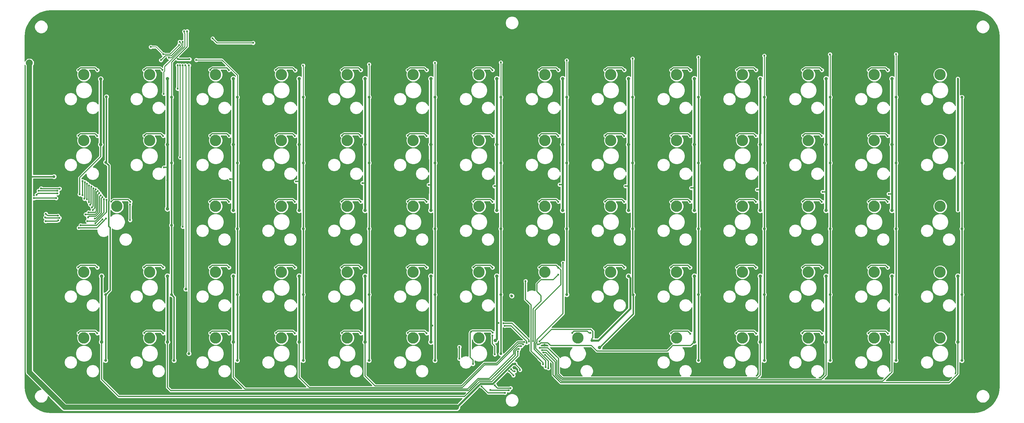
<source format=gbr>
G04 #@! TF.GenerationSoftware,KiCad,Pcbnew,(5.1.5)-3*
G04 #@! TF.CreationDate,2020-01-29T02:04:40-08:00*
G04 #@! TF.ProjectId,keyboard,6b657962-6f61-4726-942e-6b696361645f,rev?*
G04 #@! TF.SameCoordinates,Original*
G04 #@! TF.FileFunction,Copper,L2,Bot*
G04 #@! TF.FilePolarity,Positive*
%FSLAX46Y46*%
G04 Gerber Fmt 4.6, Leading zero omitted, Abs format (unit mm)*
G04 Created by KiCad (PCBNEW (5.1.5)-3) date 2020-01-29 02:04:40*
%MOMM*%
%LPD*%
G04 APERTURE LIST*
%ADD10C,0.100000*%
%ADD11C,0.500000*%
%ADD12C,3.300000*%
%ADD13O,1.200000X1.900000*%
%ADD14C,1.450000*%
%ADD15C,0.600000*%
%ADD16C,0.800000*%
%ADD17C,1.000000*%
%ADD18C,2.000000*%
%ADD19C,0.300000*%
%ADD20C,1.500000*%
%ADD21C,0.600000*%
%ADD22C,0.200000*%
%ADD23C,0.250000*%
%ADD24C,0.400000*%
%ADD25C,0.254000*%
G04 APERTURE END LIST*
G04 #@! TA.AperFunction,Conductor*
D10*
G36*
X231199504Y-182673817D02*
G01*
X231223772Y-182677417D01*
X231247571Y-182683378D01*
X231270670Y-182691643D01*
X231292849Y-182702133D01*
X231313892Y-182714745D01*
X231333598Y-182729360D01*
X231351776Y-182745836D01*
X233579164Y-184973224D01*
X233595640Y-184991402D01*
X233610255Y-185011108D01*
X233622867Y-185032151D01*
X233633357Y-185054330D01*
X233641622Y-185077429D01*
X233647583Y-185101228D01*
X233651183Y-185125496D01*
X233652387Y-185150000D01*
X233651183Y-185174504D01*
X233647583Y-185198772D01*
X233641622Y-185222571D01*
X233633357Y-185245670D01*
X233622867Y-185267849D01*
X233610255Y-185288892D01*
X233595640Y-185308598D01*
X233579164Y-185326776D01*
X231351776Y-187554164D01*
X231333598Y-187570640D01*
X231313892Y-187585255D01*
X231292849Y-187597867D01*
X231270670Y-187608357D01*
X231247571Y-187616622D01*
X231223772Y-187622583D01*
X231199504Y-187626183D01*
X231175000Y-187627387D01*
X231150496Y-187626183D01*
X231126228Y-187622583D01*
X231102429Y-187616622D01*
X231079330Y-187608357D01*
X231057151Y-187597867D01*
X231036108Y-187585255D01*
X231016402Y-187570640D01*
X230998224Y-187554164D01*
X228770836Y-185326776D01*
X228754360Y-185308598D01*
X228739745Y-185288892D01*
X228727133Y-185267849D01*
X228716643Y-185245670D01*
X228708378Y-185222571D01*
X228702417Y-185198772D01*
X228698817Y-185174504D01*
X228697613Y-185150000D01*
X228698817Y-185125496D01*
X228702417Y-185101228D01*
X228708378Y-185077429D01*
X228716643Y-185054330D01*
X228727133Y-185032151D01*
X228739745Y-185011108D01*
X228754360Y-184991402D01*
X228770836Y-184973224D01*
X230998224Y-182745836D01*
X231016402Y-182729360D01*
X231036108Y-182714745D01*
X231057151Y-182702133D01*
X231079330Y-182691643D01*
X231102429Y-182683378D01*
X231126228Y-182677417D01*
X231150496Y-182673817D01*
X231175000Y-182672613D01*
X231199504Y-182673817D01*
G37*
G04 #@! TD.AperFunction*
D11*
X231175000Y-182922614D03*
X231917462Y-183665076D03*
X232659924Y-184407538D03*
X233402386Y-185150000D03*
X230432538Y-183665076D03*
X231175000Y-184407538D03*
X231917462Y-185150000D03*
X232659924Y-185892462D03*
X229690076Y-184407538D03*
X230432538Y-185150000D03*
X231175000Y-185892462D03*
X231917462Y-186634924D03*
X228947614Y-185150000D03*
X229690076Y-185892462D03*
X230432538Y-186634924D03*
X231175000Y-187377386D03*
G04 #@! TA.AperFunction,Conductor*
D10*
G36*
X98849504Y-138448817D02*
G01*
X98873772Y-138452417D01*
X98897571Y-138458378D01*
X98920670Y-138466643D01*
X98942849Y-138477133D01*
X98963892Y-138489745D01*
X98983598Y-138504360D01*
X99001776Y-138520836D01*
X101229164Y-140748224D01*
X101245640Y-140766402D01*
X101260255Y-140786108D01*
X101272867Y-140807151D01*
X101283357Y-140829330D01*
X101291622Y-140852429D01*
X101297583Y-140876228D01*
X101301183Y-140900496D01*
X101302387Y-140925000D01*
X101301183Y-140949504D01*
X101297583Y-140973772D01*
X101291622Y-140997571D01*
X101283357Y-141020670D01*
X101272867Y-141042849D01*
X101260255Y-141063892D01*
X101245640Y-141083598D01*
X101229164Y-141101776D01*
X99001776Y-143329164D01*
X98983598Y-143345640D01*
X98963892Y-143360255D01*
X98942849Y-143372867D01*
X98920670Y-143383357D01*
X98897571Y-143391622D01*
X98873772Y-143397583D01*
X98849504Y-143401183D01*
X98825000Y-143402387D01*
X98800496Y-143401183D01*
X98776228Y-143397583D01*
X98752429Y-143391622D01*
X98729330Y-143383357D01*
X98707151Y-143372867D01*
X98686108Y-143360255D01*
X98666402Y-143345640D01*
X98648224Y-143329164D01*
X96420836Y-141101776D01*
X96404360Y-141083598D01*
X96389745Y-141063892D01*
X96377133Y-141042849D01*
X96366643Y-141020670D01*
X96358378Y-140997571D01*
X96352417Y-140973772D01*
X96348817Y-140949504D01*
X96347613Y-140925000D01*
X96348817Y-140900496D01*
X96352417Y-140876228D01*
X96358378Y-140852429D01*
X96366643Y-140829330D01*
X96377133Y-140807151D01*
X96389745Y-140786108D01*
X96404360Y-140766402D01*
X96420836Y-140748224D01*
X98648224Y-138520836D01*
X98666402Y-138504360D01*
X98686108Y-138489745D01*
X98707151Y-138477133D01*
X98729330Y-138466643D01*
X98752429Y-138458378D01*
X98776228Y-138452417D01*
X98800496Y-138448817D01*
X98825000Y-138447613D01*
X98849504Y-138448817D01*
G37*
G04 #@! TD.AperFunction*
D11*
X101052386Y-140925000D03*
X100309924Y-141667462D03*
X99567462Y-142409924D03*
X98825000Y-143152386D03*
X100309924Y-140182538D03*
X99567462Y-140925000D03*
X98825000Y-141667462D03*
X98082538Y-142409924D03*
X99567462Y-139440076D03*
X98825000Y-140182538D03*
X98082538Y-140925000D03*
X97340076Y-141667462D03*
X98825000Y-138697614D03*
X98082538Y-139440076D03*
X97340076Y-140182538D03*
X96597614Y-140925000D03*
D12*
X140590199Y-102815350D03*
X350140274Y-159965351D03*
X350140275Y-179015265D03*
X331090349Y-159965351D03*
X331090350Y-179015265D03*
X312040349Y-159965351D03*
X312040350Y-179015265D03*
X292990349Y-159965351D03*
X292990350Y-179015265D03*
X273940349Y-159965351D03*
X273940350Y-179015265D03*
X254891049Y-159965351D03*
X245365199Y-179015265D03*
X235841199Y-159965351D03*
X216790200Y-159965351D03*
X216790200Y-179015266D03*
X197740199Y-159965351D03*
X197740199Y-179015266D03*
X178690199Y-159965351D03*
X178690199Y-179015266D03*
X159640199Y-159965351D03*
X159640199Y-179015266D03*
X140590199Y-159965351D03*
X140590199Y-179015266D03*
X121540199Y-159965351D03*
X121540199Y-179015266D03*
X102490199Y-159965351D03*
X102490199Y-179015266D03*
X350140274Y-102815350D03*
X350140274Y-121865350D03*
X350140274Y-140915365D03*
X331090349Y-102815350D03*
X331090349Y-121865350D03*
X331090349Y-140915365D03*
X312040349Y-102815350D03*
X312040349Y-121865350D03*
X312040349Y-140915365D03*
X292990349Y-102815350D03*
X292990349Y-121865350D03*
X292990349Y-140915365D03*
X273940349Y-102815350D03*
X273940349Y-121865350D03*
X273940349Y-140915365D03*
X254891049Y-102815350D03*
X254891049Y-121865350D03*
X254891049Y-140915365D03*
X235841199Y-102815350D03*
X235841199Y-121865350D03*
X235841199Y-140915365D03*
X216790200Y-102815350D03*
X216790200Y-121865351D03*
X216790200Y-140915365D03*
X197740199Y-102815350D03*
X197740199Y-121865351D03*
X197740199Y-140915365D03*
X178690199Y-102815350D03*
X178690199Y-121865351D03*
X178690199Y-140915365D03*
X159640199Y-102815350D03*
X159640199Y-121865351D03*
X159640199Y-140915365D03*
X140590199Y-121865351D03*
X140590199Y-140915365D03*
X121540199Y-102815350D03*
X121540199Y-121865351D03*
X112015199Y-140915365D03*
X102490199Y-102815350D03*
X102490199Y-121865351D03*
D13*
X111479000Y-85264500D03*
X118479000Y-85264500D03*
D14*
X112479000Y-87964500D03*
X117479000Y-87964500D03*
D15*
X335039399Y-177759144D03*
X315989399Y-177759144D03*
X296939399Y-177759144D03*
X99900000Y-135550000D03*
X97700000Y-132150000D03*
X96700000Y-134750000D03*
X226075000Y-180550000D03*
D16*
X141700000Y-90625000D03*
D15*
X125210000Y-95040000D03*
D16*
X235700000Y-181125000D03*
D15*
X329479789Y-158617545D03*
X310429789Y-158617545D03*
X291379789Y-158617545D03*
X272329789Y-158617545D03*
X253279789Y-158617545D03*
X100879789Y-158592545D03*
X158029789Y-158617545D03*
X177079789Y-158617545D03*
X196129789Y-158617545D03*
X234229789Y-158617545D03*
X144475960Y-158620620D03*
X125425960Y-158620620D03*
X220675960Y-158645620D03*
X163525960Y-158645620D03*
X182575960Y-158645620D03*
X201625960Y-158645620D03*
X239725960Y-158645620D03*
X258775960Y-158645620D03*
X277825960Y-158645620D03*
X315925960Y-158645620D03*
X296875960Y-158645620D03*
X215179789Y-158617545D03*
X106375960Y-158620620D03*
X334975960Y-158645620D03*
X119929789Y-158592545D03*
X138979789Y-158592545D03*
X236050000Y-187475000D03*
X241050000Y-157250000D03*
X236825000Y-187775000D03*
D17*
X355235000Y-180164500D03*
X355235000Y-161114500D03*
D15*
X235917932Y-183907068D03*
X235275000Y-186650000D03*
X230225000Y-162550000D03*
X272331764Y-177665264D03*
X196187650Y-177576443D03*
X182575960Y-177670620D03*
X177137650Y-177576443D03*
X163525960Y-177670620D03*
X158087650Y-177576443D03*
X144475960Y-177670620D03*
X139037650Y-177576443D03*
X125425960Y-177670620D03*
X248975000Y-177525000D03*
X119987650Y-177576443D03*
X243732107Y-177541150D03*
X100937650Y-177576443D03*
X106375960Y-177670620D03*
X201625960Y-177670620D03*
X220750000Y-177500000D03*
X277904749Y-177774409D03*
X214500000Y-177250000D03*
X225350000Y-194175000D03*
X220050000Y-194025000D03*
X215025000Y-186525000D03*
X291200000Y-177600000D03*
X310275000Y-177600000D03*
X329425000Y-177675000D03*
X225900000Y-193525000D03*
X221325000Y-192750000D03*
X221350000Y-183775000D03*
X220675000Y-178275000D03*
X224275000Y-194900000D03*
X217500000Y-193025000D03*
X211075000Y-185000000D03*
X211075000Y-181600000D03*
D17*
X336185000Y-161114500D03*
X336185000Y-180164500D03*
D15*
X235367274Y-183229599D03*
D17*
X317135000Y-161114500D03*
X317135000Y-180164500D03*
D15*
X235050000Y-182550000D03*
D17*
X298085000Y-161114500D03*
X298085000Y-180164500D03*
D15*
X234385264Y-181883521D03*
D17*
X279035000Y-161114500D03*
X279035000Y-180164500D03*
D15*
X233809726Y-180890388D03*
D17*
X260010400Y-161114500D03*
D16*
X249436168Y-179740265D03*
D15*
X234245849Y-180020849D03*
X239725000Y-160700000D03*
X232418676Y-179908480D03*
D17*
X221885000Y-161114500D03*
X221483035Y-179762535D03*
D15*
X223850000Y-174750000D03*
X222425000Y-174650000D03*
X231218664Y-180033637D03*
D17*
X202835000Y-161114500D03*
X202835000Y-180164500D03*
D15*
X224225000Y-175500000D03*
X203300000Y-175400000D03*
X230590090Y-180442799D03*
D17*
X183785000Y-161114500D03*
X183785000Y-180164500D03*
D15*
X229888539Y-180177575D03*
D17*
X164735000Y-161114500D03*
X164735000Y-180164500D03*
D15*
X229504391Y-180831464D03*
D17*
X145685000Y-161114500D03*
X145685000Y-180164500D03*
D15*
X228970558Y-181358284D03*
D17*
X126635000Y-161114500D03*
X126635000Y-180164500D03*
D15*
X228270855Y-182217788D03*
D17*
X107585000Y-161114500D03*
X107585000Y-180164500D03*
D15*
X227991757Y-182918196D03*
X329479789Y-101467545D03*
X310429789Y-101467545D03*
X291379789Y-101467545D03*
X272329789Y-101467545D03*
X253279789Y-101467545D03*
X234229789Y-101467545D03*
X215179789Y-101467545D03*
X106375960Y-101495620D03*
X144475960Y-101495620D03*
X182575960Y-101495620D03*
X201625960Y-101495620D03*
X220675960Y-101495620D03*
X239725960Y-101495620D03*
X258775960Y-101495620D03*
X277825960Y-101495620D03*
X315925960Y-101495620D03*
X296875960Y-101495620D03*
X334975960Y-101495620D03*
X139030931Y-101408687D03*
X163604716Y-101574376D03*
X196137392Y-101458509D03*
X177079787Y-101467544D03*
X158029787Y-101467544D03*
X119929787Y-101467544D03*
X100879787Y-101467544D03*
X95425000Y-144250000D03*
X91300000Y-144125000D03*
X125235854Y-101475959D03*
X91450000Y-145225000D03*
X95049267Y-144974277D03*
X355235000Y-142064500D03*
X355235000Y-103964500D03*
X355235000Y-123014500D03*
X109047350Y-139061490D03*
X105875000Y-145776654D03*
X94975000Y-143625000D03*
X91474272Y-143075728D03*
X106375960Y-120545620D03*
X125425960Y-120545620D03*
X144475960Y-120545620D03*
X163525960Y-120545620D03*
X182575960Y-120545620D03*
X201625960Y-120545620D03*
X220675960Y-120545620D03*
X239725960Y-120545620D03*
X234287650Y-120451443D03*
X258775960Y-120545620D03*
X253337650Y-120451443D03*
X277825960Y-120545620D03*
X272387650Y-120451443D03*
X296875960Y-120545620D03*
X291437650Y-120451443D03*
X315925960Y-120545620D03*
X310487650Y-120451443D03*
X334975960Y-120545620D03*
X329537650Y-120451443D03*
X100937568Y-120451369D03*
X119987568Y-120451369D03*
X139037568Y-120451369D03*
X177137568Y-120451369D03*
X196187568Y-120451369D03*
X215237569Y-120451369D03*
X158087568Y-120451369D03*
X138979789Y-139567545D03*
X158029789Y-139567545D03*
X177079789Y-139567545D03*
X234229789Y-139567545D03*
X253279789Y-139567545D03*
X272329789Y-139567545D03*
X291379789Y-139567545D03*
X310429789Y-139567545D03*
X329479789Y-139567545D03*
X115926360Y-139595620D03*
X163525960Y-139595620D03*
X182575960Y-139595620D03*
X201625960Y-139595620D03*
X220675960Y-139595620D03*
X239725960Y-139595620D03*
X277825960Y-139595620D03*
X296875960Y-139595620D03*
X334975960Y-139595620D03*
X315925960Y-139595620D03*
X258775960Y-139595620D03*
X144475960Y-139595620D03*
X110415235Y-139555172D03*
X196187575Y-139501375D03*
X215172039Y-139576872D03*
X101550000Y-146399990D03*
X107865526Y-144685930D03*
X115850000Y-144900000D03*
X115850000Y-140350000D03*
X101000000Y-147150000D03*
X108925000Y-144475000D03*
D17*
X336185000Y-142064500D03*
X336185000Y-123014500D03*
X336185000Y-103964500D03*
D15*
X335250000Y-137325000D03*
X108317480Y-138888840D03*
X103508431Y-145176644D03*
D17*
X317135000Y-142064500D03*
X317135000Y-123014500D03*
X317135000Y-103964500D03*
D15*
X316125000Y-136725000D03*
X107862304Y-138292742D03*
X105680750Y-144485951D03*
D17*
X298085000Y-142064500D03*
X298085000Y-123014500D03*
X298085000Y-103964500D03*
D15*
X297175000Y-136125000D03*
X107381017Y-137717520D03*
X103711835Y-144076633D03*
D17*
X279035000Y-142064500D03*
X279035000Y-123014500D03*
X279035000Y-103964500D03*
D15*
X278125000Y-135600000D03*
X106965721Y-137092982D03*
X102984027Y-143229436D03*
D17*
X259985000Y-142064500D03*
X259985000Y-123014500D03*
X259985000Y-103964500D03*
D15*
X259100000Y-135050000D03*
X106506481Y-136500021D03*
X103825351Y-142631328D03*
D17*
X240935000Y-142064500D03*
X240935000Y-123014500D03*
X240935000Y-103964500D03*
D15*
X105953145Y-135985176D03*
X240100000Y-134625000D03*
X105056701Y-142031318D03*
D17*
X221885000Y-142064500D03*
X221885000Y-123014500D03*
X221885000Y-103964500D03*
D15*
X104851347Y-141224992D03*
X221225000Y-135075000D03*
X105250240Y-135723563D03*
D17*
X202835000Y-142064500D03*
X202835000Y-123014500D03*
X202835000Y-103964500D03*
D15*
X202200000Y-134700000D03*
X104671741Y-135246219D03*
X104300000Y-140450000D03*
D17*
X183785000Y-142064500D03*
X183785000Y-123014500D03*
X183785000Y-103964500D03*
D15*
X183050000Y-134175000D03*
X104017801Y-134878959D03*
X103975000Y-139675000D03*
D17*
X164735000Y-142064500D03*
X164735000Y-123014500D03*
X164735000Y-103964500D03*
D15*
X163825000Y-133725000D03*
X103374990Y-138838999D03*
X103415343Y-134374730D03*
D17*
X145685000Y-142064500D03*
X145685000Y-123014500D03*
X145685000Y-103964500D03*
D15*
X144825000Y-133000000D03*
X102634712Y-138718560D03*
X102802065Y-133942980D03*
D17*
X126635000Y-123014500D03*
X126635000Y-103964500D03*
X126635000Y-141620000D03*
D15*
X102080299Y-137671996D03*
X125625000Y-129650000D03*
X102118898Y-133633463D03*
D17*
X107342990Y-104074974D03*
X107342990Y-123039900D03*
D15*
X101275000Y-137450000D03*
X125475000Y-96875000D03*
X130055906Y-94205906D03*
X94475000Y-138550000D03*
X121825000Y-94775000D03*
X88099958Y-138549958D03*
X95475000Y-135800000D03*
X90112605Y-135720239D03*
D16*
X227175000Y-186500000D03*
D15*
X228625000Y-188275000D03*
D18*
X86737500Y-99437500D03*
D16*
X93858279Y-132300000D03*
D15*
X129600000Y-100050000D03*
X129600000Y-106875000D03*
X130350000Y-100075000D03*
X130350000Y-126750000D03*
X131100000Y-146825000D03*
X131100000Y-100100000D03*
D16*
X226247962Y-166848038D03*
X131969000Y-164861000D03*
D15*
X131862000Y-100088000D03*
D16*
X132858000Y-183530000D03*
D15*
X132875000Y-100100000D03*
D16*
X356428800Y-109336600D03*
X356428800Y-128386600D03*
X356428800Y-185536600D03*
X356428800Y-166486600D03*
X356428800Y-147436600D03*
X337378800Y-166461200D03*
X337378800Y-128361200D03*
X337378800Y-185511200D03*
X337378800Y-109311200D03*
X337378800Y-147411200D03*
D15*
X337375000Y-96875000D03*
D16*
X318328800Y-166461200D03*
X318328800Y-128361200D03*
X318328800Y-185511200D03*
X318328800Y-109311200D03*
X318328800Y-147411200D03*
D15*
X318275000Y-96925010D03*
D16*
X299278800Y-166461200D03*
X299278800Y-128361200D03*
X299278800Y-185511200D03*
X299278800Y-109311200D03*
X299278800Y-147411200D03*
D15*
X299275000Y-97325021D03*
D16*
X280228800Y-166461200D03*
X280228800Y-128361200D03*
X280228800Y-185511200D03*
X280228800Y-109311200D03*
X280228800Y-147411200D03*
D15*
X280227861Y-97725032D03*
D16*
X261178800Y-128361200D03*
X261178800Y-109311200D03*
X261178800Y-147411200D03*
D15*
X261175000Y-98175000D03*
D17*
X251654464Y-181765276D03*
D16*
X261360409Y-166533273D03*
X242128800Y-128361200D03*
X242128800Y-109311200D03*
X242128800Y-147411200D03*
X242150010Y-166461200D03*
D15*
X242125000Y-98675000D03*
D16*
X223078800Y-166461200D03*
X223078800Y-128361200D03*
X223078800Y-109311200D03*
X223078800Y-147411200D03*
D15*
X223078800Y-99252800D03*
D16*
X223075000Y-183600000D03*
X204028800Y-166461200D03*
X204028800Y-128361200D03*
X204028800Y-185511200D03*
X204028800Y-109311200D03*
X204028800Y-147411200D03*
D15*
X204025000Y-99400000D03*
D16*
X184978800Y-166461200D03*
X184978800Y-128361200D03*
X184978800Y-185511200D03*
X184978800Y-109311200D03*
X184978800Y-147411200D03*
D15*
X184978800Y-99828800D03*
D16*
X165928800Y-166461200D03*
X165928800Y-128361200D03*
X165928800Y-185511200D03*
X165928800Y-109311200D03*
X165928800Y-147411200D03*
D15*
X165883263Y-100175098D03*
D16*
X146878800Y-166461200D03*
X146878800Y-128361200D03*
X146878800Y-185511200D03*
X146878800Y-109311200D03*
X146878800Y-147411200D03*
D15*
X135007684Y-98555990D03*
D16*
X127828800Y-166461200D03*
X127828800Y-128361200D03*
X127828800Y-109311200D03*
X127828800Y-146395200D03*
X128555010Y-185511200D03*
D15*
X132350000Y-90225000D03*
D16*
X108778800Y-166461200D03*
X108778800Y-185511200D03*
X108997010Y-109193860D03*
D15*
X125600000Y-108350000D03*
X131500000Y-90300000D03*
D16*
X108778800Y-128161989D03*
D15*
X227075000Y-188650000D03*
X226025000Y-188050000D03*
X94863669Y-136400010D03*
X89400010Y-136400000D03*
X226725000Y-189825000D03*
X94873095Y-137149963D03*
X88825000Y-137550000D03*
X225478519Y-188578519D03*
X151450000Y-93600000D03*
X139724889Y-92328811D03*
X133025000Y-98325000D03*
X129600000Y-98250000D03*
X131049990Y-93325000D03*
X127050032Y-97850021D03*
X130218401Y-93306599D03*
X124778949Y-98600010D03*
D19*
X291966414Y-177049999D02*
X296230254Y-177049999D01*
X296230254Y-177049999D02*
X296939399Y-177759144D01*
D20*
X112479000Y-87964500D02*
X117479000Y-87964500D01*
D21*
X117550000Y-88035500D02*
X117479000Y-87964500D01*
D19*
X330081984Y-158015350D02*
X329479789Y-158617545D01*
X334345690Y-158015350D02*
X330081984Y-158015350D01*
X334975960Y-158645620D02*
X334345690Y-158015350D01*
X311031984Y-158015350D02*
X310429789Y-158617545D01*
X315295690Y-158015350D02*
X311031984Y-158015350D01*
X315925960Y-158645620D02*
X315295690Y-158015350D01*
X291981984Y-158015350D02*
X291379789Y-158617545D01*
X296245690Y-158015350D02*
X291981984Y-158015350D01*
X296875960Y-158645620D02*
X296245690Y-158015350D01*
X272931984Y-158015350D02*
X272329789Y-158617545D01*
X277195690Y-158015350D02*
X272931984Y-158015350D01*
X277825960Y-158645620D02*
X277195690Y-158015350D01*
X253881984Y-158015350D02*
X253279789Y-158617545D01*
X258145690Y-158015350D02*
X253881984Y-158015350D01*
X258775960Y-158645620D02*
X258145690Y-158015350D01*
X101481984Y-157990350D02*
X100879789Y-158592545D01*
X105745690Y-157990350D02*
X101481984Y-157990350D01*
X106375960Y-158620620D02*
X105745690Y-157990350D01*
X124795690Y-157990350D02*
X120531984Y-157990350D01*
X125425960Y-158620620D02*
X124795690Y-157990350D01*
X143845690Y-157990350D02*
X139581984Y-157990350D01*
X144475960Y-158620620D02*
X143845690Y-157990350D01*
X158631984Y-158015350D02*
X158029789Y-158617545D01*
X162895690Y-158015350D02*
X158631984Y-158015350D01*
X163525960Y-158645620D02*
X162895690Y-158015350D01*
X177681984Y-158015350D02*
X177079789Y-158617545D01*
X181945690Y-158015350D02*
X177681984Y-158015350D01*
X182575960Y-158645620D02*
X181945690Y-158015350D01*
X196731984Y-158015350D02*
X196129789Y-158617545D01*
X200995690Y-158015350D02*
X196731984Y-158015350D01*
X201625960Y-158645620D02*
X200995690Y-158015350D01*
X234831984Y-158015350D02*
X234229789Y-158617545D01*
X239095690Y-158015350D02*
X234831984Y-158015350D01*
X239725960Y-158645620D02*
X239095690Y-158015350D01*
X220675960Y-158645620D02*
X220045690Y-158015350D01*
X215781984Y-158015350D02*
X215179789Y-158617545D01*
X220045690Y-158015350D02*
X215781984Y-158015350D01*
X120531984Y-157990350D02*
X119929789Y-158592545D01*
X139581984Y-157990350D02*
X138979789Y-158592545D01*
X240425000Y-159344660D02*
X240025959Y-158945619D01*
X232759713Y-180415986D02*
X233050012Y-180125688D01*
X240425000Y-163625000D02*
X240425000Y-159344660D01*
X240025959Y-158945619D02*
X239725960Y-158645620D01*
X233050012Y-170999988D02*
X240425000Y-163625000D01*
X236050000Y-185575000D02*
X232759713Y-182284713D01*
X236050000Y-187475000D02*
X236050000Y-185575000D01*
X233050012Y-180125688D02*
X233050012Y-170999988D01*
X232759713Y-182284713D02*
X232759713Y-180415986D01*
X236825000Y-185675000D02*
X233209724Y-182059724D01*
X233500023Y-179472812D02*
X241050000Y-171922835D01*
X241050000Y-157674264D02*
X241050000Y-157250000D01*
X233500023Y-180312087D02*
X233500023Y-179472812D01*
X233209724Y-180602386D02*
X233500023Y-180312087D01*
X236825000Y-187775000D02*
X236825000Y-185675000D01*
X233209724Y-182059724D02*
X233209724Y-180602386D01*
X241050000Y-171922835D02*
X241050000Y-157674264D01*
D21*
X355235000Y-180164500D02*
X355235000Y-161114500D01*
D19*
X355235000Y-180164500D02*
X355235000Y-189440000D01*
X355235000Y-189440000D02*
X352724969Y-191950031D01*
X352724969Y-191950031D02*
X240400031Y-191950031D01*
X240400031Y-191950031D02*
X238400000Y-189950000D01*
X238210864Y-186200000D02*
X235917932Y-183907068D01*
X238210864Y-189760864D02*
X240400031Y-191950031D01*
X238210864Y-186200000D02*
X238210864Y-189760864D01*
X230225000Y-167863154D02*
X230225000Y-162974264D01*
X235275000Y-186225736D02*
X231818674Y-182769410D01*
X231818674Y-182769410D02*
X231818674Y-169456828D01*
X231818674Y-169456828D02*
X230225000Y-167863154D01*
X235275000Y-186650000D02*
X235275000Y-186225736D01*
X230225000Y-162974264D02*
X230225000Y-162550000D01*
X182575960Y-177670620D02*
X181945689Y-177040349D01*
X177673744Y-177040349D02*
X177137650Y-177576443D01*
X181945689Y-177040349D02*
X177673744Y-177040349D01*
X163525960Y-177670620D02*
X162895689Y-177040349D01*
X158623744Y-177040349D02*
X158087650Y-177576443D01*
X162895689Y-177040349D02*
X158623744Y-177040349D01*
X144475960Y-177670620D02*
X143845689Y-177040349D01*
X139573744Y-177040349D02*
X139037650Y-177576443D01*
X143845689Y-177040349D02*
X139573744Y-177040349D01*
X124795689Y-177040349D02*
X120523744Y-177040349D01*
X120523744Y-177040349D02*
X119987650Y-177576443D01*
X125425960Y-177670620D02*
X124795689Y-177040349D01*
X248550736Y-177525000D02*
X248091000Y-177065264D01*
X248975000Y-177525000D02*
X248550736Y-177525000D01*
X244207993Y-177065264D02*
X248091000Y-177065264D01*
X243732107Y-177541150D02*
X244207993Y-177065264D01*
X101473744Y-177040349D02*
X100937650Y-177576443D01*
X106375960Y-177670620D02*
X105745689Y-177040349D01*
X105745689Y-177040349D02*
X101473744Y-177040349D01*
X196723744Y-177040349D02*
X196187650Y-177576443D01*
X200995689Y-177040349D02*
X196723744Y-177040349D01*
X201625960Y-177670620D02*
X200995689Y-177040349D01*
X220200001Y-176950001D02*
X220750000Y-177500000D01*
X214799999Y-176950001D02*
X220200001Y-176950001D01*
X272931764Y-177065264D02*
X277195604Y-177065264D01*
X272331764Y-177665264D02*
X272931764Y-177065264D01*
X277195604Y-177065264D02*
X277904749Y-177774409D01*
X214500000Y-177250000D02*
X214799999Y-176950001D01*
X225350000Y-194175000D02*
X224925736Y-194175000D01*
X224925736Y-194175000D02*
X220200000Y-194175000D01*
X220200000Y-194175000D02*
X220050000Y-194025000D01*
X214200001Y-184611065D02*
X214200001Y-177549999D01*
X215025000Y-186525000D02*
X215025000Y-185436064D01*
X214200001Y-177549999D02*
X214500000Y-177250000D01*
X215025000Y-185436064D02*
X214200001Y-184611065D01*
X291750001Y-177049999D02*
X291966414Y-177049999D01*
X291200000Y-177600000D02*
X291750001Y-177049999D01*
X315989399Y-177759144D02*
X315280254Y-177049999D01*
X310825001Y-177049999D02*
X310275000Y-177600000D01*
X315280254Y-177049999D02*
X310825001Y-177049999D01*
X335039399Y-177759144D02*
X334330254Y-177049999D01*
X330050001Y-177049999D02*
X329425000Y-177675000D01*
X334330254Y-177049999D02*
X330050001Y-177049999D01*
X222100000Y-193525000D02*
X221325000Y-192750000D01*
X225900000Y-193525000D02*
X222100000Y-193525000D01*
X221350000Y-181325000D02*
X220675000Y-180650000D01*
X221350000Y-183775000D02*
X221350000Y-181325000D01*
X220675000Y-180650000D02*
X220675000Y-178275000D01*
X224275000Y-194900000D02*
X219500000Y-194900000D01*
X219375000Y-194900000D02*
X217500000Y-193025000D01*
X219500000Y-194900000D02*
X219375000Y-194900000D01*
X211075000Y-185000000D02*
X211075000Y-181600000D01*
D21*
X336185000Y-180164500D02*
X336185000Y-161114500D01*
D19*
X238825009Y-185944806D02*
X238825000Y-185950000D01*
X240625020Y-191500020D02*
X238850011Y-189725011D01*
X238850011Y-185969808D02*
X238825009Y-185944806D01*
X238850011Y-189725011D02*
X238850011Y-185969808D01*
X333549980Y-191500020D02*
X240625020Y-191500020D01*
X336185000Y-180164500D02*
X336185000Y-188865000D01*
X336185000Y-188865000D02*
X333549980Y-191500020D01*
X238825009Y-185944806D02*
X236109802Y-183229599D01*
X236109802Y-183229599D02*
X235791538Y-183229599D01*
X235791538Y-183229599D02*
X235367274Y-183229599D01*
D21*
X317135000Y-180164500D02*
X317135000Y-161114500D01*
D19*
X240811419Y-191050009D02*
X239305187Y-189543777D01*
X315824991Y-191050009D02*
X240811419Y-191050009D01*
X239305187Y-189543777D02*
X239305187Y-185566598D01*
X317135000Y-189740000D02*
X315824991Y-191050009D01*
X317135000Y-180164500D02*
X317135000Y-189740000D01*
X236142554Y-182550000D02*
X235050000Y-182550000D01*
X236288589Y-182550000D02*
X239305187Y-185566598D01*
X235050000Y-182550000D02*
X236288589Y-182550000D01*
D21*
X298085000Y-180164500D02*
X298085000Y-161114500D01*
D19*
X241000000Y-190600000D02*
X239775000Y-189375000D01*
X297250000Y-190600000D02*
X241000000Y-190600000D01*
X240884220Y-190486400D02*
X239775000Y-189375000D01*
X298085000Y-189765000D02*
X297250000Y-190600000D01*
X298085000Y-180164500D02*
X298085000Y-189765000D01*
X236683521Y-181883521D02*
X234385264Y-181883521D01*
X239755198Y-184955198D02*
X236683521Y-181883521D01*
X239775000Y-189375000D02*
X239755198Y-189357378D01*
X239755198Y-189357378D02*
X239755198Y-184955198D01*
D21*
X279035000Y-180164500D02*
X279035000Y-161114500D01*
D19*
X271285641Y-182775000D02*
X272839277Y-181221364D01*
X277978136Y-181221364D02*
X279035000Y-180164500D01*
X249296364Y-181221364D02*
X250850000Y-182775000D01*
X233809726Y-180890388D02*
X234233990Y-180890388D01*
X234699379Y-180424999D02*
X236672411Y-180424999D01*
X272839277Y-181221364D02*
X277978136Y-181221364D01*
X237468777Y-181221364D02*
X249296364Y-181221364D01*
X250850000Y-182775000D02*
X271285641Y-182775000D01*
X234233990Y-180890388D02*
X234699379Y-180424999D01*
X236672411Y-180424999D02*
X237468777Y-181221364D01*
D21*
X260010400Y-161114500D02*
X260510399Y-161614499D01*
X260510399Y-161614499D02*
X260510399Y-170564601D01*
X251334735Y-179740265D02*
X249436168Y-179740265D01*
X260510399Y-170564601D02*
X251334735Y-179740265D01*
D19*
X249436168Y-179174580D02*
X249436168Y-179740265D01*
X249725000Y-178885748D02*
X249436168Y-179174580D01*
X237766698Y-176500000D02*
X249100000Y-176500000D01*
X234245849Y-180020849D02*
X237766698Y-176500000D01*
X249725000Y-177125000D02*
X249100000Y-176500000D01*
X249725000Y-178885748D02*
X249725000Y-177125000D01*
X233547298Y-163364278D02*
X233547298Y-165566424D01*
X232418676Y-170646438D02*
X232418676Y-179484216D01*
X238253550Y-162171450D02*
X234740126Y-162171450D01*
X233547298Y-165566424D02*
X234740126Y-166759252D01*
X234740126Y-162171450D02*
X233547298Y-163364278D01*
X234740126Y-168324988D02*
X232418676Y-170646438D01*
X239725000Y-160700000D02*
X238253550Y-162171450D01*
X232418676Y-179484216D02*
X232418676Y-179908480D01*
X234740126Y-166759252D02*
X234740126Y-168324988D01*
D21*
X221885000Y-179360570D02*
X221483035Y-179762535D01*
D19*
X221900000Y-174650000D02*
X222425000Y-174650000D01*
X221885000Y-174635000D02*
X221900000Y-174650000D01*
D21*
X221885000Y-161114500D02*
X221885000Y-174635000D01*
X221885000Y-174635000D02*
X221885000Y-179360570D01*
D19*
X226359291Y-174750000D02*
X231218664Y-179609373D01*
X231218664Y-179609373D02*
X231218664Y-180033637D01*
X223850000Y-174750000D02*
X226359291Y-174750000D01*
X202835000Y-175365000D02*
X202870000Y-175400000D01*
X202870000Y-175400000D02*
X203300000Y-175400000D01*
D21*
X202835000Y-180164500D02*
X202835000Y-175365000D01*
X202835000Y-175365000D02*
X202835000Y-161114500D01*
D19*
X226071555Y-175500000D02*
X230590090Y-180018535D01*
X230590090Y-180018535D02*
X230590090Y-180442799D01*
X224225000Y-175500000D02*
X226071555Y-175500000D01*
D21*
X183785000Y-180164500D02*
X183785000Y-161114500D01*
D19*
X229464275Y-180177575D02*
X229888539Y-180177575D01*
X221806995Y-186325001D02*
X227954421Y-180177575D01*
X183785000Y-180164500D02*
X183785000Y-189960000D01*
X211725063Y-192899991D02*
X218300052Y-186325002D01*
X218300052Y-186325002D02*
X221806995Y-186325001D01*
X227954421Y-180177575D02*
X229464275Y-180177575D01*
X186724991Y-192899991D02*
X211725063Y-192899991D01*
X183785000Y-189960000D02*
X186724991Y-192899991D01*
D21*
X164735000Y-180164500D02*
X164735000Y-161114500D01*
D19*
X218486453Y-186775011D02*
X222013579Y-186775011D01*
X228110081Y-180678509D02*
X229351436Y-180678509D01*
X211911463Y-193350002D02*
X218486453Y-186775011D01*
X222013579Y-186775011D02*
X228110081Y-180678509D01*
X167700002Y-193350002D02*
X211911463Y-193350002D01*
X229351436Y-180678509D02*
X229504391Y-180831464D01*
X164735000Y-190385000D02*
X167700002Y-193350002D01*
X164735000Y-180164500D02*
X164735000Y-190385000D01*
D21*
X145685000Y-180164500D02*
X145685000Y-161114500D01*
D19*
X213493620Y-193800011D02*
X216518666Y-190774965D01*
X149125011Y-193800011D02*
X213493620Y-193800011D01*
X228546294Y-181358284D02*
X228970558Y-181358284D01*
X219706334Y-190774965D02*
X226800000Y-183681299D01*
X226800000Y-183681299D02*
X226800000Y-182625000D01*
X216518666Y-190774965D02*
X219706334Y-190774965D01*
X145685000Y-180164500D02*
X145685000Y-190360000D01*
X226800000Y-182625000D02*
X228066716Y-181358284D01*
X228066716Y-181358284D02*
X228546294Y-181358284D01*
X145685000Y-190360000D02*
X149125011Y-193800011D01*
D21*
X126635000Y-180164500D02*
X126635000Y-161114500D01*
D19*
X227250009Y-183024991D02*
X227250000Y-183025000D01*
X227250009Y-183024991D02*
X227250009Y-182811401D01*
X227843622Y-182217788D02*
X227846591Y-182217788D01*
X227846591Y-182217788D02*
X228270855Y-182217788D01*
X227250009Y-182811401D02*
X227843622Y-182217788D01*
X227250009Y-183024991D02*
X227250009Y-184069901D01*
X220094934Y-191224976D02*
X216705066Y-191224976D01*
X216705066Y-191224976D02*
X213680020Y-194250022D01*
X126635000Y-180871606D02*
X126635000Y-180164500D01*
X126635000Y-193285000D02*
X126635000Y-180871606D01*
X127600022Y-194250022D02*
X126635000Y-193285000D01*
X213680020Y-194250022D02*
X127600022Y-194250022D01*
X227250009Y-184069901D02*
X220094934Y-191224976D01*
D21*
X107585000Y-180164500D02*
X107585000Y-161114500D01*
D19*
X112525011Y-195925011D02*
X212641442Y-195925011D01*
X107585000Y-190985000D02*
X112525011Y-195925011D01*
X216891466Y-191674987D02*
X220472833Y-191674987D01*
X227991757Y-183342460D02*
X227991757Y-182918196D01*
X227991757Y-184156063D02*
X227991757Y-183342460D01*
X220472833Y-191674987D02*
X227991757Y-184156063D01*
X212641442Y-195925011D02*
X216891466Y-191674987D01*
X107585000Y-180164500D02*
X107585000Y-190985000D01*
X330081984Y-100865350D02*
X329479789Y-101467545D01*
X334345690Y-100865350D02*
X330081984Y-100865350D01*
X334975960Y-101495620D02*
X334345690Y-100865350D01*
X311031984Y-100865350D02*
X310429789Y-101467545D01*
X315295690Y-100865350D02*
X311031984Y-100865350D01*
X315925960Y-101495620D02*
X315295690Y-100865350D01*
X291981984Y-100865350D02*
X291379789Y-101467545D01*
X296245690Y-100865350D02*
X291981984Y-100865350D01*
X296875960Y-101495620D02*
X296245690Y-100865350D01*
X272931984Y-100865350D02*
X272329789Y-101467545D01*
X277195690Y-100865350D02*
X272931984Y-100865350D01*
X277825960Y-101495620D02*
X277195690Y-100865350D01*
X253881984Y-100865350D02*
X253279789Y-101467545D01*
X258145690Y-100865350D02*
X253881984Y-100865350D01*
X258775960Y-101495620D02*
X258145690Y-100865350D01*
X234831984Y-100865350D02*
X234229789Y-101467545D01*
X239095690Y-100865350D02*
X234831984Y-100865350D01*
X239725960Y-101495620D02*
X239095690Y-100865350D01*
X215781984Y-100865350D02*
X215179789Y-101467545D01*
X220045690Y-100865350D02*
X215781984Y-100865350D01*
X220675960Y-101495620D02*
X220045690Y-100865350D01*
X200995690Y-100865350D02*
X196731984Y-100865350D01*
X144475960Y-101495620D02*
X143845689Y-100865349D01*
X139574269Y-100865349D02*
X139030931Y-101408687D01*
X143845689Y-100865349D02*
X139574269Y-100865349D01*
X201625960Y-101495620D02*
X200995690Y-100865350D01*
X196438824Y-101158510D02*
X196731984Y-100865350D01*
X196437391Y-101158510D02*
X196438824Y-101158510D01*
X196137392Y-101458509D02*
X196437391Y-101158510D01*
X177681981Y-100865350D02*
X177079787Y-101467544D01*
X182575960Y-101495620D02*
X181945690Y-100865350D01*
X181945690Y-100865350D02*
X177681981Y-100865350D01*
X158631981Y-100865350D02*
X158029787Y-101467544D01*
X163604716Y-101574376D02*
X162895690Y-100865350D01*
X162895690Y-100865350D02*
X158631981Y-100865350D01*
X101481981Y-100865350D02*
X100879787Y-101467544D01*
X105745690Y-100865350D02*
X101481981Y-100865350D01*
X106375960Y-101495620D02*
X105745690Y-100865350D01*
X91425000Y-144250000D02*
X91300000Y-144125000D01*
X95425000Y-144250000D02*
X91425000Y-144250000D01*
X124935855Y-101175960D02*
X125235854Y-101475959D01*
X124625245Y-100865350D02*
X124935855Y-101175960D01*
X120531981Y-100865350D02*
X124625245Y-100865350D01*
X119929787Y-101467544D02*
X120531981Y-100865350D01*
X94798544Y-145225000D02*
X95049267Y-144974277D01*
X91450000Y-145225000D02*
X94798544Y-145225000D01*
D21*
X355235000Y-103964500D02*
X355235000Y-138343400D01*
X355235000Y-138343400D02*
X355235000Y-142064500D01*
D19*
X109047350Y-142604304D02*
X105875000Y-145776654D01*
X109047350Y-139061490D02*
X109047350Y-142604304D01*
X92023544Y-143625000D02*
X91474272Y-143075728D01*
X94975000Y-143625000D02*
X92023544Y-143625000D01*
X239725960Y-120545620D02*
X239095689Y-119915349D01*
X234823744Y-119915349D02*
X234287650Y-120451443D01*
X239095689Y-119915349D02*
X234823744Y-119915349D01*
X258775960Y-120545620D02*
X258145689Y-119915349D01*
X253873744Y-119915349D02*
X253337650Y-120451443D01*
X258145689Y-119915349D02*
X253873744Y-119915349D01*
X277825960Y-120545620D02*
X277195689Y-119915349D01*
X272923744Y-119915349D02*
X272387650Y-120451443D01*
X277195689Y-119915349D02*
X272923744Y-119915349D01*
X296875960Y-120545620D02*
X296245689Y-119915349D01*
X291973744Y-119915349D02*
X291437650Y-120451443D01*
X296245689Y-119915349D02*
X291973744Y-119915349D01*
X315925960Y-120545620D02*
X315295689Y-119915349D01*
X311023744Y-119915349D02*
X310487650Y-120451443D01*
X315295689Y-119915349D02*
X311023744Y-119915349D01*
X334975960Y-120545620D02*
X334345689Y-119915349D01*
X330073744Y-119915349D02*
X329537650Y-120451443D01*
X334345689Y-119915349D02*
X330073744Y-119915349D01*
X101473588Y-119915349D02*
X100937568Y-120451369D01*
X105745689Y-119915349D02*
X101473588Y-119915349D01*
X106375960Y-120545620D02*
X105745689Y-119915349D01*
X124795689Y-119915349D02*
X120523588Y-119915349D01*
X120523588Y-119915349D02*
X119987568Y-120451369D01*
X125425960Y-120545620D02*
X124795689Y-119915349D01*
X139573588Y-119915349D02*
X139037568Y-120451369D01*
X143845689Y-119915349D02*
X139573588Y-119915349D01*
X144475960Y-120545620D02*
X143845689Y-119915349D01*
X182575960Y-120545620D02*
X181945689Y-119915349D01*
X177673588Y-119915349D02*
X177137568Y-120451369D01*
X181945689Y-119915349D02*
X177673588Y-119915349D01*
X196723588Y-119915349D02*
X196187568Y-120451369D01*
X200995689Y-119915349D02*
X196723588Y-119915349D01*
X201625960Y-120545620D02*
X200995689Y-119915349D01*
X215773589Y-119915349D02*
X215237569Y-120451369D01*
X220045689Y-119915349D02*
X215773589Y-119915349D01*
X220675960Y-120545620D02*
X220045689Y-119915349D01*
X158623588Y-119915349D02*
X158087568Y-120451369D01*
X162895689Y-119915349D02*
X158623588Y-119915349D01*
X163525960Y-120545620D02*
X162895689Y-119915349D01*
X139581984Y-138965350D02*
X138979789Y-139567545D01*
X143845690Y-138965350D02*
X139581984Y-138965350D01*
X144475960Y-139595620D02*
X143845690Y-138965350D01*
X158631984Y-138965350D02*
X158029789Y-139567545D01*
X162895690Y-138965350D02*
X158631984Y-138965350D01*
X163525960Y-139595620D02*
X162895690Y-138965350D01*
X177681984Y-138965350D02*
X177079789Y-139567545D01*
X181945690Y-138965350D02*
X177681984Y-138965350D01*
X182575960Y-139595620D02*
X181945690Y-138965350D01*
X234831984Y-138965350D02*
X234229789Y-139567545D01*
X239095690Y-138965350D02*
X234831984Y-138965350D01*
X239725960Y-139595620D02*
X239095690Y-138965350D01*
X253881984Y-138965350D02*
X253279789Y-139567545D01*
X258145690Y-138965350D02*
X253881984Y-138965350D01*
X258775960Y-139595620D02*
X258145690Y-138965350D01*
X272931984Y-138965350D02*
X272329789Y-139567545D01*
X277195690Y-138965350D02*
X272931984Y-138965350D01*
X277825960Y-139595620D02*
X277195690Y-138965350D01*
X291981984Y-138965350D02*
X291379789Y-139567545D01*
X296245690Y-138965350D02*
X291981984Y-138965350D01*
X296875960Y-139595620D02*
X296245690Y-138965350D01*
X311031984Y-138965350D02*
X310429789Y-139567545D01*
X315295690Y-138965350D02*
X311031984Y-138965350D01*
X315925960Y-139595620D02*
X315295690Y-138965350D01*
X330081984Y-138965350D02*
X329479789Y-139567545D01*
X334345690Y-138965350D02*
X330081984Y-138965350D01*
X334975960Y-139595620D02*
X334345690Y-138965350D01*
X220675960Y-139595620D02*
X220045689Y-138965349D01*
X220045689Y-138965349D02*
X215773744Y-138965349D01*
X111005057Y-138965350D02*
X110415235Y-139555172D01*
X115295690Y-138965350D02*
X111005057Y-138965350D01*
X115925960Y-139595620D02*
X115295690Y-138965350D01*
X200995689Y-138965349D02*
X196723601Y-138965349D01*
X201625960Y-139595620D02*
X200995689Y-138965349D01*
X196723601Y-138965349D02*
X196187575Y-139501375D01*
X215773744Y-138965349D02*
X215773744Y-138975167D01*
X215773744Y-138975167D02*
X215172039Y-139576872D01*
X101550000Y-146399990D02*
X106151466Y-146399990D01*
X106151466Y-146399990D02*
X107865526Y-144685930D01*
X115850000Y-144900000D02*
X115850000Y-140350000D01*
X106250000Y-147150000D02*
X108925000Y-144475000D01*
X101000000Y-147150000D02*
X106250000Y-147150000D01*
D21*
X336185000Y-103964500D02*
X336185000Y-142064500D01*
X336185000Y-137784600D02*
X336185000Y-142064500D01*
D19*
X336150000Y-137325000D02*
X335250000Y-137325000D01*
X336185000Y-137290000D02*
X336150000Y-137325000D01*
D21*
X336185000Y-123014500D02*
X336185000Y-137290000D01*
X336185000Y-137290000D02*
X336185000Y-137784600D01*
D19*
X105838600Y-145176644D02*
X103932695Y-145176644D01*
X108317480Y-142697764D02*
X105838600Y-145176644D01*
X108317480Y-138888840D02*
X108317480Y-142697764D01*
X103932695Y-145176644D02*
X103508431Y-145176644D01*
D21*
X317135000Y-137098800D02*
X317135000Y-142064500D01*
D19*
X317135000Y-136710000D02*
X317120000Y-136725000D01*
X317120000Y-136725000D02*
X316125000Y-136725000D01*
D21*
X317135000Y-103964500D02*
X317135000Y-136710000D01*
X317135000Y-136710000D02*
X317135000Y-137098800D01*
D19*
X107862304Y-138292742D02*
X107562305Y-138592741D01*
X107562305Y-142816528D02*
X105892882Y-144485951D01*
X105892882Y-144485951D02*
X105680750Y-144485951D01*
X107562305Y-138592741D02*
X107562305Y-142816528D01*
D21*
X298059600Y-136489200D02*
X298085000Y-142064500D01*
D19*
X298044792Y-136125000D02*
X297175000Y-136125000D01*
X298059896Y-136109896D02*
X298044792Y-136125000D01*
D21*
X298085000Y-103964500D02*
X298059896Y-136109896D01*
X298059896Y-136109896D02*
X298059600Y-136489200D01*
D19*
X105965787Y-143776634D02*
X104011834Y-143776634D01*
X107030824Y-138067713D02*
X107030824Y-142711597D01*
X104011834Y-143776634D02*
X103711835Y-144076633D01*
X107030824Y-142711597D02*
X105965787Y-143776634D01*
X107381017Y-137717520D02*
X107030824Y-138067713D01*
D21*
X279035000Y-136336800D02*
X279035000Y-142064500D01*
D19*
X279035000Y-135615000D02*
X279020000Y-135600000D01*
X279020000Y-135600000D02*
X278125000Y-135600000D01*
D21*
X279035000Y-103964500D02*
X279035000Y-135615000D01*
X279035000Y-135615000D02*
X279035000Y-136336800D01*
D19*
X106550031Y-142555980D02*
X105874673Y-143231338D01*
X106550031Y-137508672D02*
X106550031Y-142555980D01*
X106965721Y-137092982D02*
X106550031Y-137508672D01*
X103408291Y-143229436D02*
X102984027Y-143229436D01*
X105874673Y-143231338D02*
X103410193Y-143231338D01*
X103410193Y-143231338D02*
X103408291Y-143229436D01*
D21*
X260010400Y-135778000D02*
X259985000Y-142064500D01*
D19*
X260009910Y-135165090D02*
X259919820Y-135075000D01*
D21*
X259985000Y-103964500D02*
X260009910Y-135165090D01*
X260009910Y-135165090D02*
X260010400Y-135778000D01*
D19*
X259894820Y-135050000D02*
X259100000Y-135050000D01*
X260009910Y-135165090D02*
X259894820Y-135050000D01*
X106100020Y-136677199D02*
X106100020Y-136999980D01*
X106100020Y-136906482D02*
X106206482Y-136800020D01*
X106100020Y-136999980D02*
X106100020Y-136906482D01*
X106206482Y-136800020D02*
X106506481Y-136500021D01*
X106100020Y-136999980D02*
X106100020Y-142369579D01*
X106100020Y-142369579D02*
X105838271Y-142631328D01*
X104249615Y-142631328D02*
X103825351Y-142631328D01*
X105838271Y-142631328D02*
X104249615Y-142631328D01*
D21*
X240960400Y-135778000D02*
X240935000Y-142064500D01*
X240935000Y-103964500D02*
X240959491Y-134640509D01*
X240959491Y-134640509D02*
X240960400Y-135778000D01*
D19*
X105953145Y-135985176D02*
X105648370Y-136289951D01*
X105648370Y-141439649D02*
X105056701Y-142031318D01*
X105648370Y-136289951D02*
X105648370Y-141439649D01*
X240959491Y-134640509D02*
X240943982Y-134625000D01*
X240943982Y-134625000D02*
X240100000Y-134625000D01*
D21*
X221885000Y-103964500D02*
X221910400Y-135092200D01*
X221910400Y-135092200D02*
X221885000Y-142064500D01*
D19*
X221893200Y-135075000D02*
X221910400Y-135092200D01*
X221225000Y-135075000D02*
X221893200Y-135075000D01*
X104851347Y-141224992D02*
X105151346Y-140924993D01*
X105151346Y-135822457D02*
X105250240Y-135723563D01*
X105151346Y-140924993D02*
X105151346Y-135822457D01*
D21*
X202885800Y-134736600D02*
X202835000Y-142064500D01*
X202835000Y-103964500D02*
X202885800Y-134736600D01*
D19*
X202885800Y-134736600D02*
X202874200Y-134725000D01*
X202849200Y-134700000D02*
X202885800Y-134736600D01*
X202200000Y-134700000D02*
X202849200Y-134700000D01*
X104575001Y-135342959D02*
X104671741Y-135246219D01*
X104575001Y-140145258D02*
X104575001Y-140174999D01*
X104575001Y-140174999D02*
X104300000Y-140450000D01*
X104575001Y-140145258D02*
X104575001Y-135342959D01*
D21*
X183810400Y-134685800D02*
X183785000Y-142064500D01*
D19*
X183799600Y-134675000D02*
X183810400Y-134685800D01*
X183794930Y-134175000D02*
X183050000Y-134175000D01*
X183809965Y-134159965D02*
X183794930Y-134175000D01*
D21*
X183785000Y-103964500D02*
X183809965Y-134159965D01*
X183809965Y-134159965D02*
X183810400Y-134685800D01*
D19*
X103975000Y-134921760D02*
X104017801Y-134878959D01*
X103975000Y-139675000D02*
X103975000Y-134921760D01*
D21*
X164735000Y-134406400D02*
X164735000Y-142064500D01*
D19*
X164735000Y-133985000D02*
X164720000Y-134000000D01*
D21*
X164735000Y-133985000D02*
X164735000Y-134406400D01*
D19*
X164735000Y-133665000D02*
X164675000Y-133725000D01*
X164675000Y-133725000D02*
X163825000Y-133725000D01*
D21*
X164735000Y-103964500D02*
X164735000Y-133665000D01*
X164735000Y-133665000D02*
X164735000Y-133985000D01*
D19*
X103374990Y-138414735D02*
X103374990Y-138838999D01*
X103400000Y-134375000D02*
X103374990Y-134400010D01*
X103374990Y-134400010D02*
X103374990Y-138414735D01*
D21*
X145685000Y-134228600D02*
X145685000Y-142064500D01*
D19*
X145685000Y-133010000D02*
X145675000Y-133000000D01*
X145675000Y-133000000D02*
X144825000Y-133000000D01*
D21*
X145685000Y-103964500D02*
X145685000Y-133010000D01*
X145685000Y-133010000D02*
X145685000Y-134228600D01*
D19*
X102802065Y-138551207D02*
X102634712Y-138718560D01*
X102802065Y-133942980D02*
X102802065Y-138551207D01*
D21*
X126635000Y-123014500D02*
X126635000Y-103964500D01*
X126635000Y-141620000D02*
X126635000Y-133525390D01*
D19*
X126635000Y-133474590D02*
X126510366Y-133349956D01*
X126635000Y-129710000D02*
X126575000Y-129650000D01*
X126575000Y-129650000D02*
X125625000Y-129650000D01*
D21*
X126635000Y-123014500D02*
X126635000Y-129710000D01*
X126635000Y-129710000D02*
X126635000Y-133474590D01*
D19*
X102118898Y-137633397D02*
X102080299Y-137671996D01*
X102118898Y-133633463D02*
X102118898Y-137633397D01*
D21*
X107342990Y-104074974D02*
X107342990Y-123039900D01*
D19*
X107342990Y-123039900D02*
X107342990Y-126468558D01*
X101275000Y-137450000D02*
X101275000Y-132650000D01*
X101275000Y-132650000D02*
X101375000Y-132550000D01*
X107342990Y-126468558D02*
X101375000Y-132550000D01*
D22*
X123375000Y-94775000D02*
X125475000Y-96875000D01*
X121825000Y-94775000D02*
X123375000Y-94775000D01*
D19*
X94475000Y-138550000D02*
X88299950Y-138550000D01*
X94475000Y-138550000D02*
X88100000Y-138550000D01*
X88100000Y-138550000D02*
X88099958Y-138549958D01*
D23*
X127386812Y-96875000D02*
X125475000Y-96875000D01*
X130055906Y-94205906D02*
X127386812Y-96875000D01*
D19*
X95475000Y-135800000D02*
X90192366Y-135800000D01*
X90192366Y-135800000D02*
X90112605Y-135720239D01*
D20*
X86737500Y-99437500D02*
X86737500Y-99437500D01*
X86737500Y-188912500D02*
X96925000Y-199100000D01*
D23*
X228625000Y-187950000D02*
X227175000Y-186500000D01*
X228625000Y-188275000D02*
X228625000Y-187950000D01*
D19*
X86737500Y-145237500D02*
X86750000Y-145225000D01*
D20*
X86737500Y-99437500D02*
X86737500Y-131437500D01*
X86737500Y-145237500D02*
X86737500Y-146562500D01*
X86737500Y-146562500D02*
X86737500Y-188912500D01*
X86737500Y-131437500D02*
X86737500Y-132437500D01*
D22*
X86737500Y-132437500D02*
X86875000Y-132300000D01*
D20*
X86737500Y-132437500D02*
X86737500Y-145237500D01*
D24*
X86875000Y-132300000D02*
X93858279Y-132300000D01*
D21*
X226496363Y-186500000D02*
X226609315Y-186500000D01*
X220721365Y-192274998D02*
X226496363Y-186500000D01*
X226609315Y-186500000D02*
X227175000Y-186500000D01*
X217139998Y-192274998D02*
X220721365Y-192274998D01*
X210275000Y-199100000D02*
X210314996Y-199100000D01*
D20*
X96925000Y-199100000D02*
X210275000Y-199100000D01*
D21*
X210314996Y-199100000D02*
X217139998Y-192274998D01*
D23*
X129600000Y-100050000D02*
X129600000Y-106875000D01*
X130350000Y-100075000D02*
X130350000Y-126750000D01*
X131100000Y-100100000D02*
X131100000Y-146825000D01*
D24*
X225999800Y-166599876D02*
X226247962Y-166848038D01*
D23*
X131969000Y-100212707D02*
X131861617Y-100105324D01*
X131969000Y-164861000D02*
X131969000Y-100212707D01*
X132874999Y-183513001D02*
X132858000Y-183530000D01*
X132874999Y-100299999D02*
X132874999Y-183513001D01*
X132874999Y-100100001D02*
X132875000Y-100100000D01*
X132874999Y-100299999D02*
X132874999Y-100100001D01*
D24*
X356428800Y-166486600D02*
X356428800Y-185536600D01*
X356428800Y-109336600D02*
X356428800Y-128386600D01*
X356428800Y-128386600D02*
X356428800Y-147436600D01*
X356428800Y-147436600D02*
X356428800Y-166486600D01*
X337378800Y-128361200D02*
X337378800Y-147411200D01*
X337378800Y-166461200D02*
X337378800Y-185511200D01*
X337378800Y-109311200D02*
X337378800Y-128361200D01*
X337378800Y-147411200D02*
X337378800Y-166461200D01*
D23*
X337375000Y-109307400D02*
X337378800Y-109311200D01*
X337375000Y-96875000D02*
X337375000Y-109307400D01*
D24*
X318328800Y-128361200D02*
X318328800Y-147411200D01*
X318328800Y-166461200D02*
X318328800Y-185511200D01*
X318328800Y-109311200D02*
X318328800Y-128361200D01*
X318328800Y-147411200D02*
X318328800Y-166461200D01*
D23*
X318328800Y-96978810D02*
X318275000Y-96925010D01*
X318328800Y-109311200D02*
X318328800Y-96978810D01*
X318278000Y-96753000D02*
X318275000Y-96756000D01*
X318275000Y-96756000D02*
X318275000Y-96925010D01*
D24*
X299278800Y-128361200D02*
X299278800Y-147411200D01*
X299278800Y-166461200D02*
X299278800Y-185511200D01*
X299278800Y-109311200D02*
X299278800Y-128361200D01*
X299278800Y-147411200D02*
X299278800Y-166461200D01*
D23*
X299278800Y-97328821D02*
X299275000Y-97325021D01*
X299278800Y-109311200D02*
X299278800Y-97328821D01*
D24*
X280228800Y-128361200D02*
X280228800Y-147411200D01*
X280228800Y-166461200D02*
X280228800Y-185511200D01*
X280228800Y-109311200D02*
X280228800Y-128361200D01*
X280228800Y-147411200D02*
X280228800Y-166461200D01*
D23*
X280225000Y-108741715D02*
X280225000Y-106325000D01*
X280228800Y-108745515D02*
X280225000Y-108741715D01*
X280228800Y-109311200D02*
X280228800Y-108745515D01*
X280228800Y-109311200D02*
X280228800Y-97725971D01*
X280228800Y-97725971D02*
X280227861Y-97725032D01*
D24*
X261178800Y-128361200D02*
X261178800Y-147411200D01*
X261178800Y-109311200D02*
X261178800Y-128361200D01*
D23*
X261175000Y-98175000D02*
X261175000Y-100025000D01*
X261178800Y-109311200D02*
X261175000Y-100025000D01*
D24*
X261360409Y-172059331D02*
X261360409Y-167098958D01*
X251654464Y-181765276D02*
X261360409Y-172059331D01*
X261178800Y-147411200D02*
X261178800Y-166351664D01*
X261178800Y-166351664D02*
X261360409Y-166533273D01*
X261360409Y-167098958D02*
X261360409Y-166533273D01*
X242128800Y-128361200D02*
X242128800Y-147411200D01*
X242128800Y-109311200D02*
X242128800Y-128361200D01*
X242128800Y-147411200D02*
X242128800Y-166439990D01*
X242128800Y-166439990D02*
X242150010Y-166461200D01*
D23*
X242125000Y-98675000D02*
X242125000Y-100075000D01*
X242128800Y-109311200D02*
X242125000Y-100075000D01*
D24*
X223078800Y-128361200D02*
X223078800Y-147411200D01*
X223078800Y-109311200D02*
X223078800Y-128361200D01*
X223078800Y-147411200D02*
X223078800Y-166461200D01*
D23*
X223078800Y-109311200D02*
X223078800Y-99252800D01*
D24*
X223078800Y-166461200D02*
X223075000Y-183600000D01*
X204028800Y-128361200D02*
X204028800Y-147411200D01*
X204028800Y-166461200D02*
X204028800Y-185511200D01*
X204028800Y-109311200D02*
X204028800Y-128361200D01*
X204028800Y-147411200D02*
X204028800Y-166461200D01*
D23*
X204028800Y-109311200D02*
X204028800Y-99403800D01*
X204028800Y-99403800D02*
X204025000Y-99400000D01*
D24*
X184978800Y-128361200D02*
X184978800Y-147411200D01*
X184978800Y-166461200D02*
X184978800Y-185511200D01*
X184978800Y-109311200D02*
X184978800Y-128361200D01*
X184978800Y-147411200D02*
X184978800Y-166461200D01*
D23*
X184978800Y-109311200D02*
X184978800Y-99828800D01*
D24*
X165928800Y-128361200D02*
X165928800Y-147411200D01*
X165928800Y-166461200D02*
X165928800Y-185511200D01*
X165928800Y-109311200D02*
X165928800Y-128361200D01*
X165928800Y-147411200D02*
X165928800Y-166461200D01*
D23*
X165928800Y-109311200D02*
X165928800Y-100220635D01*
X165928800Y-100220635D02*
X165883263Y-100175098D01*
D24*
X146878800Y-128361200D02*
X146878800Y-147411200D01*
X146878800Y-166461200D02*
X146878800Y-185511200D01*
X146878800Y-109311200D02*
X146878800Y-128361200D01*
X146878800Y-147411200D02*
X146878800Y-166461200D01*
D23*
X135431948Y-98555990D02*
X135007684Y-98555990D01*
X142434390Y-98555990D02*
X135431948Y-98555990D01*
X146878800Y-109311200D02*
X146878800Y-103000400D01*
X146878800Y-103000400D02*
X142434390Y-98555990D01*
D24*
X127828800Y-128361200D02*
X127828800Y-166461200D01*
X127828800Y-109311200D02*
X127828800Y-128361200D01*
X128555010Y-167187410D02*
X128555010Y-185511200D01*
X127828800Y-166461200D02*
X128555010Y-167187410D01*
D23*
X132350000Y-90225000D02*
X132350000Y-93573996D01*
X132350000Y-93573996D02*
X132350000Y-93575000D01*
X127828800Y-99161900D02*
X132350000Y-94640700D01*
X132350000Y-94640700D02*
X132350000Y-93573996D01*
X127828800Y-109311200D02*
X127828800Y-99161900D01*
D24*
X108778800Y-166461200D02*
X108778800Y-185511200D01*
X108997010Y-109193860D02*
X108997010Y-127943779D01*
X108997010Y-127943779D02*
X108778800Y-128161989D01*
X109650010Y-146662174D02*
X109650010Y-139420832D01*
X110055200Y-147067364D02*
X109650010Y-146662174D01*
X109697351Y-129080540D02*
X109178799Y-128561988D01*
X109697351Y-139373491D02*
X109697351Y-129080540D01*
X109178799Y-128561988D02*
X108778800Y-128161989D01*
X110055200Y-165184800D02*
X110055200Y-147067364D01*
X109650010Y-139420832D02*
X109697351Y-139373491D01*
X108778800Y-166461200D02*
X110055200Y-165184800D01*
D23*
X131500000Y-90724264D02*
X131500000Y-90300000D01*
X131624991Y-90849255D02*
X131500000Y-90724264D01*
X125810855Y-101751960D02*
X125810855Y-100445543D01*
X125600000Y-108350000D02*
X125600000Y-101962815D01*
X125810855Y-100445543D02*
X131624991Y-94631407D01*
X125600000Y-101962815D02*
X125810855Y-101751960D01*
X131624991Y-94631407D02*
X131624991Y-90849255D01*
X227075000Y-188650000D02*
X226625000Y-188650000D01*
X226625000Y-188650000D02*
X226025000Y-188050000D01*
D19*
X94863669Y-136400010D02*
X89400020Y-136400010D01*
X89400020Y-136400010D02*
X89400010Y-136400000D01*
X89225037Y-137149963D02*
X88825000Y-137550000D01*
X94873095Y-137149963D02*
X89225037Y-137149963D01*
D23*
X226725000Y-189825000D02*
X225478519Y-188578519D01*
X140996078Y-93600000D02*
X139724889Y-92328811D01*
X151450000Y-93600000D02*
X140996078Y-93600000D01*
D24*
X129675000Y-98325000D02*
X129600000Y-98250000D01*
X133025000Y-98325000D02*
X129675000Y-98325000D01*
D23*
X127840678Y-97850021D02*
X127474296Y-97850021D01*
X127474296Y-97850021D02*
X127050032Y-97850021D01*
X131049990Y-93325000D02*
X131049990Y-94640709D01*
X131049990Y-94640709D02*
X127840678Y-97850021D01*
X124775000Y-98575000D02*
X124775000Y-98575000D01*
X127809289Y-97275011D02*
X130649979Y-94434321D01*
X126103948Y-97275011D02*
X127809289Y-97275011D01*
X130518400Y-93606598D02*
X130218401Y-93306599D01*
X130649979Y-93738177D02*
X130518400Y-93606598D01*
X130649979Y-94434321D02*
X130649979Y-93738177D01*
X124778949Y-98600010D02*
X126103948Y-97275011D01*
D25*
G36*
X360729364Y-84318150D02*
G01*
X361771505Y-84542517D01*
X362771645Y-84911487D01*
X363709812Y-85417695D01*
X364567301Y-86051045D01*
X365326992Y-86798896D01*
X365973729Y-87646324D01*
X366494609Y-88576422D01*
X366879247Y-89570649D01*
X367119955Y-90609136D01*
X367213167Y-91685376D01*
X367214001Y-91791496D01*
X367214002Y-193023807D01*
X367137579Y-194103163D01*
X366913211Y-195145311D01*
X366544241Y-196145446D01*
X366038030Y-197083617D01*
X365404681Y-197941104D01*
X364656836Y-198700788D01*
X363809405Y-199347528D01*
X362879304Y-199868409D01*
X361885080Y-200253046D01*
X360846593Y-200493754D01*
X359770354Y-200586966D01*
X359664233Y-200587800D01*
X92982064Y-200587800D01*
X91902722Y-200511378D01*
X90860574Y-200287010D01*
X89860439Y-199918040D01*
X88922268Y-199411829D01*
X88064781Y-198778480D01*
X87305097Y-198030635D01*
X86658357Y-197183204D01*
X86137476Y-196253103D01*
X85752839Y-195258879D01*
X85512131Y-194220392D01*
X85418919Y-193144153D01*
X85418086Y-193038160D01*
X85418086Y-99981085D01*
X85472909Y-100113438D01*
X85560500Y-100244528D01*
X85560501Y-131379679D01*
X85560500Y-131379689D01*
X85560500Y-132379689D01*
X85560501Y-145179679D01*
X85560500Y-145179689D01*
X85560500Y-146504689D01*
X85560501Y-188854678D01*
X85554806Y-188912500D01*
X85577531Y-189143231D01*
X85644834Y-189365097D01*
X85751872Y-189565351D01*
X85754127Y-189569570D01*
X85901210Y-189748791D01*
X85946118Y-189785646D01*
X90066194Y-193905723D01*
X89944368Y-193905723D01*
X89565217Y-193981141D01*
X89208064Y-194129078D01*
X88886634Y-194343850D01*
X88613281Y-194617203D01*
X88398509Y-194938633D01*
X88250572Y-195295786D01*
X88175154Y-195674937D01*
X88175154Y-196061517D01*
X88250572Y-196440668D01*
X88398509Y-196797821D01*
X88613281Y-197119251D01*
X88886634Y-197392604D01*
X89208064Y-197607376D01*
X89565217Y-197755313D01*
X89944368Y-197830731D01*
X90330948Y-197830731D01*
X90710099Y-197755313D01*
X91067252Y-197607376D01*
X91388682Y-197392604D01*
X91662035Y-197119251D01*
X91876807Y-196797821D01*
X92024744Y-196440668D01*
X92100162Y-196061517D01*
X92100162Y-195939691D01*
X96051858Y-199891388D01*
X96088709Y-199936291D01*
X96133612Y-199973142D01*
X96133614Y-199973144D01*
X96249980Y-200068643D01*
X96267930Y-200083374D01*
X96472403Y-200192667D01*
X96649844Y-200246493D01*
X96694268Y-200259969D01*
X96925000Y-200282694D01*
X96982812Y-200277000D01*
X210332812Y-200277000D01*
X210505732Y-200259969D01*
X210727597Y-200192667D01*
X210932070Y-200083374D01*
X211111291Y-199936291D01*
X211258374Y-199757070D01*
X211367667Y-199552597D01*
X211434969Y-199330732D01*
X211457694Y-199100000D01*
X211447422Y-198995706D01*
X213596618Y-196846510D01*
X224353531Y-196846510D01*
X224353531Y-197233090D01*
X224428949Y-197612241D01*
X224576886Y-197969394D01*
X224791658Y-198290824D01*
X225065011Y-198564177D01*
X225386441Y-198778949D01*
X225743594Y-198926886D01*
X226122745Y-199002304D01*
X226509325Y-199002304D01*
X226888476Y-198926886D01*
X227245629Y-198778949D01*
X227567059Y-198564177D01*
X227840412Y-198290824D01*
X228055184Y-197969394D01*
X228203121Y-197612241D01*
X228278539Y-197233090D01*
X228278539Y-196846510D01*
X228203121Y-196467359D01*
X228055184Y-196110206D01*
X227840412Y-195788776D01*
X227726573Y-195674937D01*
X360531908Y-195674937D01*
X360531908Y-196061517D01*
X360607326Y-196440668D01*
X360755263Y-196797821D01*
X360970035Y-197119251D01*
X361243388Y-197392604D01*
X361564818Y-197607376D01*
X361921971Y-197755313D01*
X362301122Y-197830731D01*
X362687702Y-197830731D01*
X363066853Y-197755313D01*
X363424006Y-197607376D01*
X363745436Y-197392604D01*
X364018789Y-197119251D01*
X364233561Y-196797821D01*
X364381498Y-196440668D01*
X364456916Y-196061517D01*
X364456916Y-195674937D01*
X364381498Y-195295786D01*
X364233561Y-194938633D01*
X364018789Y-194617203D01*
X363745436Y-194343850D01*
X363424006Y-194129078D01*
X363066853Y-193981141D01*
X362687702Y-193905723D01*
X362301122Y-193905723D01*
X361921971Y-193981141D01*
X361564818Y-194129078D01*
X361243388Y-194343850D01*
X360970035Y-194617203D01*
X360755263Y-194938633D01*
X360607326Y-195295786D01*
X360531908Y-195674937D01*
X227726573Y-195674937D01*
X227567059Y-195515423D01*
X227245629Y-195300651D01*
X226888476Y-195152714D01*
X226509325Y-195077296D01*
X226122745Y-195077296D01*
X225743594Y-195152714D01*
X225386441Y-195300651D01*
X225065011Y-195515423D01*
X224791658Y-195788776D01*
X224576886Y-196110206D01*
X224428949Y-196467359D01*
X224353531Y-196846510D01*
X213596618Y-196846510D01*
X216944997Y-193498131D01*
X217036564Y-193589698D01*
X217155636Y-193669259D01*
X217287942Y-193724062D01*
X217406679Y-193747680D01*
X218946961Y-195287962D01*
X218965026Y-195309974D01*
X219052885Y-195382079D01*
X219153124Y-195435657D01*
X219261888Y-195468650D01*
X219346664Y-195477000D01*
X219346670Y-195477000D01*
X219374999Y-195479790D01*
X219403328Y-195477000D01*
X223829975Y-195477000D01*
X223930636Y-195544259D01*
X224062942Y-195599062D01*
X224203397Y-195627000D01*
X224346603Y-195627000D01*
X224487058Y-195599062D01*
X224619364Y-195544259D01*
X224738436Y-195464698D01*
X224839698Y-195363436D01*
X224919259Y-195244364D01*
X224974062Y-195112058D01*
X225002000Y-194971603D01*
X225002000Y-194828397D01*
X224999346Y-194815056D01*
X225005636Y-194819259D01*
X225137942Y-194874062D01*
X225278397Y-194902000D01*
X225421603Y-194902000D01*
X225562058Y-194874062D01*
X225694364Y-194819259D01*
X225813436Y-194739698D01*
X225914698Y-194638436D01*
X225994259Y-194519364D01*
X226049062Y-194387058D01*
X226077000Y-194246603D01*
X226077000Y-194231035D01*
X226112058Y-194224062D01*
X226244364Y-194169259D01*
X226363436Y-194089698D01*
X226464698Y-193988436D01*
X226544259Y-193869364D01*
X226599062Y-193737058D01*
X226627000Y-193596603D01*
X226627000Y-193453397D01*
X226599062Y-193312942D01*
X226544259Y-193180636D01*
X226464698Y-193061564D01*
X226363436Y-192960302D01*
X226244364Y-192880741D01*
X226112058Y-192825938D01*
X225971603Y-192798000D01*
X225828397Y-192798000D01*
X225687942Y-192825938D01*
X225555636Y-192880741D01*
X225454975Y-192948000D01*
X222339001Y-192948000D01*
X222047680Y-192656679D01*
X222024062Y-192537942D01*
X221969259Y-192405636D01*
X221889698Y-192286564D01*
X221813815Y-192210681D01*
X224948181Y-189076315D01*
X225015083Y-189143217D01*
X225134155Y-189222778D01*
X225266461Y-189277581D01*
X225406916Y-189305519D01*
X225424874Y-189305519D01*
X225998000Y-189878645D01*
X225998000Y-189896603D01*
X226025938Y-190037058D01*
X226080741Y-190169364D01*
X226160302Y-190288436D01*
X226261564Y-190389698D01*
X226380636Y-190469259D01*
X226512942Y-190524062D01*
X226653397Y-190552000D01*
X226796603Y-190552000D01*
X226937058Y-190524062D01*
X227069364Y-190469259D01*
X227188436Y-190389698D01*
X227289698Y-190288436D01*
X227369259Y-190169364D01*
X227424062Y-190037058D01*
X227452000Y-189896603D01*
X227452000Y-189753397D01*
X227424062Y-189612942D01*
X227369259Y-189480636D01*
X227289698Y-189361564D01*
X227278832Y-189350698D01*
X227287058Y-189349062D01*
X227419364Y-189294259D01*
X227538436Y-189214698D01*
X227639698Y-189113436D01*
X227719259Y-188994364D01*
X227774062Y-188862058D01*
X227802000Y-188721603D01*
X227802000Y-188578397D01*
X227774062Y-188437942D01*
X227719259Y-188305636D01*
X227639698Y-188186564D01*
X227538436Y-188085302D01*
X227419364Y-188005741D01*
X227287058Y-187950938D01*
X227146603Y-187923000D01*
X227003397Y-187923000D01*
X226862942Y-187950938D01*
X226752380Y-187996734D01*
X226752000Y-187996355D01*
X226752000Y-187978397D01*
X226724062Y-187837942D01*
X226669259Y-187705636D01*
X226589698Y-187586564D01*
X226513815Y-187510681D01*
X226789173Y-187235323D01*
X226933773Y-187295218D01*
X227093548Y-187327000D01*
X227221355Y-187327000D01*
X227935123Y-188040768D01*
X227925938Y-188062942D01*
X227898000Y-188203397D01*
X227898000Y-188346603D01*
X227925938Y-188487058D01*
X227980741Y-188619364D01*
X228060302Y-188738436D01*
X228161564Y-188839698D01*
X228280636Y-188919259D01*
X228412942Y-188974062D01*
X228553397Y-189002000D01*
X228696603Y-189002000D01*
X228837058Y-188974062D01*
X228969364Y-188919259D01*
X229088436Y-188839698D01*
X229189698Y-188738436D01*
X229269259Y-188619364D01*
X229324062Y-188487058D01*
X229352000Y-188346603D01*
X229352000Y-188203397D01*
X229324062Y-188062942D01*
X229269259Y-187930636D01*
X229189698Y-187811564D01*
X229146843Y-187768709D01*
X229137448Y-187737737D01*
X229086191Y-187641842D01*
X229034492Y-187578846D01*
X229034491Y-187578845D01*
X229017211Y-187557789D01*
X228996154Y-187540508D01*
X228002000Y-186546355D01*
X228002000Y-186418548D01*
X227970218Y-186258773D01*
X227907877Y-186108269D01*
X227817372Y-185972819D01*
X227702181Y-185857628D01*
X227566731Y-185767123D01*
X227416227Y-185704782D01*
X227285119Y-185678702D01*
X228379720Y-184584101D01*
X228401731Y-184566037D01*
X228473836Y-184478178D01*
X228527414Y-184377939D01*
X228560407Y-184269175D01*
X228568757Y-184184399D01*
X228568757Y-184184393D01*
X228571547Y-184156064D01*
X228568757Y-184127735D01*
X228568757Y-183363221D01*
X228636016Y-183262560D01*
X228690819Y-183130254D01*
X228718757Y-182989799D01*
X228718757Y-182846593D01*
X228709324Y-182799168D01*
X228734291Y-182782486D01*
X228835553Y-182681224D01*
X228915114Y-182562152D01*
X228969917Y-182429846D01*
X228997855Y-182289391D01*
X228997855Y-182146185D01*
X228985741Y-182085284D01*
X229042161Y-182085284D01*
X229182616Y-182057346D01*
X229314922Y-182002543D01*
X229433994Y-181922982D01*
X229535256Y-181821720D01*
X229614817Y-181702648D01*
X229669620Y-181570342D01*
X229675937Y-181538584D01*
X229716449Y-181530526D01*
X229848755Y-181475723D01*
X229967827Y-181396162D01*
X230069089Y-181294900D01*
X230148650Y-181175828D01*
X230198492Y-181055498D01*
X230245726Y-181087058D01*
X230378032Y-181141861D01*
X230518487Y-181169799D01*
X230661693Y-181169799D01*
X230802148Y-181141861D01*
X230934454Y-181087058D01*
X231053526Y-181007497D01*
X231154788Y-180906235D01*
X231234349Y-180787163D01*
X231241674Y-180769479D01*
X231241674Y-182741079D01*
X231238884Y-182769410D01*
X231250023Y-182882521D01*
X231266842Y-182937964D01*
X231283017Y-182991285D01*
X231336595Y-183091524D01*
X231408700Y-183179384D01*
X231430712Y-183197449D01*
X234603841Y-186370579D01*
X234575938Y-186437942D01*
X234548000Y-186578397D01*
X234548000Y-186721603D01*
X234575938Y-186862058D01*
X234630741Y-186994364D01*
X234710302Y-187113436D01*
X234811564Y-187214698D01*
X234930636Y-187294259D01*
X235062942Y-187349062D01*
X235203397Y-187377000D01*
X235328251Y-187377000D01*
X235323000Y-187403397D01*
X235323000Y-187546603D01*
X235350938Y-187687058D01*
X235405741Y-187819364D01*
X235485302Y-187938436D01*
X235586564Y-188039698D01*
X235705636Y-188119259D01*
X235837942Y-188174062D01*
X235978397Y-188202000D01*
X236121603Y-188202000D01*
X236222541Y-188181922D01*
X236260302Y-188238436D01*
X236361564Y-188339698D01*
X236480636Y-188419259D01*
X236612942Y-188474062D01*
X236753397Y-188502000D01*
X236896603Y-188502000D01*
X237037058Y-188474062D01*
X237169364Y-188419259D01*
X237288436Y-188339698D01*
X237389698Y-188238436D01*
X237469259Y-188119364D01*
X237524062Y-187987058D01*
X237552000Y-187846603D01*
X237552000Y-187703397D01*
X237524062Y-187562942D01*
X237469259Y-187430636D01*
X237402000Y-187329975D01*
X237402000Y-186207137D01*
X237633864Y-186439001D01*
X237633865Y-189732523D01*
X237631074Y-189760864D01*
X237642213Y-189873975D01*
X237672868Y-189975026D01*
X237675208Y-189982740D01*
X237728786Y-190082979D01*
X237757463Y-190117921D01*
X237782827Y-190148828D01*
X237782830Y-190148831D01*
X237800891Y-190170838D01*
X237822898Y-190188899D01*
X237971963Y-190337964D01*
X239971996Y-192337998D01*
X239990057Y-192360005D01*
X240012064Y-192378066D01*
X240012066Y-192378068D01*
X240024753Y-192388479D01*
X240077916Y-192432110D01*
X240178155Y-192485688D01*
X240222813Y-192499235D01*
X240286919Y-192518682D01*
X240400031Y-192529822D01*
X240428370Y-192527031D01*
X352696638Y-192527031D01*
X352724969Y-192529821D01*
X352753300Y-192527031D01*
X352753305Y-192527031D01*
X352783014Y-192524105D01*
X352838080Y-192518682D01*
X352882739Y-192505134D01*
X352946845Y-192485688D01*
X353047084Y-192432110D01*
X353134943Y-192360005D01*
X353153008Y-192337993D01*
X355622962Y-189868039D01*
X355644974Y-189849974D01*
X355717079Y-189762115D01*
X355770657Y-189661876D01*
X355786385Y-189610029D01*
X355803651Y-189553112D01*
X355810107Y-189487553D01*
X355812000Y-189468336D01*
X355812000Y-189468331D01*
X355814790Y-189440000D01*
X355812000Y-189411669D01*
X355812000Y-186089353D01*
X355901619Y-186178972D01*
X356037069Y-186269477D01*
X356187573Y-186331818D01*
X356347348Y-186363600D01*
X356510252Y-186363600D01*
X356670027Y-186331818D01*
X356820531Y-186269477D01*
X356955981Y-186178972D01*
X357071172Y-186063781D01*
X357161677Y-185928331D01*
X357224018Y-185777827D01*
X357255800Y-185618052D01*
X357255800Y-185455148D01*
X357224018Y-185295373D01*
X357161677Y-185144869D01*
X357071172Y-185009419D01*
X357055800Y-184994047D01*
X357055800Y-167029153D01*
X357071172Y-167013781D01*
X357161677Y-166878331D01*
X357224018Y-166727827D01*
X357255800Y-166568052D01*
X357255800Y-166405148D01*
X357224018Y-166245373D01*
X357161677Y-166094869D01*
X357071172Y-165959419D01*
X357055800Y-165944047D01*
X357055800Y-147979153D01*
X357071172Y-147963781D01*
X357161677Y-147828331D01*
X357224018Y-147677827D01*
X357255800Y-147518052D01*
X357255800Y-147355148D01*
X357224018Y-147195373D01*
X357161677Y-147044869D01*
X357071172Y-146909419D01*
X357055800Y-146894047D01*
X357055800Y-128929153D01*
X357071172Y-128913781D01*
X357161677Y-128778331D01*
X357224018Y-128627827D01*
X357255800Y-128468052D01*
X357255800Y-128305148D01*
X357224018Y-128145373D01*
X357161677Y-127994869D01*
X357071172Y-127859419D01*
X357055800Y-127844047D01*
X357055800Y-109879153D01*
X357071172Y-109863781D01*
X357161677Y-109728331D01*
X357224018Y-109577827D01*
X357255800Y-109418052D01*
X357255800Y-109255148D01*
X357224018Y-109095373D01*
X357161677Y-108944869D01*
X357071172Y-108809419D01*
X356955981Y-108694228D01*
X356820531Y-108603723D01*
X356670027Y-108541382D01*
X356510252Y-108509600D01*
X356347348Y-108509600D01*
X356187573Y-108541382D01*
X356037069Y-108603723D01*
X355962000Y-108653883D01*
X355962000Y-103892897D01*
X355954997Y-103857690D01*
X355951480Y-103821983D01*
X355941065Y-103787649D01*
X355934062Y-103752442D01*
X355920326Y-103719280D01*
X355909910Y-103684943D01*
X355892995Y-103653297D01*
X355879259Y-103620136D01*
X355859317Y-103590290D01*
X355842403Y-103558647D01*
X355819643Y-103530914D01*
X355799698Y-103501064D01*
X355774312Y-103475678D01*
X355751553Y-103447946D01*
X355723822Y-103425188D01*
X355698436Y-103399802D01*
X355668583Y-103379855D01*
X355640852Y-103357097D01*
X355609214Y-103340186D01*
X355579364Y-103320241D01*
X355546199Y-103306503D01*
X355514556Y-103289590D01*
X355480223Y-103279175D01*
X355447058Y-103265438D01*
X355411848Y-103258434D01*
X355377516Y-103248020D01*
X355341811Y-103244503D01*
X355306603Y-103237500D01*
X355270708Y-103237500D01*
X355235000Y-103233983D01*
X355199292Y-103237500D01*
X355163397Y-103237500D01*
X355128190Y-103244503D01*
X355092483Y-103248020D01*
X355058149Y-103258435D01*
X355022942Y-103265438D01*
X354989780Y-103279174D01*
X354955443Y-103289590D01*
X354923797Y-103306505D01*
X354890636Y-103320241D01*
X354860790Y-103340183D01*
X354829147Y-103357097D01*
X354801414Y-103379857D01*
X354771564Y-103399802D01*
X354746178Y-103425188D01*
X354718446Y-103447947D01*
X354695688Y-103475678D01*
X354670302Y-103501064D01*
X354650355Y-103530917D01*
X354627597Y-103558648D01*
X354610686Y-103590286D01*
X354590741Y-103620136D01*
X354577003Y-103653301D01*
X354560090Y-103684944D01*
X354549675Y-103719277D01*
X354535938Y-103752442D01*
X354528934Y-103787652D01*
X354518520Y-103821984D01*
X354515003Y-103857689D01*
X354508000Y-103892897D01*
X354508000Y-111772377D01*
X354387959Y-111482573D01*
X354177073Y-111166959D01*
X353908665Y-110898551D01*
X353593051Y-110687665D01*
X353242359Y-110542403D01*
X352870067Y-110468350D01*
X352490481Y-110468350D01*
X352118189Y-110542403D01*
X351767497Y-110687665D01*
X351451883Y-110898551D01*
X351183475Y-111166959D01*
X350972589Y-111482573D01*
X350827327Y-111833265D01*
X350753274Y-112205557D01*
X350753274Y-112585143D01*
X350827327Y-112957435D01*
X350972589Y-113308127D01*
X351183475Y-113623741D01*
X351451883Y-113892149D01*
X351767497Y-114103035D01*
X352118189Y-114248297D01*
X352490481Y-114322350D01*
X352870067Y-114322350D01*
X353242359Y-114248297D01*
X353593051Y-114103035D01*
X353908665Y-113892149D01*
X354177073Y-113623741D01*
X354387959Y-113308127D01*
X354508000Y-113018323D01*
X354508001Y-122942894D01*
X354508000Y-122942897D01*
X354508000Y-123086103D01*
X354508001Y-123086106D01*
X354508001Y-130822378D01*
X354387959Y-130532573D01*
X354177073Y-130216959D01*
X353908665Y-129948551D01*
X353593051Y-129737665D01*
X353242359Y-129592403D01*
X352870067Y-129518350D01*
X352490481Y-129518350D01*
X352118189Y-129592403D01*
X351767497Y-129737665D01*
X351451883Y-129948551D01*
X351183475Y-130216959D01*
X350972589Y-130532573D01*
X350827327Y-130883265D01*
X350753274Y-131255557D01*
X350753274Y-131635143D01*
X350827327Y-132007435D01*
X350972589Y-132358127D01*
X351183475Y-132673741D01*
X351451883Y-132942149D01*
X351767497Y-133153035D01*
X352118189Y-133298297D01*
X352490481Y-133372350D01*
X352870067Y-133372350D01*
X353242359Y-133298297D01*
X353593051Y-133153035D01*
X353908665Y-132942149D01*
X354177073Y-132673741D01*
X354387959Y-132358127D01*
X354508001Y-132068322D01*
X354508001Y-138307683D01*
X354508000Y-138307693D01*
X354508001Y-141992892D01*
X354508000Y-141992897D01*
X354508000Y-142136103D01*
X354515005Y-142171320D01*
X354518521Y-142207017D01*
X354528933Y-142241341D01*
X354535938Y-142276558D01*
X354549678Y-142309729D01*
X354560091Y-142344057D01*
X354577002Y-142375695D01*
X354590741Y-142408864D01*
X354610688Y-142438717D01*
X354627598Y-142470353D01*
X354650354Y-142498082D01*
X354670302Y-142527936D01*
X354695689Y-142553323D01*
X354718447Y-142581054D01*
X354746178Y-142603812D01*
X354771564Y-142629198D01*
X354801417Y-142649145D01*
X354829148Y-142671903D01*
X354860786Y-142688814D01*
X354890636Y-142708759D01*
X354923801Y-142722497D01*
X354955444Y-142739410D01*
X354989777Y-142749825D01*
X355022942Y-142763562D01*
X355058152Y-142770566D01*
X355092484Y-142780980D01*
X355128189Y-142784497D01*
X355163397Y-142791500D01*
X355199292Y-142791500D01*
X355235000Y-142795017D01*
X355270708Y-142791500D01*
X355306603Y-142791500D01*
X355341810Y-142784497D01*
X355377517Y-142780980D01*
X355411851Y-142770565D01*
X355447058Y-142763562D01*
X355480220Y-142749826D01*
X355514557Y-142739410D01*
X355546203Y-142722495D01*
X355579364Y-142708759D01*
X355609210Y-142688817D01*
X355640853Y-142671903D01*
X355668588Y-142649142D01*
X355698436Y-142629198D01*
X355723817Y-142603817D01*
X355751554Y-142581054D01*
X355774317Y-142553317D01*
X355799698Y-142527936D01*
X355801801Y-142524789D01*
X355801801Y-146894046D01*
X355786428Y-146909419D01*
X355695923Y-147044869D01*
X355633582Y-147195373D01*
X355601800Y-147355148D01*
X355601800Y-147518052D01*
X355633582Y-147677827D01*
X355695923Y-147828331D01*
X355786428Y-147963781D01*
X355801800Y-147979153D01*
X355801801Y-160378331D01*
X355674099Y-160293004D01*
X355505396Y-160223124D01*
X355326301Y-160187500D01*
X355143699Y-160187500D01*
X354964604Y-160223124D01*
X354795901Y-160293004D01*
X354644072Y-160394452D01*
X354514952Y-160523572D01*
X354413504Y-160675401D01*
X354343624Y-160844104D01*
X354308000Y-161023199D01*
X354308000Y-161205801D01*
X354343624Y-161384896D01*
X354413504Y-161553599D01*
X354508001Y-161695025D01*
X354508001Y-168922379D01*
X354387959Y-168632574D01*
X354177073Y-168316960D01*
X353908665Y-168048552D01*
X353593051Y-167837666D01*
X353242359Y-167692404D01*
X352870067Y-167618351D01*
X352490481Y-167618351D01*
X352118189Y-167692404D01*
X351767497Y-167837666D01*
X351451883Y-168048552D01*
X351183475Y-168316960D01*
X350972589Y-168632574D01*
X350827327Y-168983266D01*
X350753274Y-169355558D01*
X350753274Y-169735144D01*
X350827327Y-170107436D01*
X350972589Y-170458128D01*
X351183475Y-170773742D01*
X351451883Y-171042150D01*
X351767497Y-171253036D01*
X352118189Y-171398298D01*
X352490481Y-171472351D01*
X352870067Y-171472351D01*
X353242359Y-171398298D01*
X353593051Y-171253036D01*
X353908665Y-171042150D01*
X354177073Y-170773742D01*
X354387959Y-170458128D01*
X354508001Y-170168323D01*
X354508000Y-179583976D01*
X354413504Y-179725401D01*
X354343624Y-179894104D01*
X354308000Y-180073199D01*
X354308000Y-180255801D01*
X354343624Y-180434896D01*
X354413504Y-180603599D01*
X354514952Y-180755428D01*
X354644072Y-180884548D01*
X354658000Y-180893854D01*
X354658001Y-189200998D01*
X354414125Y-189444874D01*
X354533222Y-189157350D01*
X354607275Y-188785058D01*
X354607275Y-188405472D01*
X354533222Y-188033180D01*
X354387960Y-187682488D01*
X354177074Y-187366874D01*
X353908666Y-187098466D01*
X353593052Y-186887580D01*
X353242360Y-186742318D01*
X352870068Y-186668265D01*
X352490482Y-186668265D01*
X352118190Y-186742318D01*
X351767498Y-186887580D01*
X351451884Y-187098466D01*
X351183476Y-187366874D01*
X350972590Y-187682488D01*
X350827328Y-188033180D01*
X350753275Y-188405472D01*
X350753275Y-188785058D01*
X350827328Y-189157350D01*
X350972590Y-189508042D01*
X351183476Y-189823656D01*
X351451884Y-190092064D01*
X351767498Y-190302950D01*
X352118190Y-190448212D01*
X352490482Y-190522265D01*
X352870068Y-190522265D01*
X353242360Y-190448212D01*
X353529884Y-190329115D01*
X352485968Y-191373031D01*
X334492970Y-191373031D01*
X336572967Y-189293035D01*
X336594974Y-189274974D01*
X336667079Y-189187115D01*
X336720657Y-189086876D01*
X336739306Y-189025398D01*
X336753651Y-188978112D01*
X336760112Y-188912500D01*
X336762000Y-188893336D01*
X336762000Y-188893332D01*
X336764790Y-188865001D01*
X336762000Y-188836670D01*
X336762000Y-186063953D01*
X336851619Y-186153572D01*
X336987069Y-186244077D01*
X337137573Y-186306418D01*
X337297348Y-186338200D01*
X337460252Y-186338200D01*
X337620027Y-186306418D01*
X337770531Y-186244077D01*
X337905981Y-186153572D01*
X338021172Y-186038381D01*
X338111677Y-185902931D01*
X338127193Y-185865472D01*
X344403275Y-185865472D01*
X344403275Y-186245058D01*
X344477328Y-186617350D01*
X344622590Y-186968042D01*
X344833476Y-187283656D01*
X345101884Y-187552064D01*
X345417498Y-187762950D01*
X345768190Y-187908212D01*
X346140482Y-187982265D01*
X346520068Y-187982265D01*
X346892360Y-187908212D01*
X347243052Y-187762950D01*
X347558666Y-187552064D01*
X347827074Y-187283656D01*
X348037960Y-186968042D01*
X348183222Y-186617350D01*
X348257275Y-186245058D01*
X348257275Y-185865472D01*
X348183222Y-185493180D01*
X348037960Y-185142488D01*
X347827074Y-184826874D01*
X347558666Y-184558466D01*
X347243052Y-184347580D01*
X346892360Y-184202318D01*
X346520068Y-184128265D01*
X346140482Y-184128265D01*
X345768190Y-184202318D01*
X345417498Y-184347580D01*
X345101884Y-184558466D01*
X344833476Y-184826874D01*
X344622590Y-185142488D01*
X344477328Y-185493180D01*
X344403275Y-185865472D01*
X338127193Y-185865472D01*
X338174018Y-185752427D01*
X338205800Y-185592652D01*
X338205800Y-185429748D01*
X338174018Y-185269973D01*
X338111677Y-185119469D01*
X338021172Y-184984019D01*
X338005800Y-184968647D01*
X338005800Y-183276827D01*
X347719375Y-183276827D01*
X347719375Y-183753703D01*
X347812409Y-184221416D01*
X347994901Y-184661991D01*
X348259839Y-185058499D01*
X348597041Y-185395701D01*
X348993549Y-185660639D01*
X349434124Y-185843131D01*
X349901837Y-185936165D01*
X350378713Y-185936165D01*
X350846426Y-185843131D01*
X351287001Y-185660639D01*
X351683509Y-185395701D01*
X352020711Y-185058499D01*
X352285649Y-184661991D01*
X352468141Y-184221416D01*
X352561175Y-183753703D01*
X352561175Y-183276827D01*
X352468141Y-182809114D01*
X352285649Y-182368539D01*
X352020711Y-181972031D01*
X351683509Y-181634829D01*
X351287001Y-181369891D01*
X350846426Y-181187399D01*
X350378713Y-181094365D01*
X349901837Y-181094365D01*
X349434124Y-181187399D01*
X348993549Y-181369891D01*
X348597041Y-181634829D01*
X348259839Y-181972031D01*
X347994901Y-182368539D01*
X347812409Y-182809114D01*
X347719375Y-183276827D01*
X338005800Y-183276827D01*
X338005800Y-178810698D01*
X348063275Y-178810698D01*
X348063275Y-179219832D01*
X348143093Y-179621104D01*
X348299661Y-179999094D01*
X348526964Y-180339276D01*
X348816264Y-180628576D01*
X349156446Y-180855879D01*
X349534436Y-181012447D01*
X349935708Y-181092265D01*
X350344842Y-181092265D01*
X350746114Y-181012447D01*
X351124104Y-180855879D01*
X351464286Y-180628576D01*
X351753586Y-180339276D01*
X351980889Y-179999094D01*
X352137457Y-179621104D01*
X352217275Y-179219832D01*
X352217275Y-178810698D01*
X352137457Y-178409426D01*
X351980889Y-178031436D01*
X351753586Y-177691254D01*
X351464286Y-177401954D01*
X351124104Y-177174651D01*
X350746114Y-177018083D01*
X350344842Y-176938265D01*
X349935708Y-176938265D01*
X349534436Y-177018083D01*
X349156446Y-177174651D01*
X348816264Y-177401954D01*
X348526964Y-177691254D01*
X348299661Y-178031436D01*
X348143093Y-178409426D01*
X348063275Y-178810698D01*
X338005800Y-178810698D01*
X338005800Y-167003753D01*
X338021172Y-166988381D01*
X338111677Y-166852931D01*
X338127157Y-166815558D01*
X344403274Y-166815558D01*
X344403274Y-167195144D01*
X344477327Y-167567436D01*
X344622589Y-167918128D01*
X344833475Y-168233742D01*
X345101883Y-168502150D01*
X345417497Y-168713036D01*
X345768189Y-168858298D01*
X346140481Y-168932351D01*
X346520067Y-168932351D01*
X346892359Y-168858298D01*
X347243051Y-168713036D01*
X347558665Y-168502150D01*
X347827073Y-168233742D01*
X348037959Y-167918128D01*
X348183221Y-167567436D01*
X348257274Y-167195144D01*
X348257274Y-166815558D01*
X348183221Y-166443266D01*
X348037959Y-166092574D01*
X347827073Y-165776960D01*
X347558665Y-165508552D01*
X347243051Y-165297666D01*
X346892359Y-165152404D01*
X346520067Y-165078351D01*
X346140481Y-165078351D01*
X345768189Y-165152404D01*
X345417497Y-165297666D01*
X345101883Y-165508552D01*
X344833475Y-165776960D01*
X344622589Y-166092574D01*
X344477327Y-166443266D01*
X344403274Y-166815558D01*
X338127157Y-166815558D01*
X338174018Y-166702427D01*
X338205800Y-166542652D01*
X338205800Y-166379748D01*
X338174018Y-166219973D01*
X338111677Y-166069469D01*
X338021172Y-165934019D01*
X338005800Y-165918647D01*
X338005800Y-164226913D01*
X347719374Y-164226913D01*
X347719374Y-164703789D01*
X347812408Y-165171502D01*
X347994900Y-165612077D01*
X348259838Y-166008585D01*
X348597040Y-166345787D01*
X348993548Y-166610725D01*
X349434123Y-166793217D01*
X349901836Y-166886251D01*
X350378712Y-166886251D01*
X350846425Y-166793217D01*
X351287000Y-166610725D01*
X351683508Y-166345787D01*
X352020710Y-166008585D01*
X352285648Y-165612077D01*
X352468140Y-165171502D01*
X352561174Y-164703789D01*
X352561174Y-164226913D01*
X352468140Y-163759200D01*
X352285648Y-163318625D01*
X352020710Y-162922117D01*
X351683508Y-162584915D01*
X351287000Y-162319977D01*
X350846425Y-162137485D01*
X350378712Y-162044451D01*
X349901836Y-162044451D01*
X349434123Y-162137485D01*
X348993548Y-162319977D01*
X348597040Y-162584915D01*
X348259838Y-162922117D01*
X347994900Y-163318625D01*
X347812408Y-163759200D01*
X347719374Y-164226913D01*
X338005800Y-164226913D01*
X338005800Y-159760784D01*
X348063274Y-159760784D01*
X348063274Y-160169918D01*
X348143092Y-160571190D01*
X348299660Y-160949180D01*
X348526963Y-161289362D01*
X348816263Y-161578662D01*
X349156445Y-161805965D01*
X349534435Y-161962533D01*
X349935707Y-162042351D01*
X350344841Y-162042351D01*
X350746113Y-161962533D01*
X351124103Y-161805965D01*
X351464285Y-161578662D01*
X351753585Y-161289362D01*
X351980888Y-160949180D01*
X352137456Y-160571190D01*
X352217274Y-160169918D01*
X352217274Y-159760784D01*
X352137456Y-159359512D01*
X351980888Y-158981522D01*
X351753585Y-158641340D01*
X351464285Y-158352040D01*
X351124103Y-158124737D01*
X350746113Y-157968169D01*
X350344841Y-157888351D01*
X349935707Y-157888351D01*
X349534435Y-157968169D01*
X349156445Y-158124737D01*
X348816263Y-158352040D01*
X348526963Y-158641340D01*
X348299660Y-158981522D01*
X348143092Y-159359512D01*
X348063274Y-159760784D01*
X338005800Y-159760784D01*
X338005800Y-150305572D01*
X350753274Y-150305572D01*
X350753274Y-150685158D01*
X350827327Y-151057450D01*
X350972589Y-151408142D01*
X351183475Y-151723756D01*
X351451883Y-151992164D01*
X351767497Y-152203050D01*
X352118189Y-152348312D01*
X352490481Y-152422365D01*
X352870067Y-152422365D01*
X353242359Y-152348312D01*
X353593051Y-152203050D01*
X353908665Y-151992164D01*
X354177073Y-151723756D01*
X354387959Y-151408142D01*
X354533221Y-151057450D01*
X354607274Y-150685158D01*
X354607274Y-150305572D01*
X354533221Y-149933280D01*
X354387959Y-149582588D01*
X354177073Y-149266974D01*
X353908665Y-148998566D01*
X353593051Y-148787680D01*
X353242359Y-148642418D01*
X352870067Y-148568365D01*
X352490481Y-148568365D01*
X352118189Y-148642418D01*
X351767497Y-148787680D01*
X351451883Y-148998566D01*
X351183475Y-149266974D01*
X350972589Y-149582588D01*
X350827327Y-149933280D01*
X350753274Y-150305572D01*
X338005800Y-150305572D01*
X338005800Y-147953753D01*
X338021172Y-147938381D01*
X338111677Y-147802931D01*
X338127151Y-147765572D01*
X344403274Y-147765572D01*
X344403274Y-148145158D01*
X344477327Y-148517450D01*
X344622589Y-148868142D01*
X344833475Y-149183756D01*
X345101883Y-149452164D01*
X345417497Y-149663050D01*
X345768189Y-149808312D01*
X346140481Y-149882365D01*
X346520067Y-149882365D01*
X346892359Y-149808312D01*
X347243051Y-149663050D01*
X347558665Y-149452164D01*
X347827073Y-149183756D01*
X348037959Y-148868142D01*
X348183221Y-148517450D01*
X348257274Y-148145158D01*
X348257274Y-147765572D01*
X348183221Y-147393280D01*
X348037959Y-147042588D01*
X347827073Y-146726974D01*
X347558665Y-146458566D01*
X347243051Y-146247680D01*
X346892359Y-146102418D01*
X346520067Y-146028365D01*
X346140481Y-146028365D01*
X345768189Y-146102418D01*
X345417497Y-146247680D01*
X345101883Y-146458566D01*
X344833475Y-146726974D01*
X344622589Y-147042588D01*
X344477327Y-147393280D01*
X344403274Y-147765572D01*
X338127151Y-147765572D01*
X338174018Y-147652427D01*
X338205800Y-147492652D01*
X338205800Y-147329748D01*
X338174018Y-147169973D01*
X338111677Y-147019469D01*
X338021172Y-146884019D01*
X338005800Y-146868647D01*
X338005800Y-145176927D01*
X347719374Y-145176927D01*
X347719374Y-145653803D01*
X347812408Y-146121516D01*
X347994900Y-146562091D01*
X348259838Y-146958599D01*
X348597040Y-147295801D01*
X348993548Y-147560739D01*
X349434123Y-147743231D01*
X349901836Y-147836265D01*
X350378712Y-147836265D01*
X350846425Y-147743231D01*
X351287000Y-147560739D01*
X351683508Y-147295801D01*
X352020710Y-146958599D01*
X352285648Y-146562091D01*
X352468140Y-146121516D01*
X352561174Y-145653803D01*
X352561174Y-145176927D01*
X352468140Y-144709214D01*
X352285648Y-144268639D01*
X352020710Y-143872131D01*
X351683508Y-143534929D01*
X351287000Y-143269991D01*
X350846425Y-143087499D01*
X350378712Y-142994465D01*
X349901836Y-142994465D01*
X349434123Y-143087499D01*
X348993548Y-143269991D01*
X348597040Y-143534929D01*
X348259838Y-143872131D01*
X347994900Y-144268639D01*
X347812408Y-144709214D01*
X347719374Y-145176927D01*
X338005800Y-145176927D01*
X338005800Y-140710798D01*
X348063274Y-140710798D01*
X348063274Y-141119932D01*
X348143092Y-141521204D01*
X348299660Y-141899194D01*
X348526963Y-142239376D01*
X348816263Y-142528676D01*
X349156445Y-142755979D01*
X349534435Y-142912547D01*
X349935707Y-142992365D01*
X350344841Y-142992365D01*
X350746113Y-142912547D01*
X351124103Y-142755979D01*
X351464285Y-142528676D01*
X351753585Y-142239376D01*
X351980888Y-141899194D01*
X352137456Y-141521204D01*
X352217274Y-141119932D01*
X352217274Y-140710798D01*
X352137456Y-140309526D01*
X351980888Y-139931536D01*
X351753585Y-139591354D01*
X351464285Y-139302054D01*
X351124103Y-139074751D01*
X350746113Y-138918183D01*
X350344841Y-138838365D01*
X349935707Y-138838365D01*
X349534435Y-138918183D01*
X349156445Y-139074751D01*
X348816263Y-139302054D01*
X348526963Y-139591354D01*
X348299660Y-139931536D01*
X348143092Y-140309526D01*
X348063274Y-140710798D01*
X338005800Y-140710798D01*
X338005800Y-128903753D01*
X338021172Y-128888381D01*
X338111677Y-128752931D01*
X338127157Y-128715557D01*
X344403274Y-128715557D01*
X344403274Y-129095143D01*
X344477327Y-129467435D01*
X344622589Y-129818127D01*
X344833475Y-130133741D01*
X345101883Y-130402149D01*
X345417497Y-130613035D01*
X345768189Y-130758297D01*
X346140481Y-130832350D01*
X346520067Y-130832350D01*
X346892359Y-130758297D01*
X347243051Y-130613035D01*
X347558665Y-130402149D01*
X347827073Y-130133741D01*
X348037959Y-129818127D01*
X348183221Y-129467435D01*
X348257274Y-129095143D01*
X348257274Y-128715557D01*
X348183221Y-128343265D01*
X348037959Y-127992573D01*
X347827073Y-127676959D01*
X347558665Y-127408551D01*
X347243051Y-127197665D01*
X346892359Y-127052403D01*
X346520067Y-126978350D01*
X346140481Y-126978350D01*
X345768189Y-127052403D01*
X345417497Y-127197665D01*
X345101883Y-127408551D01*
X344833475Y-127676959D01*
X344622589Y-127992573D01*
X344477327Y-128343265D01*
X344403274Y-128715557D01*
X338127157Y-128715557D01*
X338174018Y-128602427D01*
X338205800Y-128442652D01*
X338205800Y-128279748D01*
X338174018Y-128119973D01*
X338111677Y-127969469D01*
X338021172Y-127834019D01*
X338005800Y-127818647D01*
X338005800Y-126126912D01*
X347719374Y-126126912D01*
X347719374Y-126603788D01*
X347812408Y-127071501D01*
X347994900Y-127512076D01*
X348259838Y-127908584D01*
X348597040Y-128245786D01*
X348993548Y-128510724D01*
X349434123Y-128693216D01*
X349901836Y-128786250D01*
X350378712Y-128786250D01*
X350846425Y-128693216D01*
X351287000Y-128510724D01*
X351683508Y-128245786D01*
X352020710Y-127908584D01*
X352285648Y-127512076D01*
X352468140Y-127071501D01*
X352561174Y-126603788D01*
X352561174Y-126126912D01*
X352468140Y-125659199D01*
X352285648Y-125218624D01*
X352020710Y-124822116D01*
X351683508Y-124484914D01*
X351287000Y-124219976D01*
X350846425Y-124037484D01*
X350378712Y-123944450D01*
X349901836Y-123944450D01*
X349434123Y-124037484D01*
X348993548Y-124219976D01*
X348597040Y-124484914D01*
X348259838Y-124822116D01*
X347994900Y-125218624D01*
X347812408Y-125659199D01*
X347719374Y-126126912D01*
X338005800Y-126126912D01*
X338005800Y-121660783D01*
X348063274Y-121660783D01*
X348063274Y-122069917D01*
X348143092Y-122471189D01*
X348299660Y-122849179D01*
X348526963Y-123189361D01*
X348816263Y-123478661D01*
X349156445Y-123705964D01*
X349534435Y-123862532D01*
X349935707Y-123942350D01*
X350344841Y-123942350D01*
X350746113Y-123862532D01*
X351124103Y-123705964D01*
X351464285Y-123478661D01*
X351753585Y-123189361D01*
X351980888Y-122849179D01*
X352137456Y-122471189D01*
X352217274Y-122069917D01*
X352217274Y-121660783D01*
X352137456Y-121259511D01*
X351980888Y-120881521D01*
X351753585Y-120541339D01*
X351464285Y-120252039D01*
X351124103Y-120024736D01*
X350746113Y-119868168D01*
X350344841Y-119788350D01*
X349935707Y-119788350D01*
X349534435Y-119868168D01*
X349156445Y-120024736D01*
X348816263Y-120252039D01*
X348526963Y-120541339D01*
X348299660Y-120881521D01*
X348143092Y-121259511D01*
X348063274Y-121660783D01*
X338005800Y-121660783D01*
X338005800Y-109853753D01*
X338021172Y-109838381D01*
X338111677Y-109702931D01*
X338127157Y-109665557D01*
X344403274Y-109665557D01*
X344403274Y-110045143D01*
X344477327Y-110417435D01*
X344622589Y-110768127D01*
X344833475Y-111083741D01*
X345101883Y-111352149D01*
X345417497Y-111563035D01*
X345768189Y-111708297D01*
X346140481Y-111782350D01*
X346520067Y-111782350D01*
X346892359Y-111708297D01*
X347243051Y-111563035D01*
X347558665Y-111352149D01*
X347827073Y-111083741D01*
X348037959Y-110768127D01*
X348183221Y-110417435D01*
X348257274Y-110045143D01*
X348257274Y-109665557D01*
X348183221Y-109293265D01*
X348037959Y-108942573D01*
X347827073Y-108626959D01*
X347558665Y-108358551D01*
X347243051Y-108147665D01*
X346892359Y-108002403D01*
X346520067Y-107928350D01*
X346140481Y-107928350D01*
X345768189Y-108002403D01*
X345417497Y-108147665D01*
X345101883Y-108358551D01*
X344833475Y-108626959D01*
X344622589Y-108942573D01*
X344477327Y-109293265D01*
X344403274Y-109665557D01*
X338127157Y-109665557D01*
X338174018Y-109552427D01*
X338205800Y-109392652D01*
X338205800Y-109229748D01*
X338174018Y-109069973D01*
X338111677Y-108919469D01*
X338021172Y-108784019D01*
X337927000Y-108689847D01*
X337927000Y-107076912D01*
X347719374Y-107076912D01*
X347719374Y-107553788D01*
X347812408Y-108021501D01*
X347994900Y-108462076D01*
X348259838Y-108858584D01*
X348597040Y-109195786D01*
X348993548Y-109460724D01*
X349434123Y-109643216D01*
X349901836Y-109736250D01*
X350378712Y-109736250D01*
X350846425Y-109643216D01*
X351287000Y-109460724D01*
X351683508Y-109195786D01*
X352020710Y-108858584D01*
X352285648Y-108462076D01*
X352468140Y-108021501D01*
X352561174Y-107553788D01*
X352561174Y-107076912D01*
X352468140Y-106609199D01*
X352285648Y-106168624D01*
X352020710Y-105772116D01*
X351683508Y-105434914D01*
X351287000Y-105169976D01*
X350846425Y-104987484D01*
X350378712Y-104894450D01*
X349901836Y-104894450D01*
X349434123Y-104987484D01*
X348993548Y-105169976D01*
X348597040Y-105434914D01*
X348259838Y-105772116D01*
X347994900Y-106168624D01*
X347812408Y-106609199D01*
X347719374Y-107076912D01*
X337927000Y-107076912D01*
X337927000Y-102610783D01*
X348063274Y-102610783D01*
X348063274Y-103019917D01*
X348143092Y-103421189D01*
X348299660Y-103799179D01*
X348526963Y-104139361D01*
X348816263Y-104428661D01*
X349156445Y-104655964D01*
X349534435Y-104812532D01*
X349935707Y-104892350D01*
X350344841Y-104892350D01*
X350746113Y-104812532D01*
X351124103Y-104655964D01*
X351464285Y-104428661D01*
X351753585Y-104139361D01*
X351980888Y-103799179D01*
X352137456Y-103421189D01*
X352217274Y-103019917D01*
X352217274Y-102610783D01*
X352137456Y-102209511D01*
X351980888Y-101831521D01*
X351753585Y-101491339D01*
X351464285Y-101202039D01*
X351124103Y-100974736D01*
X350746113Y-100818168D01*
X350344841Y-100738350D01*
X349935707Y-100738350D01*
X349534435Y-100818168D01*
X349156445Y-100974736D01*
X348816263Y-101202039D01*
X348526963Y-101491339D01*
X348299660Y-101831521D01*
X348143092Y-102209511D01*
X348063274Y-102610783D01*
X337927000Y-102610783D01*
X337927000Y-97351134D01*
X337939698Y-97338436D01*
X338019259Y-97219364D01*
X338074062Y-97087058D01*
X338102000Y-96946603D01*
X338102000Y-96803397D01*
X338074062Y-96662942D01*
X338019259Y-96530636D01*
X337939698Y-96411564D01*
X337838436Y-96310302D01*
X337719364Y-96230741D01*
X337587058Y-96175938D01*
X337446603Y-96148000D01*
X337303397Y-96148000D01*
X337162942Y-96175938D01*
X337030636Y-96230741D01*
X336911564Y-96310302D01*
X336810302Y-96411564D01*
X336730741Y-96530636D01*
X336675938Y-96662942D01*
X336648000Y-96803397D01*
X336648000Y-96946603D01*
X336675938Y-97087058D01*
X336730741Y-97219364D01*
X336810302Y-97338436D01*
X336823000Y-97351134D01*
X336823001Y-103291525D01*
X336775928Y-103244452D01*
X336624099Y-103143004D01*
X336455396Y-103073124D01*
X336276301Y-103037500D01*
X336093699Y-103037500D01*
X335914604Y-103073124D01*
X335745901Y-103143004D01*
X335594072Y-103244452D01*
X335464952Y-103373572D01*
X335363504Y-103525401D01*
X335293624Y-103694104D01*
X335258000Y-103873199D01*
X335258000Y-104055801D01*
X335293624Y-104234896D01*
X335363504Y-104403599D01*
X335458000Y-104545024D01*
X335458000Y-111772196D01*
X335338034Y-111482573D01*
X335127148Y-111166959D01*
X334858740Y-110898551D01*
X334543126Y-110687665D01*
X334192434Y-110542403D01*
X333820142Y-110468350D01*
X333440556Y-110468350D01*
X333068264Y-110542403D01*
X332717572Y-110687665D01*
X332401958Y-110898551D01*
X332133550Y-111166959D01*
X331922664Y-111482573D01*
X331777402Y-111833265D01*
X331703349Y-112205557D01*
X331703349Y-112585143D01*
X331777402Y-112957435D01*
X331922664Y-113308127D01*
X332133550Y-113623741D01*
X332401958Y-113892149D01*
X332717572Y-114103035D01*
X333068264Y-114248297D01*
X333440556Y-114322350D01*
X333820142Y-114322350D01*
X334192434Y-114248297D01*
X334543126Y-114103035D01*
X334858740Y-113892149D01*
X335127148Y-113623741D01*
X335338034Y-113308127D01*
X335458000Y-113018504D01*
X335458000Y-119999526D01*
X335439396Y-119980922D01*
X335320324Y-119901361D01*
X335188018Y-119846558D01*
X335069281Y-119822940D01*
X334773728Y-119527387D01*
X334755663Y-119505375D01*
X334667804Y-119433270D01*
X334567565Y-119379692D01*
X334503459Y-119360246D01*
X334458800Y-119346698D01*
X334403734Y-119341275D01*
X334374025Y-119338349D01*
X334374020Y-119338349D01*
X334345689Y-119335559D01*
X334317358Y-119338349D01*
X330102072Y-119338349D01*
X330073743Y-119335559D01*
X330045414Y-119338349D01*
X330045408Y-119338349D01*
X329960632Y-119346699D01*
X329851868Y-119379692D01*
X329751629Y-119433270D01*
X329663770Y-119505375D01*
X329645705Y-119527387D01*
X329444329Y-119728763D01*
X329325592Y-119752381D01*
X329193286Y-119807184D01*
X329074214Y-119886745D01*
X328972952Y-119988007D01*
X328893391Y-120107079D01*
X328838588Y-120239385D01*
X328810650Y-120379840D01*
X328810650Y-120523046D01*
X328838588Y-120663501D01*
X328893391Y-120795807D01*
X328972952Y-120914879D01*
X329074214Y-121016141D01*
X329168013Y-121078815D01*
X329093167Y-121259511D01*
X329013349Y-121660783D01*
X329013349Y-122069917D01*
X329093167Y-122471189D01*
X329249735Y-122849179D01*
X329477038Y-123189361D01*
X329766338Y-123478661D01*
X330106520Y-123705964D01*
X330484510Y-123862532D01*
X330885782Y-123942350D01*
X331294916Y-123942350D01*
X331696188Y-123862532D01*
X332074178Y-123705964D01*
X332414360Y-123478661D01*
X332703660Y-123189361D01*
X332930963Y-122849179D01*
X333087531Y-122471189D01*
X333167349Y-122069917D01*
X333167349Y-121660783D01*
X333087531Y-121259511D01*
X332930963Y-120881521D01*
X332703660Y-120541339D01*
X332654670Y-120492349D01*
X334106688Y-120492349D01*
X334253280Y-120638941D01*
X334276898Y-120757678D01*
X334331701Y-120889984D01*
X334411262Y-121009056D01*
X334512524Y-121110318D01*
X334631596Y-121189879D01*
X334763902Y-121244682D01*
X334904357Y-121272620D01*
X335047563Y-121272620D01*
X335188018Y-121244682D01*
X335320324Y-121189879D01*
X335439396Y-121110318D01*
X335458000Y-121091714D01*
X335458000Y-122433976D01*
X335363504Y-122575401D01*
X335293624Y-122744104D01*
X335258000Y-122923199D01*
X335258000Y-123105801D01*
X335293624Y-123284896D01*
X335363504Y-123453599D01*
X335458000Y-123595024D01*
X335458001Y-130185657D01*
X335458001Y-130822197D01*
X335338034Y-130532573D01*
X335127148Y-130216959D01*
X334858740Y-129948551D01*
X334543126Y-129737665D01*
X334192434Y-129592403D01*
X333820142Y-129518350D01*
X333440556Y-129518350D01*
X333068264Y-129592403D01*
X332717572Y-129737665D01*
X332401958Y-129948551D01*
X332133550Y-130216959D01*
X331922664Y-130532573D01*
X331777402Y-130883265D01*
X331703349Y-131255557D01*
X331703349Y-131635143D01*
X331777402Y-132007435D01*
X331922664Y-132358127D01*
X332133550Y-132673741D01*
X332401958Y-132942149D01*
X332717572Y-133153035D01*
X333068264Y-133298297D01*
X333440556Y-133372350D01*
X333820142Y-133372350D01*
X334192434Y-133298297D01*
X334543126Y-133153035D01*
X334858740Y-132942149D01*
X335127148Y-132673741D01*
X335338034Y-132358127D01*
X335458001Y-132068503D01*
X335458001Y-136625131D01*
X335321603Y-136598000D01*
X335178397Y-136598000D01*
X335037942Y-136625938D01*
X334905636Y-136680741D01*
X334786564Y-136760302D01*
X334685302Y-136861564D01*
X334605741Y-136980636D01*
X334550938Y-137112942D01*
X334523000Y-137253397D01*
X334523000Y-137396603D01*
X334550938Y-137537058D01*
X334605741Y-137669364D01*
X334685302Y-137788436D01*
X334786564Y-137889698D01*
X334905636Y-137969259D01*
X335037942Y-138024062D01*
X335178397Y-138052000D01*
X335321603Y-138052000D01*
X335458000Y-138024869D01*
X335458000Y-139049526D01*
X335439396Y-139030922D01*
X335320324Y-138951361D01*
X335188018Y-138896558D01*
X335069281Y-138872940D01*
X334773729Y-138577388D01*
X334755664Y-138555376D01*
X334667805Y-138483271D01*
X334567566Y-138429693D01*
X334491165Y-138406517D01*
X334458801Y-138396699D01*
X334403735Y-138391276D01*
X334374026Y-138388350D01*
X334374021Y-138388350D01*
X334345690Y-138385560D01*
X334317359Y-138388350D01*
X330110312Y-138388350D01*
X330081983Y-138385560D01*
X330053654Y-138388350D01*
X330053648Y-138388350D01*
X329968872Y-138396700D01*
X329860108Y-138429693D01*
X329759869Y-138483271D01*
X329672010Y-138555376D01*
X329653945Y-138577388D01*
X329386468Y-138844865D01*
X329267731Y-138868483D01*
X329135425Y-138923286D01*
X329016353Y-139002847D01*
X328915091Y-139104109D01*
X328835530Y-139223181D01*
X328780727Y-139355487D01*
X328752789Y-139495942D01*
X328752789Y-139639148D01*
X328780727Y-139779603D01*
X328835530Y-139911909D01*
X328915091Y-140030981D01*
X329016353Y-140132243D01*
X329134031Y-140210872D01*
X329093167Y-140309526D01*
X329013349Y-140710798D01*
X329013349Y-141119932D01*
X329093167Y-141521204D01*
X329249735Y-141899194D01*
X329477038Y-142239376D01*
X329766338Y-142528676D01*
X330106520Y-142755979D01*
X330484510Y-142912547D01*
X330885782Y-142992365D01*
X331294916Y-142992365D01*
X331696188Y-142912547D01*
X332074178Y-142755979D01*
X332414360Y-142528676D01*
X332703660Y-142239376D01*
X332930963Y-141899194D01*
X333087531Y-141521204D01*
X333167349Y-141119932D01*
X333167349Y-140710798D01*
X333087531Y-140309526D01*
X332930963Y-139931536D01*
X332703660Y-139591354D01*
X332654656Y-139542350D01*
X334106689Y-139542350D01*
X334253280Y-139688941D01*
X334276898Y-139807678D01*
X334331701Y-139939984D01*
X334411262Y-140059056D01*
X334512524Y-140160318D01*
X334631596Y-140239879D01*
X334763902Y-140294682D01*
X334904357Y-140322620D01*
X335047563Y-140322620D01*
X335188018Y-140294682D01*
X335320324Y-140239879D01*
X335439396Y-140160318D01*
X335458001Y-140141713D01*
X335458001Y-141483975D01*
X335363504Y-141625401D01*
X335293624Y-141794104D01*
X335258000Y-141973199D01*
X335258000Y-142155801D01*
X335293624Y-142334896D01*
X335363504Y-142503599D01*
X335464952Y-142655428D01*
X335594072Y-142784548D01*
X335745901Y-142885996D01*
X335914604Y-142955876D01*
X336093699Y-142991500D01*
X336276301Y-142991500D01*
X336455396Y-142955876D01*
X336624099Y-142885996D01*
X336751801Y-142800669D01*
X336751801Y-146868646D01*
X336736428Y-146884019D01*
X336645923Y-147019469D01*
X336583582Y-147169973D01*
X336551800Y-147329748D01*
X336551800Y-147492652D01*
X336583582Y-147652427D01*
X336645923Y-147802931D01*
X336736428Y-147938381D01*
X336751800Y-147953753D01*
X336751801Y-160378331D01*
X336624099Y-160293004D01*
X336455396Y-160223124D01*
X336276301Y-160187500D01*
X336093699Y-160187500D01*
X335914604Y-160223124D01*
X335745901Y-160293004D01*
X335594072Y-160394452D01*
X335464952Y-160523572D01*
X335363504Y-160675401D01*
X335293624Y-160844104D01*
X335258000Y-161023199D01*
X335258000Y-161205801D01*
X335293624Y-161384896D01*
X335363504Y-161553599D01*
X335458001Y-161695025D01*
X335458001Y-168922198D01*
X335338034Y-168632574D01*
X335127148Y-168316960D01*
X334858740Y-168048552D01*
X334543126Y-167837666D01*
X334192434Y-167692404D01*
X333820142Y-167618351D01*
X333440556Y-167618351D01*
X333068264Y-167692404D01*
X332717572Y-167837666D01*
X332401958Y-168048552D01*
X332133550Y-168316960D01*
X331922664Y-168632574D01*
X331777402Y-168983266D01*
X331703349Y-169355558D01*
X331703349Y-169735144D01*
X331777402Y-170107436D01*
X331922664Y-170458128D01*
X332133550Y-170773742D01*
X332401958Y-171042150D01*
X332717572Y-171253036D01*
X333068264Y-171398298D01*
X333440556Y-171472351D01*
X333820142Y-171472351D01*
X334192434Y-171398298D01*
X334543126Y-171253036D01*
X334858740Y-171042150D01*
X335127148Y-170773742D01*
X335338034Y-170458128D01*
X335458001Y-170168504D01*
X335458000Y-177164488D01*
X335383763Y-177114885D01*
X335251457Y-177060082D01*
X335132720Y-177036464D01*
X334758293Y-176662037D01*
X334740228Y-176640025D01*
X334652369Y-176567920D01*
X334552130Y-176514342D01*
X334488024Y-176494896D01*
X334443365Y-176481348D01*
X334388299Y-176475925D01*
X334358590Y-176472999D01*
X334358585Y-176472999D01*
X334330254Y-176470209D01*
X334301923Y-176472999D01*
X330078332Y-176472999D01*
X330050001Y-176470209D01*
X330021670Y-176472999D01*
X330021665Y-176472999D01*
X329994887Y-176475636D01*
X329936889Y-176481348D01*
X329875401Y-176500001D01*
X329828125Y-176514342D01*
X329727886Y-176567920D01*
X329640027Y-176640025D01*
X329621962Y-176662037D01*
X329331679Y-176952320D01*
X329212942Y-176975938D01*
X329080636Y-177030741D01*
X328961564Y-177110302D01*
X328860302Y-177211564D01*
X328780741Y-177330636D01*
X328725938Y-177462942D01*
X328698000Y-177603397D01*
X328698000Y-177746603D01*
X328725938Y-177887058D01*
X328780741Y-178019364D01*
X328860302Y-178138436D01*
X328961564Y-178239698D01*
X329080636Y-178319259D01*
X329123211Y-178336894D01*
X329093168Y-178409426D01*
X329013350Y-178810698D01*
X329013350Y-179219832D01*
X329093168Y-179621104D01*
X329249736Y-179999094D01*
X329477039Y-180339276D01*
X329766339Y-180628576D01*
X330106521Y-180855879D01*
X330484511Y-181012447D01*
X330885783Y-181092265D01*
X331294917Y-181092265D01*
X331696189Y-181012447D01*
X332074179Y-180855879D01*
X332414361Y-180628576D01*
X332703661Y-180339276D01*
X332930964Y-179999094D01*
X333087532Y-179621104D01*
X333167350Y-179219832D01*
X333167350Y-178810698D01*
X333087532Y-178409426D01*
X332930964Y-178031436D01*
X332703661Y-177691254D01*
X332639406Y-177626999D01*
X334091253Y-177626999D01*
X334316719Y-177852465D01*
X334340337Y-177971202D01*
X334395140Y-178103508D01*
X334474701Y-178222580D01*
X334575963Y-178323842D01*
X334695035Y-178403403D01*
X334827341Y-178458206D01*
X334967796Y-178486144D01*
X335111002Y-178486144D01*
X335251457Y-178458206D01*
X335383763Y-178403403D01*
X335458000Y-178353800D01*
X335458000Y-179583976D01*
X335363504Y-179725401D01*
X335293624Y-179894104D01*
X335258000Y-180073199D01*
X335258000Y-180255801D01*
X335293624Y-180434896D01*
X335363504Y-180603599D01*
X335464952Y-180755428D01*
X335594072Y-180884548D01*
X335608000Y-180893854D01*
X335608001Y-188625997D01*
X335557350Y-188676648D01*
X335557350Y-188405472D01*
X335483297Y-188033180D01*
X335338035Y-187682488D01*
X335127149Y-187366874D01*
X334858741Y-187098466D01*
X334543127Y-186887580D01*
X334192435Y-186742318D01*
X333820143Y-186668265D01*
X333440557Y-186668265D01*
X333068265Y-186742318D01*
X332717573Y-186887580D01*
X332401959Y-187098466D01*
X332133551Y-187366874D01*
X331922665Y-187682488D01*
X331777403Y-188033180D01*
X331703350Y-188405472D01*
X331703350Y-188785058D01*
X331777403Y-189157350D01*
X331922665Y-189508042D01*
X332133551Y-189823656D01*
X332401959Y-190092064D01*
X332717573Y-190302950D01*
X333068265Y-190448212D01*
X333440557Y-190522265D01*
X333711734Y-190522265D01*
X333310979Y-190923020D01*
X316767981Y-190923020D01*
X317522962Y-190168039D01*
X317544974Y-190149974D01*
X317617079Y-190062115D01*
X317670657Y-189961876D01*
X317703650Y-189853112D01*
X317712000Y-189768336D01*
X317712000Y-189768330D01*
X317714790Y-189740001D01*
X317712000Y-189711672D01*
X317712000Y-186063953D01*
X317801619Y-186153572D01*
X317937069Y-186244077D01*
X318087573Y-186306418D01*
X318247348Y-186338200D01*
X318410252Y-186338200D01*
X318570027Y-186306418D01*
X318720531Y-186244077D01*
X318855981Y-186153572D01*
X318971172Y-186038381D01*
X319061677Y-185902931D01*
X319077193Y-185865472D01*
X325353350Y-185865472D01*
X325353350Y-186245058D01*
X325427403Y-186617350D01*
X325572665Y-186968042D01*
X325783551Y-187283656D01*
X326051959Y-187552064D01*
X326367573Y-187762950D01*
X326718265Y-187908212D01*
X327090557Y-187982265D01*
X327470143Y-187982265D01*
X327842435Y-187908212D01*
X328193127Y-187762950D01*
X328508741Y-187552064D01*
X328777149Y-187283656D01*
X328988035Y-186968042D01*
X329133297Y-186617350D01*
X329207350Y-186245058D01*
X329207350Y-185865472D01*
X329133297Y-185493180D01*
X328988035Y-185142488D01*
X328777149Y-184826874D01*
X328508741Y-184558466D01*
X328193127Y-184347580D01*
X327842435Y-184202318D01*
X327470143Y-184128265D01*
X327090557Y-184128265D01*
X326718265Y-184202318D01*
X326367573Y-184347580D01*
X326051959Y-184558466D01*
X325783551Y-184826874D01*
X325572665Y-185142488D01*
X325427403Y-185493180D01*
X325353350Y-185865472D01*
X319077193Y-185865472D01*
X319124018Y-185752427D01*
X319155800Y-185592652D01*
X319155800Y-185429748D01*
X319124018Y-185269973D01*
X319061677Y-185119469D01*
X318971172Y-184984019D01*
X318955800Y-184968647D01*
X318955800Y-183276827D01*
X328669450Y-183276827D01*
X328669450Y-183753703D01*
X328762484Y-184221416D01*
X328944976Y-184661991D01*
X329209914Y-185058499D01*
X329547116Y-185395701D01*
X329943624Y-185660639D01*
X330384199Y-185843131D01*
X330851912Y-185936165D01*
X331328788Y-185936165D01*
X331796501Y-185843131D01*
X332237076Y-185660639D01*
X332633584Y-185395701D01*
X332970786Y-185058499D01*
X333235724Y-184661991D01*
X333418216Y-184221416D01*
X333511250Y-183753703D01*
X333511250Y-183276827D01*
X333418216Y-182809114D01*
X333235724Y-182368539D01*
X332970786Y-181972031D01*
X332633584Y-181634829D01*
X332237076Y-181369891D01*
X331796501Y-181187399D01*
X331328788Y-181094365D01*
X330851912Y-181094365D01*
X330384199Y-181187399D01*
X329943624Y-181369891D01*
X329547116Y-181634829D01*
X329209914Y-181972031D01*
X328944976Y-182368539D01*
X328762484Y-182809114D01*
X328669450Y-183276827D01*
X318955800Y-183276827D01*
X318955800Y-167003753D01*
X318971172Y-166988381D01*
X319061677Y-166852931D01*
X319077157Y-166815558D01*
X325353349Y-166815558D01*
X325353349Y-167195144D01*
X325427402Y-167567436D01*
X325572664Y-167918128D01*
X325783550Y-168233742D01*
X326051958Y-168502150D01*
X326367572Y-168713036D01*
X326718264Y-168858298D01*
X327090556Y-168932351D01*
X327470142Y-168932351D01*
X327842434Y-168858298D01*
X328193126Y-168713036D01*
X328508740Y-168502150D01*
X328777148Y-168233742D01*
X328988034Y-167918128D01*
X329133296Y-167567436D01*
X329207349Y-167195144D01*
X329207349Y-166815558D01*
X329133296Y-166443266D01*
X328988034Y-166092574D01*
X328777148Y-165776960D01*
X328508740Y-165508552D01*
X328193126Y-165297666D01*
X327842434Y-165152404D01*
X327470142Y-165078351D01*
X327090556Y-165078351D01*
X326718264Y-165152404D01*
X326367572Y-165297666D01*
X326051958Y-165508552D01*
X325783550Y-165776960D01*
X325572664Y-166092574D01*
X325427402Y-166443266D01*
X325353349Y-166815558D01*
X319077157Y-166815558D01*
X319124018Y-166702427D01*
X319155800Y-166542652D01*
X319155800Y-166379748D01*
X319124018Y-166219973D01*
X319061677Y-166069469D01*
X318971172Y-165934019D01*
X318955800Y-165918647D01*
X318955800Y-164226913D01*
X328669449Y-164226913D01*
X328669449Y-164703789D01*
X328762483Y-165171502D01*
X328944975Y-165612077D01*
X329209913Y-166008585D01*
X329547115Y-166345787D01*
X329943623Y-166610725D01*
X330384198Y-166793217D01*
X330851911Y-166886251D01*
X331328787Y-166886251D01*
X331796500Y-166793217D01*
X332237075Y-166610725D01*
X332633583Y-166345787D01*
X332970785Y-166008585D01*
X333235723Y-165612077D01*
X333418215Y-165171502D01*
X333511249Y-164703789D01*
X333511249Y-164226913D01*
X333418215Y-163759200D01*
X333235723Y-163318625D01*
X332970785Y-162922117D01*
X332633583Y-162584915D01*
X332237075Y-162319977D01*
X331796500Y-162137485D01*
X331328787Y-162044451D01*
X330851911Y-162044451D01*
X330384198Y-162137485D01*
X329943623Y-162319977D01*
X329547115Y-162584915D01*
X329209913Y-162922117D01*
X328944975Y-163318625D01*
X328762483Y-163759200D01*
X328669449Y-164226913D01*
X318955800Y-164226913D01*
X318955800Y-158545942D01*
X328752789Y-158545942D01*
X328752789Y-158689148D01*
X328780727Y-158829603D01*
X328835530Y-158961909D01*
X328915091Y-159080981D01*
X329016353Y-159182243D01*
X329134026Y-159260869D01*
X329093167Y-159359512D01*
X329013349Y-159760784D01*
X329013349Y-160169918D01*
X329093167Y-160571190D01*
X329249735Y-160949180D01*
X329477038Y-161289362D01*
X329766338Y-161578662D01*
X330106520Y-161805965D01*
X330484510Y-161962533D01*
X330885782Y-162042351D01*
X331294916Y-162042351D01*
X331696188Y-161962533D01*
X332074178Y-161805965D01*
X332414360Y-161578662D01*
X332703660Y-161289362D01*
X332930963Y-160949180D01*
X333087531Y-160571190D01*
X333167349Y-160169918D01*
X333167349Y-159760784D01*
X333087531Y-159359512D01*
X332930963Y-158981522D01*
X332703660Y-158641340D01*
X332654670Y-158592350D01*
X334106689Y-158592350D01*
X334253280Y-158738941D01*
X334276898Y-158857678D01*
X334331701Y-158989984D01*
X334411262Y-159109056D01*
X334512524Y-159210318D01*
X334631596Y-159289879D01*
X334763902Y-159344682D01*
X334904357Y-159372620D01*
X335047563Y-159372620D01*
X335188018Y-159344682D01*
X335320324Y-159289879D01*
X335439396Y-159210318D01*
X335540658Y-159109056D01*
X335620219Y-158989984D01*
X335675022Y-158857678D01*
X335702960Y-158717223D01*
X335702960Y-158574017D01*
X335675022Y-158433562D01*
X335620219Y-158301256D01*
X335540658Y-158182184D01*
X335439396Y-158080922D01*
X335320324Y-158001361D01*
X335188018Y-157946558D01*
X335069281Y-157922940D01*
X334773729Y-157627388D01*
X334755664Y-157605376D01*
X334667805Y-157533271D01*
X334567566Y-157479693D01*
X334503460Y-157460247D01*
X334458801Y-157446699D01*
X334403735Y-157441276D01*
X334374026Y-157438350D01*
X334374021Y-157438350D01*
X334345690Y-157435560D01*
X334317359Y-157438350D01*
X330110312Y-157438350D01*
X330081983Y-157435560D01*
X330053654Y-157438350D01*
X330053648Y-157438350D01*
X329968872Y-157446700D01*
X329860108Y-157479693D01*
X329759869Y-157533271D01*
X329672010Y-157605376D01*
X329653945Y-157627388D01*
X329386468Y-157894865D01*
X329267731Y-157918483D01*
X329135425Y-157973286D01*
X329016353Y-158052847D01*
X328915091Y-158154109D01*
X328835530Y-158273181D01*
X328780727Y-158405487D01*
X328752789Y-158545942D01*
X318955800Y-158545942D01*
X318955800Y-150305572D01*
X331703349Y-150305572D01*
X331703349Y-150685158D01*
X331777402Y-151057450D01*
X331922664Y-151408142D01*
X332133550Y-151723756D01*
X332401958Y-151992164D01*
X332717572Y-152203050D01*
X333068264Y-152348312D01*
X333440556Y-152422365D01*
X333820142Y-152422365D01*
X334192434Y-152348312D01*
X334543126Y-152203050D01*
X334858740Y-151992164D01*
X335127148Y-151723756D01*
X335338034Y-151408142D01*
X335483296Y-151057450D01*
X335557349Y-150685158D01*
X335557349Y-150305572D01*
X335483296Y-149933280D01*
X335338034Y-149582588D01*
X335127148Y-149266974D01*
X334858740Y-148998566D01*
X334543126Y-148787680D01*
X334192434Y-148642418D01*
X333820142Y-148568365D01*
X333440556Y-148568365D01*
X333068264Y-148642418D01*
X332717572Y-148787680D01*
X332401958Y-148998566D01*
X332133550Y-149266974D01*
X331922664Y-149582588D01*
X331777402Y-149933280D01*
X331703349Y-150305572D01*
X318955800Y-150305572D01*
X318955800Y-147953753D01*
X318971172Y-147938381D01*
X319061677Y-147802931D01*
X319077151Y-147765572D01*
X325353349Y-147765572D01*
X325353349Y-148145158D01*
X325427402Y-148517450D01*
X325572664Y-148868142D01*
X325783550Y-149183756D01*
X326051958Y-149452164D01*
X326367572Y-149663050D01*
X326718264Y-149808312D01*
X327090556Y-149882365D01*
X327470142Y-149882365D01*
X327842434Y-149808312D01*
X328193126Y-149663050D01*
X328508740Y-149452164D01*
X328777148Y-149183756D01*
X328988034Y-148868142D01*
X329133296Y-148517450D01*
X329207349Y-148145158D01*
X329207349Y-147765572D01*
X329133296Y-147393280D01*
X328988034Y-147042588D01*
X328777148Y-146726974D01*
X328508740Y-146458566D01*
X328193126Y-146247680D01*
X327842434Y-146102418D01*
X327470142Y-146028365D01*
X327090556Y-146028365D01*
X326718264Y-146102418D01*
X326367572Y-146247680D01*
X326051958Y-146458566D01*
X325783550Y-146726974D01*
X325572664Y-147042588D01*
X325427402Y-147393280D01*
X325353349Y-147765572D01*
X319077151Y-147765572D01*
X319124018Y-147652427D01*
X319155800Y-147492652D01*
X319155800Y-147329748D01*
X319124018Y-147169973D01*
X319061677Y-147019469D01*
X318971172Y-146884019D01*
X318955800Y-146868647D01*
X318955800Y-145176927D01*
X328669449Y-145176927D01*
X328669449Y-145653803D01*
X328762483Y-146121516D01*
X328944975Y-146562091D01*
X329209913Y-146958599D01*
X329547115Y-147295801D01*
X329943623Y-147560739D01*
X330384198Y-147743231D01*
X330851911Y-147836265D01*
X331328787Y-147836265D01*
X331796500Y-147743231D01*
X332237075Y-147560739D01*
X332633583Y-147295801D01*
X332970785Y-146958599D01*
X333235723Y-146562091D01*
X333418215Y-146121516D01*
X333511249Y-145653803D01*
X333511249Y-145176927D01*
X333418215Y-144709214D01*
X333235723Y-144268639D01*
X332970785Y-143872131D01*
X332633583Y-143534929D01*
X332237075Y-143269991D01*
X331796500Y-143087499D01*
X331328787Y-142994465D01*
X330851911Y-142994465D01*
X330384198Y-143087499D01*
X329943623Y-143269991D01*
X329547115Y-143534929D01*
X329209913Y-143872131D01*
X328944975Y-144268639D01*
X328762483Y-144709214D01*
X328669449Y-145176927D01*
X318955800Y-145176927D01*
X318955800Y-128903753D01*
X318971172Y-128888381D01*
X319061677Y-128752931D01*
X319077157Y-128715557D01*
X325353349Y-128715557D01*
X325353349Y-129095143D01*
X325427402Y-129467435D01*
X325572664Y-129818127D01*
X325783550Y-130133741D01*
X326051958Y-130402149D01*
X326367572Y-130613035D01*
X326718264Y-130758297D01*
X327090556Y-130832350D01*
X327470142Y-130832350D01*
X327842434Y-130758297D01*
X328193126Y-130613035D01*
X328508740Y-130402149D01*
X328777148Y-130133741D01*
X328988034Y-129818127D01*
X329133296Y-129467435D01*
X329207349Y-129095143D01*
X329207349Y-128715557D01*
X329133296Y-128343265D01*
X328988034Y-127992573D01*
X328777148Y-127676959D01*
X328508740Y-127408551D01*
X328193126Y-127197665D01*
X327842434Y-127052403D01*
X327470142Y-126978350D01*
X327090556Y-126978350D01*
X326718264Y-127052403D01*
X326367572Y-127197665D01*
X326051958Y-127408551D01*
X325783550Y-127676959D01*
X325572664Y-127992573D01*
X325427402Y-128343265D01*
X325353349Y-128715557D01*
X319077157Y-128715557D01*
X319124018Y-128602427D01*
X319155800Y-128442652D01*
X319155800Y-128279748D01*
X319124018Y-128119973D01*
X319061677Y-127969469D01*
X318971172Y-127834019D01*
X318955800Y-127818647D01*
X318955800Y-126126912D01*
X328669449Y-126126912D01*
X328669449Y-126603788D01*
X328762483Y-127071501D01*
X328944975Y-127512076D01*
X329209913Y-127908584D01*
X329547115Y-128245786D01*
X329943623Y-128510724D01*
X330384198Y-128693216D01*
X330851911Y-128786250D01*
X331328787Y-128786250D01*
X331796500Y-128693216D01*
X332237075Y-128510724D01*
X332633583Y-128245786D01*
X332970785Y-127908584D01*
X333235723Y-127512076D01*
X333418215Y-127071501D01*
X333511249Y-126603788D01*
X333511249Y-126126912D01*
X333418215Y-125659199D01*
X333235723Y-125218624D01*
X332970785Y-124822116D01*
X332633583Y-124484914D01*
X332237075Y-124219976D01*
X331796500Y-124037484D01*
X331328787Y-123944450D01*
X330851911Y-123944450D01*
X330384198Y-124037484D01*
X329943623Y-124219976D01*
X329547115Y-124484914D01*
X329209913Y-124822116D01*
X328944975Y-125218624D01*
X328762483Y-125659199D01*
X328669449Y-126126912D01*
X318955800Y-126126912D01*
X318955800Y-109853753D01*
X318971172Y-109838381D01*
X319061677Y-109702931D01*
X319077157Y-109665557D01*
X325353349Y-109665557D01*
X325353349Y-110045143D01*
X325427402Y-110417435D01*
X325572664Y-110768127D01*
X325783550Y-111083741D01*
X326051958Y-111352149D01*
X326367572Y-111563035D01*
X326718264Y-111708297D01*
X327090556Y-111782350D01*
X327470142Y-111782350D01*
X327842434Y-111708297D01*
X328193126Y-111563035D01*
X328508740Y-111352149D01*
X328777148Y-111083741D01*
X328988034Y-110768127D01*
X329133296Y-110417435D01*
X329207349Y-110045143D01*
X329207349Y-109665557D01*
X329133296Y-109293265D01*
X328988034Y-108942573D01*
X328777148Y-108626959D01*
X328508740Y-108358551D01*
X328193126Y-108147665D01*
X327842434Y-108002403D01*
X327470142Y-107928350D01*
X327090556Y-107928350D01*
X326718264Y-108002403D01*
X326367572Y-108147665D01*
X326051958Y-108358551D01*
X325783550Y-108626959D01*
X325572664Y-108942573D01*
X325427402Y-109293265D01*
X325353349Y-109665557D01*
X319077157Y-109665557D01*
X319124018Y-109552427D01*
X319155800Y-109392652D01*
X319155800Y-109229748D01*
X319124018Y-109069973D01*
X319061677Y-108919469D01*
X318971172Y-108784019D01*
X318880800Y-108693647D01*
X318880800Y-107076912D01*
X328669449Y-107076912D01*
X328669449Y-107553788D01*
X328762483Y-108021501D01*
X328944975Y-108462076D01*
X329209913Y-108858584D01*
X329547115Y-109195786D01*
X329943623Y-109460724D01*
X330384198Y-109643216D01*
X330851911Y-109736250D01*
X331328787Y-109736250D01*
X331796500Y-109643216D01*
X332237075Y-109460724D01*
X332633583Y-109195786D01*
X332970785Y-108858584D01*
X333235723Y-108462076D01*
X333418215Y-108021501D01*
X333511249Y-107553788D01*
X333511249Y-107076912D01*
X333418215Y-106609199D01*
X333235723Y-106168624D01*
X332970785Y-105772116D01*
X332633583Y-105434914D01*
X332237075Y-105169976D01*
X331796500Y-104987484D01*
X331328787Y-104894450D01*
X330851911Y-104894450D01*
X330384198Y-104987484D01*
X329943623Y-105169976D01*
X329547115Y-105434914D01*
X329209913Y-105772116D01*
X328944975Y-106168624D01*
X328762483Y-106609199D01*
X328669449Y-107076912D01*
X318880800Y-107076912D01*
X318880800Y-101395942D01*
X328752789Y-101395942D01*
X328752789Y-101539148D01*
X328780727Y-101679603D01*
X328835530Y-101811909D01*
X328915091Y-101930981D01*
X329016353Y-102032243D01*
X329134026Y-102110869D01*
X329093167Y-102209511D01*
X329013349Y-102610783D01*
X329013349Y-103019917D01*
X329093167Y-103421189D01*
X329249735Y-103799179D01*
X329477038Y-104139361D01*
X329766338Y-104428661D01*
X330106520Y-104655964D01*
X330484510Y-104812532D01*
X330885782Y-104892350D01*
X331294916Y-104892350D01*
X331696188Y-104812532D01*
X332074178Y-104655964D01*
X332414360Y-104428661D01*
X332703660Y-104139361D01*
X332930963Y-103799179D01*
X333087531Y-103421189D01*
X333167349Y-103019917D01*
X333167349Y-102610783D01*
X333087531Y-102209511D01*
X332930963Y-101831521D01*
X332703660Y-101491339D01*
X332654671Y-101442350D01*
X334106689Y-101442350D01*
X334253280Y-101588941D01*
X334276898Y-101707678D01*
X334331701Y-101839984D01*
X334411262Y-101959056D01*
X334512524Y-102060318D01*
X334631596Y-102139879D01*
X334763902Y-102194682D01*
X334904357Y-102222620D01*
X335047563Y-102222620D01*
X335188018Y-102194682D01*
X335320324Y-102139879D01*
X335439396Y-102060318D01*
X335540658Y-101959056D01*
X335620219Y-101839984D01*
X335675022Y-101707678D01*
X335702960Y-101567223D01*
X335702960Y-101424017D01*
X335675022Y-101283562D01*
X335620219Y-101151256D01*
X335540658Y-101032184D01*
X335439396Y-100930922D01*
X335320324Y-100851361D01*
X335188018Y-100796558D01*
X335069281Y-100772940D01*
X334773729Y-100477388D01*
X334755664Y-100455376D01*
X334667805Y-100383271D01*
X334567566Y-100329693D01*
X334503460Y-100310247D01*
X334458801Y-100296699D01*
X334403735Y-100291276D01*
X334374026Y-100288350D01*
X334374021Y-100288350D01*
X334345690Y-100285560D01*
X334317359Y-100288350D01*
X330110312Y-100288350D01*
X330081983Y-100285560D01*
X330053654Y-100288350D01*
X330053648Y-100288350D01*
X329968872Y-100296700D01*
X329860108Y-100329693D01*
X329759869Y-100383271D01*
X329672010Y-100455376D01*
X329653945Y-100477388D01*
X329386468Y-100744865D01*
X329267731Y-100768483D01*
X329135425Y-100823286D01*
X329016353Y-100902847D01*
X328915091Y-101004109D01*
X328835530Y-101123181D01*
X328780727Y-101255487D01*
X328752789Y-101395942D01*
X318880800Y-101395942D01*
X318880800Y-97326932D01*
X318919259Y-97269374D01*
X318974062Y-97137068D01*
X319002000Y-96996613D01*
X319002000Y-96853407D01*
X318974062Y-96712952D01*
X318919259Y-96580646D01*
X318839698Y-96461574D01*
X318738436Y-96360312D01*
X318619364Y-96280751D01*
X318487058Y-96225948D01*
X318346603Y-96198010D01*
X318203397Y-96198010D01*
X318062942Y-96225948D01*
X317930636Y-96280751D01*
X317811564Y-96360312D01*
X317710302Y-96461574D01*
X317630741Y-96580646D01*
X317575938Y-96712952D01*
X317548000Y-96853407D01*
X317548000Y-96996613D01*
X317575938Y-97137068D01*
X317630741Y-97269374D01*
X317710302Y-97388446D01*
X317776801Y-97454945D01*
X317776800Y-103295324D01*
X317725928Y-103244452D01*
X317574099Y-103143004D01*
X317405396Y-103073124D01*
X317226301Y-103037500D01*
X317043699Y-103037500D01*
X316864604Y-103073124D01*
X316695901Y-103143004D01*
X316544072Y-103244452D01*
X316414952Y-103373572D01*
X316313504Y-103525401D01*
X316243624Y-103694104D01*
X316208000Y-103873199D01*
X316208000Y-104055801D01*
X316243624Y-104234896D01*
X316313504Y-104403599D01*
X316408000Y-104545024D01*
X316408000Y-111772196D01*
X316288034Y-111482573D01*
X316077148Y-111166959D01*
X315808740Y-110898551D01*
X315493126Y-110687665D01*
X315142434Y-110542403D01*
X314770142Y-110468350D01*
X314390556Y-110468350D01*
X314018264Y-110542403D01*
X313667572Y-110687665D01*
X313351958Y-110898551D01*
X313083550Y-111166959D01*
X312872664Y-111482573D01*
X312727402Y-111833265D01*
X312653349Y-112205557D01*
X312653349Y-112585143D01*
X312727402Y-112957435D01*
X312872664Y-113308127D01*
X313083550Y-113623741D01*
X313351958Y-113892149D01*
X313667572Y-114103035D01*
X314018264Y-114248297D01*
X314390556Y-114322350D01*
X314770142Y-114322350D01*
X315142434Y-114248297D01*
X315493126Y-114103035D01*
X315808740Y-113892149D01*
X316077148Y-113623741D01*
X316288034Y-113308127D01*
X316408000Y-113018504D01*
X316408000Y-119999526D01*
X316389396Y-119980922D01*
X316270324Y-119901361D01*
X316138018Y-119846558D01*
X316019281Y-119822940D01*
X315723728Y-119527387D01*
X315705663Y-119505375D01*
X315617804Y-119433270D01*
X315517565Y-119379692D01*
X315453459Y-119360246D01*
X315408800Y-119346698D01*
X315353734Y-119341275D01*
X315324025Y-119338349D01*
X315324020Y-119338349D01*
X315295689Y-119335559D01*
X315267358Y-119338349D01*
X311052072Y-119338349D01*
X311023743Y-119335559D01*
X310995414Y-119338349D01*
X310995408Y-119338349D01*
X310910632Y-119346699D01*
X310801868Y-119379692D01*
X310701629Y-119433270D01*
X310613770Y-119505375D01*
X310595705Y-119527387D01*
X310394329Y-119728763D01*
X310275592Y-119752381D01*
X310143286Y-119807184D01*
X310024214Y-119886745D01*
X309922952Y-119988007D01*
X309843391Y-120107079D01*
X309788588Y-120239385D01*
X309760650Y-120379840D01*
X309760650Y-120523046D01*
X309788588Y-120663501D01*
X309843391Y-120795807D01*
X309922952Y-120914879D01*
X310024214Y-121016141D01*
X310118013Y-121078815D01*
X310043167Y-121259511D01*
X309963349Y-121660783D01*
X309963349Y-122069917D01*
X310043167Y-122471189D01*
X310199735Y-122849179D01*
X310427038Y-123189361D01*
X310716338Y-123478661D01*
X311056520Y-123705964D01*
X311434510Y-123862532D01*
X311835782Y-123942350D01*
X312244916Y-123942350D01*
X312646188Y-123862532D01*
X313024178Y-123705964D01*
X313364360Y-123478661D01*
X313653660Y-123189361D01*
X313880963Y-122849179D01*
X314037531Y-122471189D01*
X314117349Y-122069917D01*
X314117349Y-121660783D01*
X314037531Y-121259511D01*
X313880963Y-120881521D01*
X313653660Y-120541339D01*
X313604670Y-120492349D01*
X315056688Y-120492349D01*
X315203280Y-120638941D01*
X315226898Y-120757678D01*
X315281701Y-120889984D01*
X315361262Y-121009056D01*
X315462524Y-121110318D01*
X315581596Y-121189879D01*
X315713902Y-121244682D01*
X315854357Y-121272620D01*
X315997563Y-121272620D01*
X316138018Y-121244682D01*
X316270324Y-121189879D01*
X316389396Y-121110318D01*
X316408001Y-121091713D01*
X316408001Y-122433976D01*
X316313504Y-122575401D01*
X316243624Y-122744104D01*
X316208000Y-122923199D01*
X316208000Y-123105801D01*
X316243624Y-123284896D01*
X316313504Y-123453599D01*
X316408001Y-123595024D01*
X316408001Y-130822197D01*
X316288034Y-130532573D01*
X316077148Y-130216959D01*
X315808740Y-129948551D01*
X315493126Y-129737665D01*
X315142434Y-129592403D01*
X314770142Y-129518350D01*
X314390556Y-129518350D01*
X314018264Y-129592403D01*
X313667572Y-129737665D01*
X313351958Y-129948551D01*
X313083550Y-130216959D01*
X312872664Y-130532573D01*
X312727402Y-130883265D01*
X312653349Y-131255557D01*
X312653349Y-131635143D01*
X312727402Y-132007435D01*
X312872664Y-132358127D01*
X313083550Y-132673741D01*
X313351958Y-132942149D01*
X313667572Y-133153035D01*
X314018264Y-133298297D01*
X314390556Y-133372350D01*
X314770142Y-133372350D01*
X315142434Y-133298297D01*
X315493126Y-133153035D01*
X315808740Y-132942149D01*
X316077148Y-132673741D01*
X316288034Y-132358127D01*
X316408001Y-132068503D01*
X316408001Y-136055324D01*
X316337058Y-136025938D01*
X316196603Y-135998000D01*
X316053397Y-135998000D01*
X315912942Y-136025938D01*
X315780636Y-136080741D01*
X315661564Y-136160302D01*
X315560302Y-136261564D01*
X315480741Y-136380636D01*
X315425938Y-136512942D01*
X315398000Y-136653397D01*
X315398000Y-136796603D01*
X315425938Y-136937058D01*
X315480741Y-137069364D01*
X315560302Y-137188436D01*
X315661564Y-137289698D01*
X315780636Y-137369259D01*
X315912942Y-137424062D01*
X316053397Y-137452000D01*
X316196603Y-137452000D01*
X316337058Y-137424062D01*
X316408000Y-137394677D01*
X316408000Y-139049526D01*
X316389396Y-139030922D01*
X316270324Y-138951361D01*
X316138018Y-138896558D01*
X316019281Y-138872940D01*
X315723729Y-138577388D01*
X315705664Y-138555376D01*
X315617805Y-138483271D01*
X315517566Y-138429693D01*
X315441165Y-138406517D01*
X315408801Y-138396699D01*
X315353735Y-138391276D01*
X315324026Y-138388350D01*
X315324021Y-138388350D01*
X315295690Y-138385560D01*
X315267359Y-138388350D01*
X311060312Y-138388350D01*
X311031983Y-138385560D01*
X311003654Y-138388350D01*
X311003648Y-138388350D01*
X310918872Y-138396700D01*
X310810108Y-138429693D01*
X310709869Y-138483271D01*
X310622010Y-138555376D01*
X310603945Y-138577388D01*
X310336468Y-138844865D01*
X310217731Y-138868483D01*
X310085425Y-138923286D01*
X309966353Y-139002847D01*
X309865091Y-139104109D01*
X309785530Y-139223181D01*
X309730727Y-139355487D01*
X309702789Y-139495942D01*
X309702789Y-139639148D01*
X309730727Y-139779603D01*
X309785530Y-139911909D01*
X309865091Y-140030981D01*
X309966353Y-140132243D01*
X310084031Y-140210872D01*
X310043167Y-140309526D01*
X309963349Y-140710798D01*
X309963349Y-141119932D01*
X310043167Y-141521204D01*
X310199735Y-141899194D01*
X310427038Y-142239376D01*
X310716338Y-142528676D01*
X311056520Y-142755979D01*
X311434510Y-142912547D01*
X311835782Y-142992365D01*
X312244916Y-142992365D01*
X312646188Y-142912547D01*
X313024178Y-142755979D01*
X313364360Y-142528676D01*
X313653660Y-142239376D01*
X313880963Y-141899194D01*
X314037531Y-141521204D01*
X314117349Y-141119932D01*
X314117349Y-140710798D01*
X314037531Y-140309526D01*
X313880963Y-139931536D01*
X313653660Y-139591354D01*
X313604656Y-139542350D01*
X315056689Y-139542350D01*
X315203280Y-139688941D01*
X315226898Y-139807678D01*
X315281701Y-139939984D01*
X315361262Y-140059056D01*
X315462524Y-140160318D01*
X315581596Y-140239879D01*
X315713902Y-140294682D01*
X315854357Y-140322620D01*
X315997563Y-140322620D01*
X316138018Y-140294682D01*
X316270324Y-140239879D01*
X316389396Y-140160318D01*
X316408001Y-140141713D01*
X316408001Y-141483975D01*
X316313504Y-141625401D01*
X316243624Y-141794104D01*
X316208000Y-141973199D01*
X316208000Y-142155801D01*
X316243624Y-142334896D01*
X316313504Y-142503599D01*
X316414952Y-142655428D01*
X316544072Y-142784548D01*
X316695901Y-142885996D01*
X316864604Y-142955876D01*
X317043699Y-142991500D01*
X317226301Y-142991500D01*
X317405396Y-142955876D01*
X317574099Y-142885996D01*
X317701801Y-142800669D01*
X317701801Y-146868646D01*
X317686428Y-146884019D01*
X317595923Y-147019469D01*
X317533582Y-147169973D01*
X317501800Y-147329748D01*
X317501800Y-147492652D01*
X317533582Y-147652427D01*
X317595923Y-147802931D01*
X317686428Y-147938381D01*
X317701800Y-147953753D01*
X317701801Y-160378331D01*
X317574099Y-160293004D01*
X317405396Y-160223124D01*
X317226301Y-160187500D01*
X317043699Y-160187500D01*
X316864604Y-160223124D01*
X316695901Y-160293004D01*
X316544072Y-160394452D01*
X316414952Y-160523572D01*
X316313504Y-160675401D01*
X316243624Y-160844104D01*
X316208000Y-161023199D01*
X316208000Y-161205801D01*
X316243624Y-161384896D01*
X316313504Y-161553599D01*
X316408001Y-161695025D01*
X316408001Y-168922198D01*
X316288034Y-168632574D01*
X316077148Y-168316960D01*
X315808740Y-168048552D01*
X315493126Y-167837666D01*
X315142434Y-167692404D01*
X314770142Y-167618351D01*
X314390556Y-167618351D01*
X314018264Y-167692404D01*
X313667572Y-167837666D01*
X313351958Y-168048552D01*
X313083550Y-168316960D01*
X312872664Y-168632574D01*
X312727402Y-168983266D01*
X312653349Y-169355558D01*
X312653349Y-169735144D01*
X312727402Y-170107436D01*
X312872664Y-170458128D01*
X313083550Y-170773742D01*
X313351958Y-171042150D01*
X313667572Y-171253036D01*
X314018264Y-171398298D01*
X314390556Y-171472351D01*
X314770142Y-171472351D01*
X315142434Y-171398298D01*
X315493126Y-171253036D01*
X315808740Y-171042150D01*
X316077148Y-170773742D01*
X316288034Y-170458128D01*
X316408001Y-170168504D01*
X316408000Y-177164488D01*
X316333763Y-177114885D01*
X316201457Y-177060082D01*
X316082720Y-177036464D01*
X315708293Y-176662037D01*
X315690228Y-176640025D01*
X315602369Y-176567920D01*
X315502130Y-176514342D01*
X315438024Y-176494896D01*
X315393365Y-176481348D01*
X315338299Y-176475925D01*
X315308590Y-176472999D01*
X315308585Y-176472999D01*
X315280254Y-176470209D01*
X315251923Y-176472999D01*
X310853332Y-176472999D01*
X310825001Y-176470209D01*
X310796670Y-176472999D01*
X310796665Y-176472999D01*
X310769887Y-176475636D01*
X310711889Y-176481348D01*
X310650401Y-176500001D01*
X310603125Y-176514342D01*
X310502886Y-176567920D01*
X310415027Y-176640025D01*
X310396962Y-176662037D01*
X310181679Y-176877320D01*
X310062942Y-176900938D01*
X309930636Y-176955741D01*
X309811564Y-177035302D01*
X309710302Y-177136564D01*
X309630741Y-177255636D01*
X309575938Y-177387942D01*
X309548000Y-177528397D01*
X309548000Y-177671603D01*
X309575938Y-177812058D01*
X309630741Y-177944364D01*
X309710302Y-178063436D01*
X309811564Y-178164698D01*
X309930636Y-178244259D01*
X310062942Y-178299062D01*
X310086908Y-178303829D01*
X310043168Y-178409426D01*
X309963350Y-178810698D01*
X309963350Y-179219832D01*
X310043168Y-179621104D01*
X310199736Y-179999094D01*
X310427039Y-180339276D01*
X310716339Y-180628576D01*
X311056521Y-180855879D01*
X311434511Y-181012447D01*
X311835783Y-181092265D01*
X312244917Y-181092265D01*
X312646189Y-181012447D01*
X313024179Y-180855879D01*
X313364361Y-180628576D01*
X313653661Y-180339276D01*
X313880964Y-179999094D01*
X314037532Y-179621104D01*
X314117350Y-179219832D01*
X314117350Y-178810698D01*
X314037532Y-178409426D01*
X313880964Y-178031436D01*
X313653661Y-177691254D01*
X313589406Y-177626999D01*
X315041253Y-177626999D01*
X315266719Y-177852465D01*
X315290337Y-177971202D01*
X315345140Y-178103508D01*
X315424701Y-178222580D01*
X315525963Y-178323842D01*
X315645035Y-178403403D01*
X315777341Y-178458206D01*
X315917796Y-178486144D01*
X316061002Y-178486144D01*
X316201457Y-178458206D01*
X316333763Y-178403403D01*
X316408000Y-178353800D01*
X316408000Y-179583976D01*
X316313504Y-179725401D01*
X316243624Y-179894104D01*
X316208000Y-180073199D01*
X316208000Y-180255801D01*
X316243624Y-180434896D01*
X316313504Y-180603599D01*
X316414952Y-180755428D01*
X316544072Y-180884548D01*
X316558000Y-180893854D01*
X316558001Y-189500998D01*
X315585990Y-190473009D01*
X315017771Y-190473009D01*
X315142435Y-190448212D01*
X315493127Y-190302950D01*
X315808741Y-190092064D01*
X316077149Y-189823656D01*
X316288035Y-189508042D01*
X316433297Y-189157350D01*
X316507350Y-188785058D01*
X316507350Y-188405472D01*
X316433297Y-188033180D01*
X316288035Y-187682488D01*
X316077149Y-187366874D01*
X315808741Y-187098466D01*
X315493127Y-186887580D01*
X315142435Y-186742318D01*
X314770143Y-186668265D01*
X314390557Y-186668265D01*
X314018265Y-186742318D01*
X313667573Y-186887580D01*
X313351959Y-187098466D01*
X313083551Y-187366874D01*
X312872665Y-187682488D01*
X312727403Y-188033180D01*
X312653350Y-188405472D01*
X312653350Y-188785058D01*
X312727403Y-189157350D01*
X312872665Y-189508042D01*
X313083551Y-189823656D01*
X313351959Y-190092064D01*
X313667573Y-190302950D01*
X314018265Y-190448212D01*
X314142929Y-190473009D01*
X298192992Y-190473009D01*
X298472962Y-190193039D01*
X298494974Y-190174974D01*
X298567079Y-190087115D01*
X298620657Y-189986876D01*
X298653650Y-189878112D01*
X298662000Y-189793336D01*
X298662000Y-189793330D01*
X298664790Y-189765001D01*
X298662000Y-189736672D01*
X298662000Y-186063953D01*
X298751619Y-186153572D01*
X298887069Y-186244077D01*
X299037573Y-186306418D01*
X299197348Y-186338200D01*
X299360252Y-186338200D01*
X299520027Y-186306418D01*
X299670531Y-186244077D01*
X299805981Y-186153572D01*
X299921172Y-186038381D01*
X300011677Y-185902931D01*
X300027193Y-185865472D01*
X306303350Y-185865472D01*
X306303350Y-186245058D01*
X306377403Y-186617350D01*
X306522665Y-186968042D01*
X306733551Y-187283656D01*
X307001959Y-187552064D01*
X307317573Y-187762950D01*
X307668265Y-187908212D01*
X308040557Y-187982265D01*
X308420143Y-187982265D01*
X308792435Y-187908212D01*
X309143127Y-187762950D01*
X309458741Y-187552064D01*
X309727149Y-187283656D01*
X309938035Y-186968042D01*
X310083297Y-186617350D01*
X310157350Y-186245058D01*
X310157350Y-185865472D01*
X310083297Y-185493180D01*
X309938035Y-185142488D01*
X309727149Y-184826874D01*
X309458741Y-184558466D01*
X309143127Y-184347580D01*
X308792435Y-184202318D01*
X308420143Y-184128265D01*
X308040557Y-184128265D01*
X307668265Y-184202318D01*
X307317573Y-184347580D01*
X307001959Y-184558466D01*
X306733551Y-184826874D01*
X306522665Y-185142488D01*
X306377403Y-185493180D01*
X306303350Y-185865472D01*
X300027193Y-185865472D01*
X300074018Y-185752427D01*
X300105800Y-185592652D01*
X300105800Y-185429748D01*
X300074018Y-185269973D01*
X300011677Y-185119469D01*
X299921172Y-184984019D01*
X299905800Y-184968647D01*
X299905800Y-183276827D01*
X309619450Y-183276827D01*
X309619450Y-183753703D01*
X309712484Y-184221416D01*
X309894976Y-184661991D01*
X310159914Y-185058499D01*
X310497116Y-185395701D01*
X310893624Y-185660639D01*
X311334199Y-185843131D01*
X311801912Y-185936165D01*
X312278788Y-185936165D01*
X312746501Y-185843131D01*
X313187076Y-185660639D01*
X313583584Y-185395701D01*
X313920786Y-185058499D01*
X314185724Y-184661991D01*
X314368216Y-184221416D01*
X314461250Y-183753703D01*
X314461250Y-183276827D01*
X314368216Y-182809114D01*
X314185724Y-182368539D01*
X313920786Y-181972031D01*
X313583584Y-181634829D01*
X313187076Y-181369891D01*
X312746501Y-181187399D01*
X312278788Y-181094365D01*
X311801912Y-181094365D01*
X311334199Y-181187399D01*
X310893624Y-181369891D01*
X310497116Y-181634829D01*
X310159914Y-181972031D01*
X309894976Y-182368539D01*
X309712484Y-182809114D01*
X309619450Y-183276827D01*
X299905800Y-183276827D01*
X299905800Y-167003753D01*
X299921172Y-166988381D01*
X300011677Y-166852931D01*
X300027157Y-166815558D01*
X306303349Y-166815558D01*
X306303349Y-167195144D01*
X306377402Y-167567436D01*
X306522664Y-167918128D01*
X306733550Y-168233742D01*
X307001958Y-168502150D01*
X307317572Y-168713036D01*
X307668264Y-168858298D01*
X308040556Y-168932351D01*
X308420142Y-168932351D01*
X308792434Y-168858298D01*
X309143126Y-168713036D01*
X309458740Y-168502150D01*
X309727148Y-168233742D01*
X309938034Y-167918128D01*
X310083296Y-167567436D01*
X310157349Y-167195144D01*
X310157349Y-166815558D01*
X310083296Y-166443266D01*
X309938034Y-166092574D01*
X309727148Y-165776960D01*
X309458740Y-165508552D01*
X309143126Y-165297666D01*
X308792434Y-165152404D01*
X308420142Y-165078351D01*
X308040556Y-165078351D01*
X307668264Y-165152404D01*
X307317572Y-165297666D01*
X307001958Y-165508552D01*
X306733550Y-165776960D01*
X306522664Y-166092574D01*
X306377402Y-166443266D01*
X306303349Y-166815558D01*
X300027157Y-166815558D01*
X300074018Y-166702427D01*
X300105800Y-166542652D01*
X300105800Y-166379748D01*
X300074018Y-166219973D01*
X300011677Y-166069469D01*
X299921172Y-165934019D01*
X299905800Y-165918647D01*
X299905800Y-164226913D01*
X309619449Y-164226913D01*
X309619449Y-164703789D01*
X309712483Y-165171502D01*
X309894975Y-165612077D01*
X310159913Y-166008585D01*
X310497115Y-166345787D01*
X310893623Y-166610725D01*
X311334198Y-166793217D01*
X311801911Y-166886251D01*
X312278787Y-166886251D01*
X312746500Y-166793217D01*
X313187075Y-166610725D01*
X313583583Y-166345787D01*
X313920785Y-166008585D01*
X314185723Y-165612077D01*
X314368215Y-165171502D01*
X314461249Y-164703789D01*
X314461249Y-164226913D01*
X314368215Y-163759200D01*
X314185723Y-163318625D01*
X313920785Y-162922117D01*
X313583583Y-162584915D01*
X313187075Y-162319977D01*
X312746500Y-162137485D01*
X312278787Y-162044451D01*
X311801911Y-162044451D01*
X311334198Y-162137485D01*
X310893623Y-162319977D01*
X310497115Y-162584915D01*
X310159913Y-162922117D01*
X309894975Y-163318625D01*
X309712483Y-163759200D01*
X309619449Y-164226913D01*
X299905800Y-164226913D01*
X299905800Y-158545942D01*
X309702789Y-158545942D01*
X309702789Y-158689148D01*
X309730727Y-158829603D01*
X309785530Y-158961909D01*
X309865091Y-159080981D01*
X309966353Y-159182243D01*
X310084026Y-159260869D01*
X310043167Y-159359512D01*
X309963349Y-159760784D01*
X309963349Y-160169918D01*
X310043167Y-160571190D01*
X310199735Y-160949180D01*
X310427038Y-161289362D01*
X310716338Y-161578662D01*
X311056520Y-161805965D01*
X311434510Y-161962533D01*
X311835782Y-162042351D01*
X312244916Y-162042351D01*
X312646188Y-161962533D01*
X313024178Y-161805965D01*
X313364360Y-161578662D01*
X313653660Y-161289362D01*
X313880963Y-160949180D01*
X314037531Y-160571190D01*
X314117349Y-160169918D01*
X314117349Y-159760784D01*
X314037531Y-159359512D01*
X313880963Y-158981522D01*
X313653660Y-158641340D01*
X313604670Y-158592350D01*
X315056689Y-158592350D01*
X315203280Y-158738941D01*
X315226898Y-158857678D01*
X315281701Y-158989984D01*
X315361262Y-159109056D01*
X315462524Y-159210318D01*
X315581596Y-159289879D01*
X315713902Y-159344682D01*
X315854357Y-159372620D01*
X315997563Y-159372620D01*
X316138018Y-159344682D01*
X316270324Y-159289879D01*
X316389396Y-159210318D01*
X316490658Y-159109056D01*
X316570219Y-158989984D01*
X316625022Y-158857678D01*
X316652960Y-158717223D01*
X316652960Y-158574017D01*
X316625022Y-158433562D01*
X316570219Y-158301256D01*
X316490658Y-158182184D01*
X316389396Y-158080922D01*
X316270324Y-158001361D01*
X316138018Y-157946558D01*
X316019281Y-157922940D01*
X315723729Y-157627388D01*
X315705664Y-157605376D01*
X315617805Y-157533271D01*
X315517566Y-157479693D01*
X315453460Y-157460247D01*
X315408801Y-157446699D01*
X315353735Y-157441276D01*
X315324026Y-157438350D01*
X315324021Y-157438350D01*
X315295690Y-157435560D01*
X315267359Y-157438350D01*
X311060312Y-157438350D01*
X311031983Y-157435560D01*
X311003654Y-157438350D01*
X311003648Y-157438350D01*
X310918872Y-157446700D01*
X310810108Y-157479693D01*
X310709869Y-157533271D01*
X310622010Y-157605376D01*
X310603945Y-157627388D01*
X310336468Y-157894865D01*
X310217731Y-157918483D01*
X310085425Y-157973286D01*
X309966353Y-158052847D01*
X309865091Y-158154109D01*
X309785530Y-158273181D01*
X309730727Y-158405487D01*
X309702789Y-158545942D01*
X299905800Y-158545942D01*
X299905800Y-150305572D01*
X312653349Y-150305572D01*
X312653349Y-150685158D01*
X312727402Y-151057450D01*
X312872664Y-151408142D01*
X313083550Y-151723756D01*
X313351958Y-151992164D01*
X313667572Y-152203050D01*
X314018264Y-152348312D01*
X314390556Y-152422365D01*
X314770142Y-152422365D01*
X315142434Y-152348312D01*
X315493126Y-152203050D01*
X315808740Y-151992164D01*
X316077148Y-151723756D01*
X316288034Y-151408142D01*
X316433296Y-151057450D01*
X316507349Y-150685158D01*
X316507349Y-150305572D01*
X316433296Y-149933280D01*
X316288034Y-149582588D01*
X316077148Y-149266974D01*
X315808740Y-148998566D01*
X315493126Y-148787680D01*
X315142434Y-148642418D01*
X314770142Y-148568365D01*
X314390556Y-148568365D01*
X314018264Y-148642418D01*
X313667572Y-148787680D01*
X313351958Y-148998566D01*
X313083550Y-149266974D01*
X312872664Y-149582588D01*
X312727402Y-149933280D01*
X312653349Y-150305572D01*
X299905800Y-150305572D01*
X299905800Y-147953753D01*
X299921172Y-147938381D01*
X300011677Y-147802931D01*
X300027151Y-147765572D01*
X306303349Y-147765572D01*
X306303349Y-148145158D01*
X306377402Y-148517450D01*
X306522664Y-148868142D01*
X306733550Y-149183756D01*
X307001958Y-149452164D01*
X307317572Y-149663050D01*
X307668264Y-149808312D01*
X308040556Y-149882365D01*
X308420142Y-149882365D01*
X308792434Y-149808312D01*
X309143126Y-149663050D01*
X309458740Y-149452164D01*
X309727148Y-149183756D01*
X309938034Y-148868142D01*
X310083296Y-148517450D01*
X310157349Y-148145158D01*
X310157349Y-147765572D01*
X310083296Y-147393280D01*
X309938034Y-147042588D01*
X309727148Y-146726974D01*
X309458740Y-146458566D01*
X309143126Y-146247680D01*
X308792434Y-146102418D01*
X308420142Y-146028365D01*
X308040556Y-146028365D01*
X307668264Y-146102418D01*
X307317572Y-146247680D01*
X307001958Y-146458566D01*
X306733550Y-146726974D01*
X306522664Y-147042588D01*
X306377402Y-147393280D01*
X306303349Y-147765572D01*
X300027151Y-147765572D01*
X300074018Y-147652427D01*
X300105800Y-147492652D01*
X300105800Y-147329748D01*
X300074018Y-147169973D01*
X300011677Y-147019469D01*
X299921172Y-146884019D01*
X299905800Y-146868647D01*
X299905800Y-145176927D01*
X309619449Y-145176927D01*
X309619449Y-145653803D01*
X309712483Y-146121516D01*
X309894975Y-146562091D01*
X310159913Y-146958599D01*
X310497115Y-147295801D01*
X310893623Y-147560739D01*
X311334198Y-147743231D01*
X311801911Y-147836265D01*
X312278787Y-147836265D01*
X312746500Y-147743231D01*
X313187075Y-147560739D01*
X313583583Y-147295801D01*
X313920785Y-146958599D01*
X314185723Y-146562091D01*
X314368215Y-146121516D01*
X314461249Y-145653803D01*
X314461249Y-145176927D01*
X314368215Y-144709214D01*
X314185723Y-144268639D01*
X313920785Y-143872131D01*
X313583583Y-143534929D01*
X313187075Y-143269991D01*
X312746500Y-143087499D01*
X312278787Y-142994465D01*
X311801911Y-142994465D01*
X311334198Y-143087499D01*
X310893623Y-143269991D01*
X310497115Y-143534929D01*
X310159913Y-143872131D01*
X309894975Y-144268639D01*
X309712483Y-144709214D01*
X309619449Y-145176927D01*
X299905800Y-145176927D01*
X299905800Y-128903753D01*
X299921172Y-128888381D01*
X300011677Y-128752931D01*
X300027157Y-128715557D01*
X306303349Y-128715557D01*
X306303349Y-129095143D01*
X306377402Y-129467435D01*
X306522664Y-129818127D01*
X306733550Y-130133741D01*
X307001958Y-130402149D01*
X307317572Y-130613035D01*
X307668264Y-130758297D01*
X308040556Y-130832350D01*
X308420142Y-130832350D01*
X308792434Y-130758297D01*
X309143126Y-130613035D01*
X309458740Y-130402149D01*
X309727148Y-130133741D01*
X309938034Y-129818127D01*
X310083296Y-129467435D01*
X310157349Y-129095143D01*
X310157349Y-128715557D01*
X310083296Y-128343265D01*
X309938034Y-127992573D01*
X309727148Y-127676959D01*
X309458740Y-127408551D01*
X309143126Y-127197665D01*
X308792434Y-127052403D01*
X308420142Y-126978350D01*
X308040556Y-126978350D01*
X307668264Y-127052403D01*
X307317572Y-127197665D01*
X307001958Y-127408551D01*
X306733550Y-127676959D01*
X306522664Y-127992573D01*
X306377402Y-128343265D01*
X306303349Y-128715557D01*
X300027157Y-128715557D01*
X300074018Y-128602427D01*
X300105800Y-128442652D01*
X300105800Y-128279748D01*
X300074018Y-128119973D01*
X300011677Y-127969469D01*
X299921172Y-127834019D01*
X299905800Y-127818647D01*
X299905800Y-126126912D01*
X309619449Y-126126912D01*
X309619449Y-126603788D01*
X309712483Y-127071501D01*
X309894975Y-127512076D01*
X310159913Y-127908584D01*
X310497115Y-128245786D01*
X310893623Y-128510724D01*
X311334198Y-128693216D01*
X311801911Y-128786250D01*
X312278787Y-128786250D01*
X312746500Y-128693216D01*
X313187075Y-128510724D01*
X313583583Y-128245786D01*
X313920785Y-127908584D01*
X314185723Y-127512076D01*
X314368215Y-127071501D01*
X314461249Y-126603788D01*
X314461249Y-126126912D01*
X314368215Y-125659199D01*
X314185723Y-125218624D01*
X313920785Y-124822116D01*
X313583583Y-124484914D01*
X313187075Y-124219976D01*
X312746500Y-124037484D01*
X312278787Y-123944450D01*
X311801911Y-123944450D01*
X311334198Y-124037484D01*
X310893623Y-124219976D01*
X310497115Y-124484914D01*
X310159913Y-124822116D01*
X309894975Y-125218624D01*
X309712483Y-125659199D01*
X309619449Y-126126912D01*
X299905800Y-126126912D01*
X299905800Y-109853753D01*
X299921172Y-109838381D01*
X300011677Y-109702931D01*
X300027157Y-109665557D01*
X306303349Y-109665557D01*
X306303349Y-110045143D01*
X306377402Y-110417435D01*
X306522664Y-110768127D01*
X306733550Y-111083741D01*
X307001958Y-111352149D01*
X307317572Y-111563035D01*
X307668264Y-111708297D01*
X308040556Y-111782350D01*
X308420142Y-111782350D01*
X308792434Y-111708297D01*
X309143126Y-111563035D01*
X309458740Y-111352149D01*
X309727148Y-111083741D01*
X309938034Y-110768127D01*
X310083296Y-110417435D01*
X310157349Y-110045143D01*
X310157349Y-109665557D01*
X310083296Y-109293265D01*
X309938034Y-108942573D01*
X309727148Y-108626959D01*
X309458740Y-108358551D01*
X309143126Y-108147665D01*
X308792434Y-108002403D01*
X308420142Y-107928350D01*
X308040556Y-107928350D01*
X307668264Y-108002403D01*
X307317572Y-108147665D01*
X307001958Y-108358551D01*
X306733550Y-108626959D01*
X306522664Y-108942573D01*
X306377402Y-109293265D01*
X306303349Y-109665557D01*
X300027157Y-109665557D01*
X300074018Y-109552427D01*
X300105800Y-109392652D01*
X300105800Y-109229748D01*
X300074018Y-109069973D01*
X300011677Y-108919469D01*
X299921172Y-108784019D01*
X299830800Y-108693647D01*
X299830800Y-107076912D01*
X309619449Y-107076912D01*
X309619449Y-107553788D01*
X309712483Y-108021501D01*
X309894975Y-108462076D01*
X310159913Y-108858584D01*
X310497115Y-109195786D01*
X310893623Y-109460724D01*
X311334198Y-109643216D01*
X311801911Y-109736250D01*
X312278787Y-109736250D01*
X312746500Y-109643216D01*
X313187075Y-109460724D01*
X313583583Y-109195786D01*
X313920785Y-108858584D01*
X314185723Y-108462076D01*
X314368215Y-108021501D01*
X314461249Y-107553788D01*
X314461249Y-107076912D01*
X314368215Y-106609199D01*
X314185723Y-106168624D01*
X313920785Y-105772116D01*
X313583583Y-105434914D01*
X313187075Y-105169976D01*
X312746500Y-104987484D01*
X312278787Y-104894450D01*
X311801911Y-104894450D01*
X311334198Y-104987484D01*
X310893623Y-105169976D01*
X310497115Y-105434914D01*
X310159913Y-105772116D01*
X309894975Y-106168624D01*
X309712483Y-106609199D01*
X309619449Y-107076912D01*
X299830800Y-107076912D01*
X299830800Y-101395942D01*
X309702789Y-101395942D01*
X309702789Y-101539148D01*
X309730727Y-101679603D01*
X309785530Y-101811909D01*
X309865091Y-101930981D01*
X309966353Y-102032243D01*
X310084026Y-102110869D01*
X310043167Y-102209511D01*
X309963349Y-102610783D01*
X309963349Y-103019917D01*
X310043167Y-103421189D01*
X310199735Y-103799179D01*
X310427038Y-104139361D01*
X310716338Y-104428661D01*
X311056520Y-104655964D01*
X311434510Y-104812532D01*
X311835782Y-104892350D01*
X312244916Y-104892350D01*
X312646188Y-104812532D01*
X313024178Y-104655964D01*
X313364360Y-104428661D01*
X313653660Y-104139361D01*
X313880963Y-103799179D01*
X314037531Y-103421189D01*
X314117349Y-103019917D01*
X314117349Y-102610783D01*
X314037531Y-102209511D01*
X313880963Y-101831521D01*
X313653660Y-101491339D01*
X313604671Y-101442350D01*
X315056689Y-101442350D01*
X315203280Y-101588941D01*
X315226898Y-101707678D01*
X315281701Y-101839984D01*
X315361262Y-101959056D01*
X315462524Y-102060318D01*
X315581596Y-102139879D01*
X315713902Y-102194682D01*
X315854357Y-102222620D01*
X315997563Y-102222620D01*
X316138018Y-102194682D01*
X316270324Y-102139879D01*
X316389396Y-102060318D01*
X316490658Y-101959056D01*
X316570219Y-101839984D01*
X316625022Y-101707678D01*
X316652960Y-101567223D01*
X316652960Y-101424017D01*
X316625022Y-101283562D01*
X316570219Y-101151256D01*
X316490658Y-101032184D01*
X316389396Y-100930922D01*
X316270324Y-100851361D01*
X316138018Y-100796558D01*
X316019281Y-100772940D01*
X315723729Y-100477388D01*
X315705664Y-100455376D01*
X315617805Y-100383271D01*
X315517566Y-100329693D01*
X315453460Y-100310247D01*
X315408801Y-100296699D01*
X315353735Y-100291276D01*
X315324026Y-100288350D01*
X315324021Y-100288350D01*
X315295690Y-100285560D01*
X315267359Y-100288350D01*
X311060312Y-100288350D01*
X311031983Y-100285560D01*
X311003654Y-100288350D01*
X311003648Y-100288350D01*
X310918872Y-100296700D01*
X310810108Y-100329693D01*
X310709869Y-100383271D01*
X310622010Y-100455376D01*
X310603945Y-100477388D01*
X310336468Y-100744865D01*
X310217731Y-100768483D01*
X310085425Y-100823286D01*
X309966353Y-100902847D01*
X309865091Y-101004109D01*
X309785530Y-101123181D01*
X309730727Y-101255487D01*
X309702789Y-101395942D01*
X299830800Y-101395942D01*
X299830800Y-97797355D01*
X299839698Y-97788457D01*
X299919259Y-97669385D01*
X299974062Y-97537079D01*
X300002000Y-97396624D01*
X300002000Y-97253418D01*
X299974062Y-97112963D01*
X299919259Y-96980657D01*
X299839698Y-96861585D01*
X299738436Y-96760323D01*
X299619364Y-96680762D01*
X299487058Y-96625959D01*
X299346603Y-96598021D01*
X299203397Y-96598021D01*
X299062942Y-96625959D01*
X298930636Y-96680762D01*
X298811564Y-96760323D01*
X298710302Y-96861585D01*
X298630741Y-96980657D01*
X298575938Y-97112963D01*
X298548000Y-97253418D01*
X298548000Y-97396624D01*
X298575938Y-97537079D01*
X298630741Y-97669385D01*
X298710302Y-97788457D01*
X298726801Y-97804956D01*
X298726801Y-103295325D01*
X298675928Y-103244452D01*
X298524099Y-103143004D01*
X298355396Y-103073124D01*
X298176301Y-103037500D01*
X297993699Y-103037500D01*
X297814604Y-103073124D01*
X297645901Y-103143004D01*
X297494072Y-103244452D01*
X297364952Y-103373572D01*
X297263504Y-103525401D01*
X297193624Y-103694104D01*
X297158000Y-103873199D01*
X297158000Y-104055801D01*
X297193624Y-104234896D01*
X297263504Y-104403599D01*
X297357548Y-104544347D01*
X297351915Y-111757504D01*
X297238034Y-111482573D01*
X297027148Y-111166959D01*
X296758740Y-110898551D01*
X296443126Y-110687665D01*
X296092434Y-110542403D01*
X295720142Y-110468350D01*
X295340556Y-110468350D01*
X294968264Y-110542403D01*
X294617572Y-110687665D01*
X294301958Y-110898551D01*
X294033550Y-111166959D01*
X293822664Y-111482573D01*
X293677402Y-111833265D01*
X293603349Y-112205557D01*
X293603349Y-112585143D01*
X293677402Y-112957435D01*
X293822664Y-113308127D01*
X294033550Y-113623741D01*
X294301958Y-113892149D01*
X294617572Y-114103035D01*
X294968264Y-114248297D01*
X295340556Y-114322350D01*
X295720142Y-114322350D01*
X296092434Y-114248297D01*
X296443126Y-114103035D01*
X296758740Y-113892149D01*
X297027148Y-113623741D01*
X297238034Y-113308127D01*
X297350917Y-113035606D01*
X297345488Y-119987014D01*
X297339396Y-119980922D01*
X297220324Y-119901361D01*
X297088018Y-119846558D01*
X296969281Y-119822940D01*
X296673728Y-119527387D01*
X296655663Y-119505375D01*
X296567804Y-119433270D01*
X296467565Y-119379692D01*
X296403459Y-119360246D01*
X296358800Y-119346698D01*
X296303734Y-119341275D01*
X296274025Y-119338349D01*
X296274020Y-119338349D01*
X296245689Y-119335559D01*
X296217358Y-119338349D01*
X292002072Y-119338349D01*
X291973743Y-119335559D01*
X291945414Y-119338349D01*
X291945408Y-119338349D01*
X291860632Y-119346699D01*
X291751868Y-119379692D01*
X291651629Y-119433270D01*
X291563770Y-119505375D01*
X291545705Y-119527387D01*
X291344329Y-119728763D01*
X291225592Y-119752381D01*
X291093286Y-119807184D01*
X290974214Y-119886745D01*
X290872952Y-119988007D01*
X290793391Y-120107079D01*
X290738588Y-120239385D01*
X290710650Y-120379840D01*
X290710650Y-120523046D01*
X290738588Y-120663501D01*
X290793391Y-120795807D01*
X290872952Y-120914879D01*
X290974214Y-121016141D01*
X291068013Y-121078815D01*
X290993167Y-121259511D01*
X290913349Y-121660783D01*
X290913349Y-122069917D01*
X290993167Y-122471189D01*
X291149735Y-122849179D01*
X291377038Y-123189361D01*
X291666338Y-123478661D01*
X292006520Y-123705964D01*
X292384510Y-123862532D01*
X292785782Y-123942350D01*
X293194916Y-123942350D01*
X293596188Y-123862532D01*
X293974178Y-123705964D01*
X294314360Y-123478661D01*
X294603660Y-123189361D01*
X294830963Y-122849179D01*
X294987531Y-122471189D01*
X295067349Y-122069917D01*
X295067349Y-121660783D01*
X294987531Y-121259511D01*
X294830963Y-120881521D01*
X294603660Y-120541339D01*
X294554670Y-120492349D01*
X296006688Y-120492349D01*
X296153280Y-120638941D01*
X296176898Y-120757678D01*
X296231701Y-120889984D01*
X296311262Y-121009056D01*
X296412524Y-121110318D01*
X296531596Y-121189879D01*
X296663902Y-121244682D01*
X296804357Y-121272620D01*
X296947563Y-121272620D01*
X297088018Y-121244682D01*
X297220324Y-121189879D01*
X297339396Y-121110318D01*
X297344615Y-121105099D01*
X297343560Y-122455588D01*
X297263504Y-122575401D01*
X297193624Y-122744104D01*
X297158000Y-122923199D01*
X297158000Y-123105801D01*
X297193624Y-123284896D01*
X297263504Y-123453599D01*
X297342688Y-123572107D01*
X297337065Y-130771655D01*
X297238034Y-130532573D01*
X297027148Y-130216959D01*
X296758740Y-129948551D01*
X296443126Y-129737665D01*
X296092434Y-129592403D01*
X295720142Y-129518350D01*
X295340556Y-129518350D01*
X294968264Y-129592403D01*
X294617572Y-129737665D01*
X294301958Y-129948551D01*
X294033550Y-130216959D01*
X293822664Y-130532573D01*
X293677402Y-130883265D01*
X293603349Y-131255557D01*
X293603349Y-131635143D01*
X293677402Y-132007435D01*
X293822664Y-132358127D01*
X294033550Y-132673741D01*
X294301958Y-132942149D01*
X294617572Y-133153035D01*
X294968264Y-133298297D01*
X295340556Y-133372350D01*
X295720142Y-133372350D01*
X296092434Y-133298297D01*
X296443126Y-133153035D01*
X296758740Y-132942149D01*
X297027148Y-132673741D01*
X297238034Y-132358127D01*
X297336011Y-132121590D01*
X297333439Y-135415273D01*
X297246603Y-135398000D01*
X297103397Y-135398000D01*
X296962942Y-135425938D01*
X296830636Y-135480741D01*
X296711564Y-135560302D01*
X296610302Y-135661564D01*
X296530741Y-135780636D01*
X296475938Y-135912942D01*
X296448000Y-136053397D01*
X296448000Y-136196603D01*
X296475938Y-136337058D01*
X296530741Y-136469364D01*
X296610302Y-136588436D01*
X296711564Y-136689698D01*
X296830636Y-136769259D01*
X296962942Y-136824062D01*
X297103397Y-136852000D01*
X297246603Y-136852000D01*
X297334166Y-136834583D01*
X297344194Y-139035720D01*
X297339396Y-139030922D01*
X297220324Y-138951361D01*
X297088018Y-138896558D01*
X296969281Y-138872940D01*
X296673729Y-138577388D01*
X296655664Y-138555376D01*
X296567805Y-138483271D01*
X296467566Y-138429693D01*
X296391165Y-138406517D01*
X296358801Y-138396699D01*
X296303735Y-138391276D01*
X296274026Y-138388350D01*
X296274021Y-138388350D01*
X296245690Y-138385560D01*
X296217359Y-138388350D01*
X292010312Y-138388350D01*
X291981983Y-138385560D01*
X291953654Y-138388350D01*
X291953648Y-138388350D01*
X291868872Y-138396700D01*
X291760108Y-138429693D01*
X291659869Y-138483271D01*
X291572010Y-138555376D01*
X291553945Y-138577388D01*
X291286468Y-138844865D01*
X291167731Y-138868483D01*
X291035425Y-138923286D01*
X290916353Y-139002847D01*
X290815091Y-139104109D01*
X290735530Y-139223181D01*
X290680727Y-139355487D01*
X290652789Y-139495942D01*
X290652789Y-139639148D01*
X290680727Y-139779603D01*
X290735530Y-139911909D01*
X290815091Y-140030981D01*
X290916353Y-140132243D01*
X291034031Y-140210872D01*
X290993167Y-140309526D01*
X290913349Y-140710798D01*
X290913349Y-141119932D01*
X290993167Y-141521204D01*
X291149735Y-141899194D01*
X291377038Y-142239376D01*
X291666338Y-142528676D01*
X292006520Y-142755979D01*
X292384510Y-142912547D01*
X292785782Y-142992365D01*
X293194916Y-142992365D01*
X293596188Y-142912547D01*
X293974178Y-142755979D01*
X294314360Y-142528676D01*
X294603660Y-142239376D01*
X294830963Y-141899194D01*
X294987531Y-141521204D01*
X295067349Y-141119932D01*
X295067349Y-140710798D01*
X294987531Y-140309526D01*
X294830963Y-139931536D01*
X294603660Y-139591354D01*
X294554656Y-139542350D01*
X296006689Y-139542350D01*
X296153280Y-139688941D01*
X296176898Y-139807678D01*
X296231701Y-139939984D01*
X296311262Y-140059056D01*
X296412524Y-140160318D01*
X296531596Y-140239879D01*
X296663902Y-140294682D01*
X296804357Y-140322620D01*
X296947563Y-140322620D01*
X297088018Y-140294682D01*
X297220324Y-140239879D01*
X297339396Y-140160318D01*
X297349273Y-140150441D01*
X297355366Y-141487918D01*
X297263504Y-141625401D01*
X297193624Y-141794104D01*
X297158000Y-141973199D01*
X297158000Y-142155801D01*
X297193624Y-142334896D01*
X297263504Y-142503599D01*
X297364952Y-142655428D01*
X297494072Y-142784548D01*
X297645901Y-142885996D01*
X297814604Y-142955876D01*
X297993699Y-142991500D01*
X298176301Y-142991500D01*
X298355396Y-142955876D01*
X298524099Y-142885996D01*
X298651801Y-142800669D01*
X298651801Y-146868646D01*
X298636428Y-146884019D01*
X298545923Y-147019469D01*
X298483582Y-147169973D01*
X298451800Y-147329748D01*
X298451800Y-147492652D01*
X298483582Y-147652427D01*
X298545923Y-147802931D01*
X298636428Y-147938381D01*
X298651800Y-147953753D01*
X298651801Y-160378331D01*
X298524099Y-160293004D01*
X298355396Y-160223124D01*
X298176301Y-160187500D01*
X297993699Y-160187500D01*
X297814604Y-160223124D01*
X297645901Y-160293004D01*
X297494072Y-160394452D01*
X297364952Y-160523572D01*
X297263504Y-160675401D01*
X297193624Y-160844104D01*
X297158000Y-161023199D01*
X297158000Y-161205801D01*
X297193624Y-161384896D01*
X297263504Y-161553599D01*
X297358001Y-161695025D01*
X297358001Y-168922198D01*
X297238034Y-168632574D01*
X297027148Y-168316960D01*
X296758740Y-168048552D01*
X296443126Y-167837666D01*
X296092434Y-167692404D01*
X295720142Y-167618351D01*
X295340556Y-167618351D01*
X294968264Y-167692404D01*
X294617572Y-167837666D01*
X294301958Y-168048552D01*
X294033550Y-168316960D01*
X293822664Y-168632574D01*
X293677402Y-168983266D01*
X293603349Y-169355558D01*
X293603349Y-169735144D01*
X293677402Y-170107436D01*
X293822664Y-170458128D01*
X294033550Y-170773742D01*
X294301958Y-171042150D01*
X294617572Y-171253036D01*
X294968264Y-171398298D01*
X295340556Y-171472351D01*
X295720142Y-171472351D01*
X296092434Y-171398298D01*
X296443126Y-171253036D01*
X296758740Y-171042150D01*
X297027148Y-170773742D01*
X297238034Y-170458128D01*
X297358001Y-170168504D01*
X297358000Y-177164488D01*
X297283763Y-177114885D01*
X297151457Y-177060082D01*
X297032720Y-177036464D01*
X296658293Y-176662037D01*
X296640228Y-176640025D01*
X296552369Y-176567920D01*
X296452130Y-176514342D01*
X296388024Y-176494896D01*
X296343365Y-176481348D01*
X296288299Y-176475925D01*
X296258590Y-176472999D01*
X296258585Y-176472999D01*
X296230254Y-176470209D01*
X296201923Y-176472999D01*
X291778332Y-176472999D01*
X291750001Y-176470209D01*
X291721670Y-176472999D01*
X291721665Y-176472999D01*
X291694887Y-176475636D01*
X291636889Y-176481348D01*
X291575401Y-176500001D01*
X291528125Y-176514342D01*
X291427886Y-176567920D01*
X291340027Y-176640025D01*
X291321962Y-176662037D01*
X291106679Y-176877320D01*
X290987942Y-176900938D01*
X290855636Y-176955741D01*
X290736564Y-177035302D01*
X290635302Y-177136564D01*
X290555741Y-177255636D01*
X290500938Y-177387942D01*
X290473000Y-177528397D01*
X290473000Y-177671603D01*
X290500938Y-177812058D01*
X290555741Y-177944364D01*
X290635302Y-178063436D01*
X290736564Y-178164698D01*
X290855636Y-178244259D01*
X290987942Y-178299062D01*
X291035005Y-178308423D01*
X290993168Y-178409426D01*
X290913350Y-178810698D01*
X290913350Y-179219832D01*
X290993168Y-179621104D01*
X291149736Y-179999094D01*
X291377039Y-180339276D01*
X291666339Y-180628576D01*
X292006521Y-180855879D01*
X292384511Y-181012447D01*
X292785783Y-181092265D01*
X293194917Y-181092265D01*
X293596189Y-181012447D01*
X293974179Y-180855879D01*
X294314361Y-180628576D01*
X294603661Y-180339276D01*
X294830964Y-179999094D01*
X294987532Y-179621104D01*
X295067350Y-179219832D01*
X295067350Y-178810698D01*
X294987532Y-178409426D01*
X294830964Y-178031436D01*
X294603661Y-177691254D01*
X294539406Y-177626999D01*
X295991253Y-177626999D01*
X296216719Y-177852465D01*
X296240337Y-177971202D01*
X296295140Y-178103508D01*
X296374701Y-178222580D01*
X296475963Y-178323842D01*
X296595035Y-178403403D01*
X296727341Y-178458206D01*
X296867796Y-178486144D01*
X297011002Y-178486144D01*
X297151457Y-178458206D01*
X297283763Y-178403403D01*
X297358000Y-178353800D01*
X297358000Y-179583976D01*
X297263504Y-179725401D01*
X297193624Y-179894104D01*
X297158000Y-180073199D01*
X297158000Y-180255801D01*
X297193624Y-180434896D01*
X297263504Y-180603599D01*
X297364952Y-180755428D01*
X297494072Y-180884548D01*
X297508000Y-180893854D01*
X297508001Y-189525998D01*
X297010999Y-190023000D01*
X296827805Y-190023000D01*
X297027149Y-189823656D01*
X297238035Y-189508042D01*
X297383297Y-189157350D01*
X297457350Y-188785058D01*
X297457350Y-188405472D01*
X297383297Y-188033180D01*
X297238035Y-187682488D01*
X297027149Y-187366874D01*
X296758741Y-187098466D01*
X296443127Y-186887580D01*
X296092435Y-186742318D01*
X295720143Y-186668265D01*
X295340557Y-186668265D01*
X294968265Y-186742318D01*
X294617573Y-186887580D01*
X294301959Y-187098466D01*
X294033551Y-187366874D01*
X293822665Y-187682488D01*
X293677403Y-188033180D01*
X293603350Y-188405472D01*
X293603350Y-188785058D01*
X293677403Y-189157350D01*
X293822665Y-189508042D01*
X294033551Y-189823656D01*
X294232895Y-190023000D01*
X277777805Y-190023000D01*
X277977149Y-189823656D01*
X278188035Y-189508042D01*
X278333297Y-189157350D01*
X278407350Y-188785058D01*
X278407350Y-188405472D01*
X278333297Y-188033180D01*
X278188035Y-187682488D01*
X277977149Y-187366874D01*
X277708741Y-187098466D01*
X277393127Y-186887580D01*
X277042435Y-186742318D01*
X276670143Y-186668265D01*
X276290557Y-186668265D01*
X275918265Y-186742318D01*
X275567573Y-186887580D01*
X275251959Y-187098466D01*
X274983551Y-187366874D01*
X274772665Y-187682488D01*
X274627403Y-188033180D01*
X274553350Y-188405472D01*
X274553350Y-188785058D01*
X274627403Y-189157350D01*
X274772665Y-189508042D01*
X274983551Y-189823656D01*
X275182895Y-190023000D01*
X249202654Y-190023000D01*
X249401998Y-189823656D01*
X249612884Y-189508042D01*
X249758146Y-189157350D01*
X249832199Y-188785058D01*
X249832199Y-188405472D01*
X249758146Y-188033180D01*
X249612884Y-187682488D01*
X249401998Y-187366874D01*
X249133590Y-187098466D01*
X248817976Y-186887580D01*
X248467284Y-186742318D01*
X248094992Y-186668265D01*
X247715406Y-186668265D01*
X247343114Y-186742318D01*
X246992422Y-186887580D01*
X246676808Y-187098466D01*
X246408400Y-187366874D01*
X246197514Y-187682488D01*
X246052252Y-188033180D01*
X245978199Y-188405472D01*
X245978199Y-188785058D01*
X246052252Y-189157350D01*
X246197514Y-189508042D01*
X246408400Y-189823656D01*
X246607744Y-190023000D01*
X241239001Y-190023000D01*
X240332198Y-189116197D01*
X240332198Y-187555665D01*
X240642422Y-187762950D01*
X240993114Y-187908212D01*
X241365406Y-187982265D01*
X241744992Y-187982265D01*
X242117284Y-187908212D01*
X242467976Y-187762950D01*
X242783590Y-187552064D01*
X243051998Y-187283656D01*
X243262884Y-186968042D01*
X243408146Y-186617350D01*
X243482199Y-186245058D01*
X243482199Y-185865472D01*
X243408146Y-185493180D01*
X243262884Y-185142488D01*
X243051998Y-184826874D01*
X242783590Y-184558466D01*
X242467976Y-184347580D01*
X242117284Y-184202318D01*
X241744992Y-184128265D01*
X241365406Y-184128265D01*
X240993114Y-184202318D01*
X240642422Y-184347580D01*
X240326808Y-184558466D01*
X240242472Y-184642802D01*
X240237277Y-184633083D01*
X240165172Y-184545224D01*
X240143160Y-184527159D01*
X237411516Y-181795515D01*
X237413663Y-181795727D01*
X237440441Y-181798364D01*
X237440446Y-181798364D01*
X237468777Y-181801154D01*
X237497108Y-181798364D01*
X243658430Y-181798364D01*
X243484763Y-181972031D01*
X243219825Y-182368539D01*
X243037333Y-182809114D01*
X242944299Y-183276827D01*
X242944299Y-183753703D01*
X243037333Y-184221416D01*
X243219825Y-184661991D01*
X243484763Y-185058499D01*
X243821965Y-185395701D01*
X244218473Y-185660639D01*
X244659048Y-185843131D01*
X245126761Y-185936165D01*
X245603637Y-185936165D01*
X245959034Y-185865472D01*
X268203350Y-185865472D01*
X268203350Y-186245058D01*
X268277403Y-186617350D01*
X268422665Y-186968042D01*
X268633551Y-187283656D01*
X268901959Y-187552064D01*
X269217573Y-187762950D01*
X269568265Y-187908212D01*
X269940557Y-187982265D01*
X270320143Y-187982265D01*
X270692435Y-187908212D01*
X271043127Y-187762950D01*
X271358741Y-187552064D01*
X271627149Y-187283656D01*
X271838035Y-186968042D01*
X271983297Y-186617350D01*
X272057350Y-186245058D01*
X272057350Y-185865472D01*
X271983297Y-185493180D01*
X271838035Y-185142488D01*
X271627149Y-184826874D01*
X271358741Y-184558466D01*
X271043127Y-184347580D01*
X270692435Y-184202318D01*
X270320143Y-184128265D01*
X269940557Y-184128265D01*
X269568265Y-184202318D01*
X269217573Y-184347580D01*
X268901959Y-184558466D01*
X268633551Y-184826874D01*
X268422665Y-185142488D01*
X268277403Y-185493180D01*
X268203350Y-185865472D01*
X245959034Y-185865472D01*
X246071350Y-185843131D01*
X246511925Y-185660639D01*
X246908433Y-185395701D01*
X247245635Y-185058499D01*
X247510573Y-184661991D01*
X247693065Y-184221416D01*
X247786099Y-183753703D01*
X247786099Y-183276827D01*
X247693065Y-182809114D01*
X247510573Y-182368539D01*
X247245635Y-181972031D01*
X247071968Y-181798364D01*
X249057363Y-181798364D01*
X250421965Y-183162967D01*
X250440026Y-183184974D01*
X250462033Y-183203035D01*
X250462035Y-183203037D01*
X250470888Y-183210302D01*
X250527885Y-183257079D01*
X250628124Y-183310657D01*
X250736888Y-183343650D01*
X250821664Y-183352000D01*
X250821670Y-183352000D01*
X250849999Y-183354790D01*
X250878328Y-183352000D01*
X271257310Y-183352000D01*
X271285641Y-183354790D01*
X271313972Y-183352000D01*
X271313977Y-183352000D01*
X271343686Y-183349074D01*
X271398752Y-183343651D01*
X271443411Y-183330103D01*
X271507517Y-183310657D01*
X271519450Y-183304279D01*
X271519450Y-183753703D01*
X271612484Y-184221416D01*
X271794976Y-184661991D01*
X272059914Y-185058499D01*
X272397116Y-185395701D01*
X272793624Y-185660639D01*
X273234199Y-185843131D01*
X273701912Y-185936165D01*
X274178788Y-185936165D01*
X274646501Y-185843131D01*
X275087076Y-185660639D01*
X275483584Y-185395701D01*
X275820786Y-185058499D01*
X276085724Y-184661991D01*
X276268216Y-184221416D01*
X276361250Y-183753703D01*
X276361250Y-183276827D01*
X276268216Y-182809114D01*
X276085724Y-182368539D01*
X275820786Y-181972031D01*
X275647119Y-181798364D01*
X277949805Y-181798364D01*
X277978136Y-181801154D01*
X278006467Y-181798364D01*
X278006472Y-181798364D01*
X278036181Y-181795438D01*
X278091247Y-181790015D01*
X278135906Y-181776467D01*
X278200012Y-181757021D01*
X278300251Y-181703443D01*
X278388110Y-181631338D01*
X278406175Y-181609326D01*
X278927269Y-181088232D01*
X278943699Y-181091500D01*
X279126301Y-181091500D01*
X279305396Y-181055876D01*
X279474099Y-180985996D01*
X279601801Y-180900669D01*
X279601801Y-184968646D01*
X279586428Y-184984019D01*
X279495923Y-185119469D01*
X279433582Y-185269973D01*
X279401800Y-185429748D01*
X279401800Y-185592652D01*
X279433582Y-185752427D01*
X279495923Y-185902931D01*
X279586428Y-186038381D01*
X279701619Y-186153572D01*
X279837069Y-186244077D01*
X279987573Y-186306418D01*
X280147348Y-186338200D01*
X280310252Y-186338200D01*
X280470027Y-186306418D01*
X280620531Y-186244077D01*
X280755981Y-186153572D01*
X280871172Y-186038381D01*
X280961677Y-185902931D01*
X280977193Y-185865472D01*
X287253350Y-185865472D01*
X287253350Y-186245058D01*
X287327403Y-186617350D01*
X287472665Y-186968042D01*
X287683551Y-187283656D01*
X287951959Y-187552064D01*
X288267573Y-187762950D01*
X288618265Y-187908212D01*
X288990557Y-187982265D01*
X289370143Y-187982265D01*
X289742435Y-187908212D01*
X290093127Y-187762950D01*
X290408741Y-187552064D01*
X290677149Y-187283656D01*
X290888035Y-186968042D01*
X291033297Y-186617350D01*
X291107350Y-186245058D01*
X291107350Y-185865472D01*
X291033297Y-185493180D01*
X290888035Y-185142488D01*
X290677149Y-184826874D01*
X290408741Y-184558466D01*
X290093127Y-184347580D01*
X289742435Y-184202318D01*
X289370143Y-184128265D01*
X288990557Y-184128265D01*
X288618265Y-184202318D01*
X288267573Y-184347580D01*
X287951959Y-184558466D01*
X287683551Y-184826874D01*
X287472665Y-185142488D01*
X287327403Y-185493180D01*
X287253350Y-185865472D01*
X280977193Y-185865472D01*
X281024018Y-185752427D01*
X281055800Y-185592652D01*
X281055800Y-185429748D01*
X281024018Y-185269973D01*
X280961677Y-185119469D01*
X280871172Y-184984019D01*
X280855800Y-184968647D01*
X280855800Y-183276827D01*
X290569450Y-183276827D01*
X290569450Y-183753703D01*
X290662484Y-184221416D01*
X290844976Y-184661991D01*
X291109914Y-185058499D01*
X291447116Y-185395701D01*
X291843624Y-185660639D01*
X292284199Y-185843131D01*
X292751912Y-185936165D01*
X293228788Y-185936165D01*
X293696501Y-185843131D01*
X294137076Y-185660639D01*
X294533584Y-185395701D01*
X294870786Y-185058499D01*
X295135724Y-184661991D01*
X295318216Y-184221416D01*
X295411250Y-183753703D01*
X295411250Y-183276827D01*
X295318216Y-182809114D01*
X295135724Y-182368539D01*
X294870786Y-181972031D01*
X294533584Y-181634829D01*
X294137076Y-181369891D01*
X293696501Y-181187399D01*
X293228788Y-181094365D01*
X292751912Y-181094365D01*
X292284199Y-181187399D01*
X291843624Y-181369891D01*
X291447116Y-181634829D01*
X291109914Y-181972031D01*
X290844976Y-182368539D01*
X290662484Y-182809114D01*
X290569450Y-183276827D01*
X280855800Y-183276827D01*
X280855800Y-167003753D01*
X280871172Y-166988381D01*
X280961677Y-166852931D01*
X280977157Y-166815558D01*
X287253349Y-166815558D01*
X287253349Y-167195144D01*
X287327402Y-167567436D01*
X287472664Y-167918128D01*
X287683550Y-168233742D01*
X287951958Y-168502150D01*
X288267572Y-168713036D01*
X288618264Y-168858298D01*
X288990556Y-168932351D01*
X289370142Y-168932351D01*
X289742434Y-168858298D01*
X290093126Y-168713036D01*
X290408740Y-168502150D01*
X290677148Y-168233742D01*
X290888034Y-167918128D01*
X291033296Y-167567436D01*
X291107349Y-167195144D01*
X291107349Y-166815558D01*
X291033296Y-166443266D01*
X290888034Y-166092574D01*
X290677148Y-165776960D01*
X290408740Y-165508552D01*
X290093126Y-165297666D01*
X289742434Y-165152404D01*
X289370142Y-165078351D01*
X288990556Y-165078351D01*
X288618264Y-165152404D01*
X288267572Y-165297666D01*
X287951958Y-165508552D01*
X287683550Y-165776960D01*
X287472664Y-166092574D01*
X287327402Y-166443266D01*
X287253349Y-166815558D01*
X280977157Y-166815558D01*
X281024018Y-166702427D01*
X281055800Y-166542652D01*
X281055800Y-166379748D01*
X281024018Y-166219973D01*
X280961677Y-166069469D01*
X280871172Y-165934019D01*
X280855800Y-165918647D01*
X280855800Y-164226913D01*
X290569449Y-164226913D01*
X290569449Y-164703789D01*
X290662483Y-165171502D01*
X290844975Y-165612077D01*
X291109913Y-166008585D01*
X291447115Y-166345787D01*
X291843623Y-166610725D01*
X292284198Y-166793217D01*
X292751911Y-166886251D01*
X293228787Y-166886251D01*
X293696500Y-166793217D01*
X294137075Y-166610725D01*
X294533583Y-166345787D01*
X294870785Y-166008585D01*
X295135723Y-165612077D01*
X295318215Y-165171502D01*
X295411249Y-164703789D01*
X295411249Y-164226913D01*
X295318215Y-163759200D01*
X295135723Y-163318625D01*
X294870785Y-162922117D01*
X294533583Y-162584915D01*
X294137075Y-162319977D01*
X293696500Y-162137485D01*
X293228787Y-162044451D01*
X292751911Y-162044451D01*
X292284198Y-162137485D01*
X291843623Y-162319977D01*
X291447115Y-162584915D01*
X291109913Y-162922117D01*
X290844975Y-163318625D01*
X290662483Y-163759200D01*
X290569449Y-164226913D01*
X280855800Y-164226913D01*
X280855800Y-158545942D01*
X290652789Y-158545942D01*
X290652789Y-158689148D01*
X290680727Y-158829603D01*
X290735530Y-158961909D01*
X290815091Y-159080981D01*
X290916353Y-159182243D01*
X291034026Y-159260869D01*
X290993167Y-159359512D01*
X290913349Y-159760784D01*
X290913349Y-160169918D01*
X290993167Y-160571190D01*
X291149735Y-160949180D01*
X291377038Y-161289362D01*
X291666338Y-161578662D01*
X292006520Y-161805965D01*
X292384510Y-161962533D01*
X292785782Y-162042351D01*
X293194916Y-162042351D01*
X293596188Y-161962533D01*
X293974178Y-161805965D01*
X294314360Y-161578662D01*
X294603660Y-161289362D01*
X294830963Y-160949180D01*
X294987531Y-160571190D01*
X295067349Y-160169918D01*
X295067349Y-159760784D01*
X294987531Y-159359512D01*
X294830963Y-158981522D01*
X294603660Y-158641340D01*
X294554670Y-158592350D01*
X296006689Y-158592350D01*
X296153280Y-158738941D01*
X296176898Y-158857678D01*
X296231701Y-158989984D01*
X296311262Y-159109056D01*
X296412524Y-159210318D01*
X296531596Y-159289879D01*
X296663902Y-159344682D01*
X296804357Y-159372620D01*
X296947563Y-159372620D01*
X297088018Y-159344682D01*
X297220324Y-159289879D01*
X297339396Y-159210318D01*
X297440658Y-159109056D01*
X297520219Y-158989984D01*
X297575022Y-158857678D01*
X297602960Y-158717223D01*
X297602960Y-158574017D01*
X297575022Y-158433562D01*
X297520219Y-158301256D01*
X297440658Y-158182184D01*
X297339396Y-158080922D01*
X297220324Y-158001361D01*
X297088018Y-157946558D01*
X296969281Y-157922940D01*
X296673729Y-157627388D01*
X296655664Y-157605376D01*
X296567805Y-157533271D01*
X296467566Y-157479693D01*
X296403460Y-157460247D01*
X296358801Y-157446699D01*
X296303735Y-157441276D01*
X296274026Y-157438350D01*
X296274021Y-157438350D01*
X296245690Y-157435560D01*
X296217359Y-157438350D01*
X292010312Y-157438350D01*
X291981983Y-157435560D01*
X291953654Y-157438350D01*
X291953648Y-157438350D01*
X291868872Y-157446700D01*
X291760108Y-157479693D01*
X291659869Y-157533271D01*
X291572010Y-157605376D01*
X291553945Y-157627388D01*
X291286468Y-157894865D01*
X291167731Y-157918483D01*
X291035425Y-157973286D01*
X290916353Y-158052847D01*
X290815091Y-158154109D01*
X290735530Y-158273181D01*
X290680727Y-158405487D01*
X290652789Y-158545942D01*
X280855800Y-158545942D01*
X280855800Y-150305572D01*
X293603349Y-150305572D01*
X293603349Y-150685158D01*
X293677402Y-151057450D01*
X293822664Y-151408142D01*
X294033550Y-151723756D01*
X294301958Y-151992164D01*
X294617572Y-152203050D01*
X294968264Y-152348312D01*
X295340556Y-152422365D01*
X295720142Y-152422365D01*
X296092434Y-152348312D01*
X296443126Y-152203050D01*
X296758740Y-151992164D01*
X297027148Y-151723756D01*
X297238034Y-151408142D01*
X297383296Y-151057450D01*
X297457349Y-150685158D01*
X297457349Y-150305572D01*
X297383296Y-149933280D01*
X297238034Y-149582588D01*
X297027148Y-149266974D01*
X296758740Y-148998566D01*
X296443126Y-148787680D01*
X296092434Y-148642418D01*
X295720142Y-148568365D01*
X295340556Y-148568365D01*
X294968264Y-148642418D01*
X294617572Y-148787680D01*
X294301958Y-148998566D01*
X294033550Y-149266974D01*
X293822664Y-149582588D01*
X293677402Y-149933280D01*
X293603349Y-150305572D01*
X280855800Y-150305572D01*
X280855800Y-147953753D01*
X280871172Y-147938381D01*
X280961677Y-147802931D01*
X280977151Y-147765572D01*
X287253349Y-147765572D01*
X287253349Y-148145158D01*
X287327402Y-148517450D01*
X287472664Y-148868142D01*
X287683550Y-149183756D01*
X287951958Y-149452164D01*
X288267572Y-149663050D01*
X288618264Y-149808312D01*
X288990556Y-149882365D01*
X289370142Y-149882365D01*
X289742434Y-149808312D01*
X290093126Y-149663050D01*
X290408740Y-149452164D01*
X290677148Y-149183756D01*
X290888034Y-148868142D01*
X291033296Y-148517450D01*
X291107349Y-148145158D01*
X291107349Y-147765572D01*
X291033296Y-147393280D01*
X290888034Y-147042588D01*
X290677148Y-146726974D01*
X290408740Y-146458566D01*
X290093126Y-146247680D01*
X289742434Y-146102418D01*
X289370142Y-146028365D01*
X288990556Y-146028365D01*
X288618264Y-146102418D01*
X288267572Y-146247680D01*
X287951958Y-146458566D01*
X287683550Y-146726974D01*
X287472664Y-147042588D01*
X287327402Y-147393280D01*
X287253349Y-147765572D01*
X280977151Y-147765572D01*
X281024018Y-147652427D01*
X281055800Y-147492652D01*
X281055800Y-147329748D01*
X281024018Y-147169973D01*
X280961677Y-147019469D01*
X280871172Y-146884019D01*
X280855800Y-146868647D01*
X280855800Y-145176927D01*
X290569449Y-145176927D01*
X290569449Y-145653803D01*
X290662483Y-146121516D01*
X290844975Y-146562091D01*
X291109913Y-146958599D01*
X291447115Y-147295801D01*
X291843623Y-147560739D01*
X292284198Y-147743231D01*
X292751911Y-147836265D01*
X293228787Y-147836265D01*
X293696500Y-147743231D01*
X294137075Y-147560739D01*
X294533583Y-147295801D01*
X294870785Y-146958599D01*
X295135723Y-146562091D01*
X295318215Y-146121516D01*
X295411249Y-145653803D01*
X295411249Y-145176927D01*
X295318215Y-144709214D01*
X295135723Y-144268639D01*
X294870785Y-143872131D01*
X294533583Y-143534929D01*
X294137075Y-143269991D01*
X293696500Y-143087499D01*
X293228787Y-142994465D01*
X292751911Y-142994465D01*
X292284198Y-143087499D01*
X291843623Y-143269991D01*
X291447115Y-143534929D01*
X291109913Y-143872131D01*
X290844975Y-144268639D01*
X290662483Y-144709214D01*
X290569449Y-145176927D01*
X280855800Y-145176927D01*
X280855800Y-128903753D01*
X280871172Y-128888381D01*
X280961677Y-128752931D01*
X280977157Y-128715557D01*
X287253349Y-128715557D01*
X287253349Y-129095143D01*
X287327402Y-129467435D01*
X287472664Y-129818127D01*
X287683550Y-130133741D01*
X287951958Y-130402149D01*
X288267572Y-130613035D01*
X288618264Y-130758297D01*
X288990556Y-130832350D01*
X289370142Y-130832350D01*
X289742434Y-130758297D01*
X290093126Y-130613035D01*
X290408740Y-130402149D01*
X290677148Y-130133741D01*
X290888034Y-129818127D01*
X291033296Y-129467435D01*
X291107349Y-129095143D01*
X291107349Y-128715557D01*
X291033296Y-128343265D01*
X290888034Y-127992573D01*
X290677148Y-127676959D01*
X290408740Y-127408551D01*
X290093126Y-127197665D01*
X289742434Y-127052403D01*
X289370142Y-126978350D01*
X288990556Y-126978350D01*
X288618264Y-127052403D01*
X288267572Y-127197665D01*
X287951958Y-127408551D01*
X287683550Y-127676959D01*
X287472664Y-127992573D01*
X287327402Y-128343265D01*
X287253349Y-128715557D01*
X280977157Y-128715557D01*
X281024018Y-128602427D01*
X281055800Y-128442652D01*
X281055800Y-128279748D01*
X281024018Y-128119973D01*
X280961677Y-127969469D01*
X280871172Y-127834019D01*
X280855800Y-127818647D01*
X280855800Y-126126912D01*
X290569449Y-126126912D01*
X290569449Y-126603788D01*
X290662483Y-127071501D01*
X290844975Y-127512076D01*
X291109913Y-127908584D01*
X291447115Y-128245786D01*
X291843623Y-128510724D01*
X292284198Y-128693216D01*
X292751911Y-128786250D01*
X293228787Y-128786250D01*
X293696500Y-128693216D01*
X294137075Y-128510724D01*
X294533583Y-128245786D01*
X294870785Y-127908584D01*
X295135723Y-127512076D01*
X295318215Y-127071501D01*
X295411249Y-126603788D01*
X295411249Y-126126912D01*
X295318215Y-125659199D01*
X295135723Y-125218624D01*
X294870785Y-124822116D01*
X294533583Y-124484914D01*
X294137075Y-124219976D01*
X293696500Y-124037484D01*
X293228787Y-123944450D01*
X292751911Y-123944450D01*
X292284198Y-124037484D01*
X291843623Y-124219976D01*
X291447115Y-124484914D01*
X291109913Y-124822116D01*
X290844975Y-125218624D01*
X290662483Y-125659199D01*
X290569449Y-126126912D01*
X280855800Y-126126912D01*
X280855800Y-109853753D01*
X280871172Y-109838381D01*
X280961677Y-109702931D01*
X280977157Y-109665557D01*
X287253349Y-109665557D01*
X287253349Y-110045143D01*
X287327402Y-110417435D01*
X287472664Y-110768127D01*
X287683550Y-111083741D01*
X287951958Y-111352149D01*
X288267572Y-111563035D01*
X288618264Y-111708297D01*
X288990556Y-111782350D01*
X289370142Y-111782350D01*
X289742434Y-111708297D01*
X290093126Y-111563035D01*
X290408740Y-111352149D01*
X290677148Y-111083741D01*
X290888034Y-110768127D01*
X291033296Y-110417435D01*
X291107349Y-110045143D01*
X291107349Y-109665557D01*
X291033296Y-109293265D01*
X290888034Y-108942573D01*
X290677148Y-108626959D01*
X290408740Y-108358551D01*
X290093126Y-108147665D01*
X289742434Y-108002403D01*
X289370142Y-107928350D01*
X288990556Y-107928350D01*
X288618264Y-108002403D01*
X288267572Y-108147665D01*
X287951958Y-108358551D01*
X287683550Y-108626959D01*
X287472664Y-108942573D01*
X287327402Y-109293265D01*
X287253349Y-109665557D01*
X280977157Y-109665557D01*
X281024018Y-109552427D01*
X281055800Y-109392652D01*
X281055800Y-109229748D01*
X281024018Y-109069973D01*
X280961677Y-108919469D01*
X280871172Y-108784019D01*
X280780800Y-108693647D01*
X280780800Y-107076912D01*
X290569449Y-107076912D01*
X290569449Y-107553788D01*
X290662483Y-108021501D01*
X290844975Y-108462076D01*
X291109913Y-108858584D01*
X291447115Y-109195786D01*
X291843623Y-109460724D01*
X292284198Y-109643216D01*
X292751911Y-109736250D01*
X293228787Y-109736250D01*
X293696500Y-109643216D01*
X294137075Y-109460724D01*
X294533583Y-109195786D01*
X294870785Y-108858584D01*
X295135723Y-108462076D01*
X295318215Y-108021501D01*
X295411249Y-107553788D01*
X295411249Y-107076912D01*
X295318215Y-106609199D01*
X295135723Y-106168624D01*
X294870785Y-105772116D01*
X294533583Y-105434914D01*
X294137075Y-105169976D01*
X293696500Y-104987484D01*
X293228787Y-104894450D01*
X292751911Y-104894450D01*
X292284198Y-104987484D01*
X291843623Y-105169976D01*
X291447115Y-105434914D01*
X291109913Y-105772116D01*
X290844975Y-106168624D01*
X290662483Y-106609199D01*
X290569449Y-107076912D01*
X280780800Y-107076912D01*
X280780800Y-101395942D01*
X290652789Y-101395942D01*
X290652789Y-101539148D01*
X290680727Y-101679603D01*
X290735530Y-101811909D01*
X290815091Y-101930981D01*
X290916353Y-102032243D01*
X291034026Y-102110869D01*
X290993167Y-102209511D01*
X290913349Y-102610783D01*
X290913349Y-103019917D01*
X290993167Y-103421189D01*
X291149735Y-103799179D01*
X291377038Y-104139361D01*
X291666338Y-104428661D01*
X292006520Y-104655964D01*
X292384510Y-104812532D01*
X292785782Y-104892350D01*
X293194916Y-104892350D01*
X293596188Y-104812532D01*
X293974178Y-104655964D01*
X294314360Y-104428661D01*
X294603660Y-104139361D01*
X294830963Y-103799179D01*
X294987531Y-103421189D01*
X295067349Y-103019917D01*
X295067349Y-102610783D01*
X294987531Y-102209511D01*
X294830963Y-101831521D01*
X294603660Y-101491339D01*
X294554671Y-101442350D01*
X296006689Y-101442350D01*
X296153280Y-101588941D01*
X296176898Y-101707678D01*
X296231701Y-101839984D01*
X296311262Y-101959056D01*
X296412524Y-102060318D01*
X296531596Y-102139879D01*
X296663902Y-102194682D01*
X296804357Y-102222620D01*
X296947563Y-102222620D01*
X297088018Y-102194682D01*
X297220324Y-102139879D01*
X297339396Y-102060318D01*
X297440658Y-101959056D01*
X297520219Y-101839984D01*
X297575022Y-101707678D01*
X297602960Y-101567223D01*
X297602960Y-101424017D01*
X297575022Y-101283562D01*
X297520219Y-101151256D01*
X297440658Y-101032184D01*
X297339396Y-100930922D01*
X297220324Y-100851361D01*
X297088018Y-100796558D01*
X296969281Y-100772940D01*
X296673729Y-100477388D01*
X296655664Y-100455376D01*
X296567805Y-100383271D01*
X296467566Y-100329693D01*
X296403460Y-100310247D01*
X296358801Y-100296699D01*
X296303735Y-100291276D01*
X296274026Y-100288350D01*
X296274021Y-100288350D01*
X296245690Y-100285560D01*
X296217359Y-100288350D01*
X292010312Y-100288350D01*
X291981983Y-100285560D01*
X291953654Y-100288350D01*
X291953648Y-100288350D01*
X291868872Y-100296700D01*
X291760108Y-100329693D01*
X291659869Y-100383271D01*
X291572010Y-100455376D01*
X291553945Y-100477388D01*
X291286468Y-100744865D01*
X291167731Y-100768483D01*
X291035425Y-100823286D01*
X290916353Y-100902847D01*
X290815091Y-101004109D01*
X290735530Y-101123181D01*
X290680727Y-101255487D01*
X290652789Y-101395942D01*
X280780800Y-101395942D01*
X280780800Y-98200227D01*
X280792559Y-98188468D01*
X280872120Y-98069396D01*
X280926923Y-97937090D01*
X280954861Y-97796635D01*
X280954861Y-97653429D01*
X280926923Y-97512974D01*
X280872120Y-97380668D01*
X280792559Y-97261596D01*
X280691297Y-97160334D01*
X280572225Y-97080773D01*
X280439919Y-97025970D01*
X280299464Y-96998032D01*
X280156258Y-96998032D01*
X280015803Y-97025970D01*
X279883497Y-97080773D01*
X279764425Y-97160334D01*
X279663163Y-97261596D01*
X279583602Y-97380668D01*
X279528799Y-97512974D01*
X279500861Y-97653429D01*
X279500861Y-97796635D01*
X279528799Y-97937090D01*
X279583602Y-98069396D01*
X279663163Y-98188468D01*
X279676801Y-98202106D01*
X279676801Y-103295325D01*
X279625928Y-103244452D01*
X279474099Y-103143004D01*
X279305396Y-103073124D01*
X279126301Y-103037500D01*
X278943699Y-103037500D01*
X278764604Y-103073124D01*
X278595901Y-103143004D01*
X278444072Y-103244452D01*
X278314952Y-103373572D01*
X278213504Y-103525401D01*
X278143624Y-103694104D01*
X278108000Y-103873199D01*
X278108000Y-104055801D01*
X278143624Y-104234896D01*
X278213504Y-104403599D01*
X278308000Y-104545024D01*
X278308000Y-111772196D01*
X278188034Y-111482573D01*
X277977148Y-111166959D01*
X277708740Y-110898551D01*
X277393126Y-110687665D01*
X277042434Y-110542403D01*
X276670142Y-110468350D01*
X276290556Y-110468350D01*
X275918264Y-110542403D01*
X275567572Y-110687665D01*
X275251958Y-110898551D01*
X274983550Y-111166959D01*
X274772664Y-111482573D01*
X274627402Y-111833265D01*
X274553349Y-112205557D01*
X274553349Y-112585143D01*
X274627402Y-112957435D01*
X274772664Y-113308127D01*
X274983550Y-113623741D01*
X275251958Y-113892149D01*
X275567572Y-114103035D01*
X275918264Y-114248297D01*
X276290556Y-114322350D01*
X276670142Y-114322350D01*
X277042434Y-114248297D01*
X277393126Y-114103035D01*
X277708740Y-113892149D01*
X277977148Y-113623741D01*
X278188034Y-113308127D01*
X278308000Y-113018504D01*
X278308001Y-119999527D01*
X278289396Y-119980922D01*
X278170324Y-119901361D01*
X278038018Y-119846558D01*
X277919281Y-119822940D01*
X277623728Y-119527387D01*
X277605663Y-119505375D01*
X277517804Y-119433270D01*
X277417565Y-119379692D01*
X277353459Y-119360246D01*
X277308800Y-119346698D01*
X277253734Y-119341275D01*
X277224025Y-119338349D01*
X277224020Y-119338349D01*
X277195689Y-119335559D01*
X277167358Y-119338349D01*
X272952072Y-119338349D01*
X272923743Y-119335559D01*
X272895414Y-119338349D01*
X272895408Y-119338349D01*
X272810632Y-119346699D01*
X272701868Y-119379692D01*
X272601629Y-119433270D01*
X272513770Y-119505375D01*
X272495705Y-119527387D01*
X272294329Y-119728763D01*
X272175592Y-119752381D01*
X272043286Y-119807184D01*
X271924214Y-119886745D01*
X271822952Y-119988007D01*
X271743391Y-120107079D01*
X271688588Y-120239385D01*
X271660650Y-120379840D01*
X271660650Y-120523046D01*
X271688588Y-120663501D01*
X271743391Y-120795807D01*
X271822952Y-120914879D01*
X271924214Y-121016141D01*
X272018013Y-121078815D01*
X271943167Y-121259511D01*
X271863349Y-121660783D01*
X271863349Y-122069917D01*
X271943167Y-122471189D01*
X272099735Y-122849179D01*
X272327038Y-123189361D01*
X272616338Y-123478661D01*
X272956520Y-123705964D01*
X273334510Y-123862532D01*
X273735782Y-123942350D01*
X274144916Y-123942350D01*
X274546188Y-123862532D01*
X274924178Y-123705964D01*
X275264360Y-123478661D01*
X275553660Y-123189361D01*
X275780963Y-122849179D01*
X275937531Y-122471189D01*
X276017349Y-122069917D01*
X276017349Y-121660783D01*
X275937531Y-121259511D01*
X275780963Y-120881521D01*
X275553660Y-120541339D01*
X275504670Y-120492349D01*
X276956688Y-120492349D01*
X277103280Y-120638941D01*
X277126898Y-120757678D01*
X277181701Y-120889984D01*
X277261262Y-121009056D01*
X277362524Y-121110318D01*
X277481596Y-121189879D01*
X277613902Y-121244682D01*
X277754357Y-121272620D01*
X277897563Y-121272620D01*
X278038018Y-121244682D01*
X278170324Y-121189879D01*
X278289396Y-121110318D01*
X278308001Y-121091713D01*
X278308001Y-122433976D01*
X278213504Y-122575401D01*
X278143624Y-122744104D01*
X278108000Y-122923199D01*
X278108000Y-123105801D01*
X278143624Y-123284896D01*
X278213504Y-123453599D01*
X278308001Y-123595024D01*
X278308001Y-130822197D01*
X278188034Y-130532573D01*
X277977148Y-130216959D01*
X277708740Y-129948551D01*
X277393126Y-129737665D01*
X277042434Y-129592403D01*
X276670142Y-129518350D01*
X276290556Y-129518350D01*
X275918264Y-129592403D01*
X275567572Y-129737665D01*
X275251958Y-129948551D01*
X274983550Y-130216959D01*
X274772664Y-130532573D01*
X274627402Y-130883265D01*
X274553349Y-131255557D01*
X274553349Y-131635143D01*
X274627402Y-132007435D01*
X274772664Y-132358127D01*
X274983550Y-132673741D01*
X275251958Y-132942149D01*
X275567572Y-133153035D01*
X275918264Y-133298297D01*
X276290556Y-133372350D01*
X276670142Y-133372350D01*
X277042434Y-133298297D01*
X277393126Y-133153035D01*
X277708740Y-132942149D01*
X277977148Y-132673741D01*
X278188034Y-132358127D01*
X278308001Y-132068503D01*
X278308001Y-134895158D01*
X278196603Y-134873000D01*
X278053397Y-134873000D01*
X277912942Y-134900938D01*
X277780636Y-134955741D01*
X277661564Y-135035302D01*
X277560302Y-135136564D01*
X277480741Y-135255636D01*
X277425938Y-135387942D01*
X277398000Y-135528397D01*
X277398000Y-135671603D01*
X277425938Y-135812058D01*
X277480741Y-135944364D01*
X277560302Y-136063436D01*
X277661564Y-136164698D01*
X277780636Y-136244259D01*
X277912942Y-136299062D01*
X278053397Y-136327000D01*
X278196603Y-136327000D01*
X278308000Y-136304842D01*
X278308000Y-139049526D01*
X278289396Y-139030922D01*
X278170324Y-138951361D01*
X278038018Y-138896558D01*
X277919281Y-138872940D01*
X277623729Y-138577388D01*
X277605664Y-138555376D01*
X277517805Y-138483271D01*
X277417566Y-138429693D01*
X277341165Y-138406517D01*
X277308801Y-138396699D01*
X277253735Y-138391276D01*
X277224026Y-138388350D01*
X277224021Y-138388350D01*
X277195690Y-138385560D01*
X277167359Y-138388350D01*
X272960312Y-138388350D01*
X272931983Y-138385560D01*
X272903654Y-138388350D01*
X272903648Y-138388350D01*
X272818872Y-138396700D01*
X272710108Y-138429693D01*
X272609869Y-138483271D01*
X272522010Y-138555376D01*
X272503945Y-138577388D01*
X272236468Y-138844865D01*
X272117731Y-138868483D01*
X271985425Y-138923286D01*
X271866353Y-139002847D01*
X271765091Y-139104109D01*
X271685530Y-139223181D01*
X271630727Y-139355487D01*
X271602789Y-139495942D01*
X271602789Y-139639148D01*
X271630727Y-139779603D01*
X271685530Y-139911909D01*
X271765091Y-140030981D01*
X271866353Y-140132243D01*
X271984031Y-140210872D01*
X271943167Y-140309526D01*
X271863349Y-140710798D01*
X271863349Y-141119932D01*
X271943167Y-141521204D01*
X272099735Y-141899194D01*
X272327038Y-142239376D01*
X272616338Y-142528676D01*
X272956520Y-142755979D01*
X273334510Y-142912547D01*
X273735782Y-142992365D01*
X274144916Y-142992365D01*
X274546188Y-142912547D01*
X274924178Y-142755979D01*
X275264360Y-142528676D01*
X275553660Y-142239376D01*
X275780963Y-141899194D01*
X275937531Y-141521204D01*
X276017349Y-141119932D01*
X276017349Y-140710798D01*
X275937531Y-140309526D01*
X275780963Y-139931536D01*
X275553660Y-139591354D01*
X275504656Y-139542350D01*
X276956689Y-139542350D01*
X277103280Y-139688941D01*
X277126898Y-139807678D01*
X277181701Y-139939984D01*
X277261262Y-140059056D01*
X277362524Y-140160318D01*
X277481596Y-140239879D01*
X277613902Y-140294682D01*
X277754357Y-140322620D01*
X277897563Y-140322620D01*
X278038018Y-140294682D01*
X278170324Y-140239879D01*
X278289396Y-140160318D01*
X278308001Y-140141713D01*
X278308001Y-141483975D01*
X278213504Y-141625401D01*
X278143624Y-141794104D01*
X278108000Y-141973199D01*
X278108000Y-142155801D01*
X278143624Y-142334896D01*
X278213504Y-142503599D01*
X278314952Y-142655428D01*
X278444072Y-142784548D01*
X278595901Y-142885996D01*
X278764604Y-142955876D01*
X278943699Y-142991500D01*
X279126301Y-142991500D01*
X279305396Y-142955876D01*
X279474099Y-142885996D01*
X279601801Y-142800669D01*
X279601801Y-146868646D01*
X279586428Y-146884019D01*
X279495923Y-147019469D01*
X279433582Y-147169973D01*
X279401800Y-147329748D01*
X279401800Y-147492652D01*
X279433582Y-147652427D01*
X279495923Y-147802931D01*
X279586428Y-147938381D01*
X279601800Y-147953753D01*
X279601801Y-160378331D01*
X279474099Y-160293004D01*
X279305396Y-160223124D01*
X279126301Y-160187500D01*
X278943699Y-160187500D01*
X278764604Y-160223124D01*
X278595901Y-160293004D01*
X278444072Y-160394452D01*
X278314952Y-160523572D01*
X278213504Y-160675401D01*
X278143624Y-160844104D01*
X278108000Y-161023199D01*
X278108000Y-161205801D01*
X278143624Y-161384896D01*
X278213504Y-161553599D01*
X278308001Y-161695025D01*
X278308001Y-168922198D01*
X278188034Y-168632574D01*
X277977148Y-168316960D01*
X277708740Y-168048552D01*
X277393126Y-167837666D01*
X277042434Y-167692404D01*
X276670142Y-167618351D01*
X276290556Y-167618351D01*
X275918264Y-167692404D01*
X275567572Y-167837666D01*
X275251958Y-168048552D01*
X274983550Y-168316960D01*
X274772664Y-168632574D01*
X274627402Y-168983266D01*
X274553349Y-169355558D01*
X274553349Y-169735144D01*
X274627402Y-170107436D01*
X274772664Y-170458128D01*
X274983550Y-170773742D01*
X275251958Y-171042150D01*
X275567572Y-171253036D01*
X275918264Y-171398298D01*
X276290556Y-171472351D01*
X276670142Y-171472351D01*
X277042434Y-171398298D01*
X277393126Y-171253036D01*
X277708740Y-171042150D01*
X277977148Y-170773742D01*
X278188034Y-170458128D01*
X278308001Y-170168504D01*
X278308000Y-177169497D01*
X278249113Y-177130150D01*
X278116807Y-177075347D01*
X277998070Y-177051729D01*
X277623643Y-176677302D01*
X277605578Y-176655290D01*
X277517719Y-176583185D01*
X277417480Y-176529607D01*
X277353374Y-176510161D01*
X277308715Y-176496613D01*
X277253649Y-176491190D01*
X277223940Y-176488264D01*
X277223935Y-176488264D01*
X277195604Y-176485474D01*
X277167273Y-176488264D01*
X272960092Y-176488264D01*
X272931763Y-176485474D01*
X272903434Y-176488264D01*
X272903428Y-176488264D01*
X272818652Y-176496614D01*
X272709888Y-176529607D01*
X272609649Y-176583185D01*
X272563744Y-176620859D01*
X272543799Y-176637227D01*
X272543798Y-176637228D01*
X272521790Y-176655290D01*
X272503729Y-176677297D01*
X272238442Y-176942584D01*
X272119706Y-176966202D01*
X271987400Y-177021005D01*
X271868328Y-177100566D01*
X271767066Y-177201828D01*
X271687505Y-177320900D01*
X271632702Y-177453206D01*
X271604764Y-177593661D01*
X271604764Y-177736867D01*
X271632702Y-177877322D01*
X271687505Y-178009628D01*
X271767066Y-178128700D01*
X271868328Y-178229962D01*
X271985167Y-178308031D01*
X271943168Y-178409426D01*
X271863350Y-178810698D01*
X271863350Y-179219832D01*
X271943168Y-179621104D01*
X272099736Y-179999094D01*
X272327039Y-180339276D01*
X272616339Y-180628576D01*
X272675476Y-180668090D01*
X272617401Y-180685707D01*
X272517162Y-180739285D01*
X272471257Y-180776959D01*
X272451312Y-180793327D01*
X272451310Y-180793329D01*
X272429303Y-180811390D01*
X272411242Y-180833397D01*
X271046640Y-182198000D01*
X252478601Y-182198000D01*
X252545840Y-182035672D01*
X252581464Y-181856577D01*
X252581464Y-181724987D01*
X261781989Y-172524463D01*
X261805910Y-172504832D01*
X261884262Y-172409359D01*
X261942484Y-172300434D01*
X261978336Y-172182244D01*
X261987409Y-172090125D01*
X261987409Y-172090124D01*
X261990442Y-172059332D01*
X261987409Y-172028538D01*
X261987409Y-167075826D01*
X262002781Y-167060454D01*
X262093286Y-166925004D01*
X262138620Y-166815558D01*
X268203349Y-166815558D01*
X268203349Y-167195144D01*
X268277402Y-167567436D01*
X268422664Y-167918128D01*
X268633550Y-168233742D01*
X268901958Y-168502150D01*
X269217572Y-168713036D01*
X269568264Y-168858298D01*
X269940556Y-168932351D01*
X270320142Y-168932351D01*
X270692434Y-168858298D01*
X271043126Y-168713036D01*
X271358740Y-168502150D01*
X271627148Y-168233742D01*
X271838034Y-167918128D01*
X271983296Y-167567436D01*
X272057349Y-167195144D01*
X272057349Y-166815558D01*
X271983296Y-166443266D01*
X271838034Y-166092574D01*
X271627148Y-165776960D01*
X271358740Y-165508552D01*
X271043126Y-165297666D01*
X270692434Y-165152404D01*
X270320142Y-165078351D01*
X269940556Y-165078351D01*
X269568264Y-165152404D01*
X269217572Y-165297666D01*
X268901958Y-165508552D01*
X268633550Y-165776960D01*
X268422664Y-166092574D01*
X268277402Y-166443266D01*
X268203349Y-166815558D01*
X262138620Y-166815558D01*
X262155627Y-166774500D01*
X262187409Y-166614725D01*
X262187409Y-166451821D01*
X262155627Y-166292046D01*
X262093286Y-166141542D01*
X262002781Y-166006092D01*
X261887590Y-165890901D01*
X261805800Y-165836251D01*
X261805800Y-164226913D01*
X271519449Y-164226913D01*
X271519449Y-164703789D01*
X271612483Y-165171502D01*
X271794975Y-165612077D01*
X272059913Y-166008585D01*
X272397115Y-166345787D01*
X272793623Y-166610725D01*
X273234198Y-166793217D01*
X273701911Y-166886251D01*
X274178787Y-166886251D01*
X274646500Y-166793217D01*
X275087075Y-166610725D01*
X275483583Y-166345787D01*
X275820785Y-166008585D01*
X276085723Y-165612077D01*
X276268215Y-165171502D01*
X276361249Y-164703789D01*
X276361249Y-164226913D01*
X276268215Y-163759200D01*
X276085723Y-163318625D01*
X275820785Y-162922117D01*
X275483583Y-162584915D01*
X275087075Y-162319977D01*
X274646500Y-162137485D01*
X274178787Y-162044451D01*
X273701911Y-162044451D01*
X273234198Y-162137485D01*
X272793623Y-162319977D01*
X272397115Y-162584915D01*
X272059913Y-162922117D01*
X271794975Y-163318625D01*
X271612483Y-163759200D01*
X271519449Y-164226913D01*
X261805800Y-164226913D01*
X261805800Y-158545942D01*
X271602789Y-158545942D01*
X271602789Y-158689148D01*
X271630727Y-158829603D01*
X271685530Y-158961909D01*
X271765091Y-159080981D01*
X271866353Y-159182243D01*
X271984026Y-159260869D01*
X271943167Y-159359512D01*
X271863349Y-159760784D01*
X271863349Y-160169918D01*
X271943167Y-160571190D01*
X272099735Y-160949180D01*
X272327038Y-161289362D01*
X272616338Y-161578662D01*
X272956520Y-161805965D01*
X273334510Y-161962533D01*
X273735782Y-162042351D01*
X274144916Y-162042351D01*
X274546188Y-161962533D01*
X274924178Y-161805965D01*
X275264360Y-161578662D01*
X275553660Y-161289362D01*
X275780963Y-160949180D01*
X275937531Y-160571190D01*
X276017349Y-160169918D01*
X276017349Y-159760784D01*
X275937531Y-159359512D01*
X275780963Y-158981522D01*
X275553660Y-158641340D01*
X275504670Y-158592350D01*
X276956689Y-158592350D01*
X277103280Y-158738941D01*
X277126898Y-158857678D01*
X277181701Y-158989984D01*
X277261262Y-159109056D01*
X277362524Y-159210318D01*
X277481596Y-159289879D01*
X277613902Y-159344682D01*
X277754357Y-159372620D01*
X277897563Y-159372620D01*
X278038018Y-159344682D01*
X278170324Y-159289879D01*
X278289396Y-159210318D01*
X278390658Y-159109056D01*
X278470219Y-158989984D01*
X278525022Y-158857678D01*
X278552960Y-158717223D01*
X278552960Y-158574017D01*
X278525022Y-158433562D01*
X278470219Y-158301256D01*
X278390658Y-158182184D01*
X278289396Y-158080922D01*
X278170324Y-158001361D01*
X278038018Y-157946558D01*
X277919281Y-157922940D01*
X277623729Y-157627388D01*
X277605664Y-157605376D01*
X277517805Y-157533271D01*
X277417566Y-157479693D01*
X277353460Y-157460247D01*
X277308801Y-157446699D01*
X277253735Y-157441276D01*
X277224026Y-157438350D01*
X277224021Y-157438350D01*
X277195690Y-157435560D01*
X277167359Y-157438350D01*
X272960312Y-157438350D01*
X272931983Y-157435560D01*
X272903654Y-157438350D01*
X272903648Y-157438350D01*
X272818872Y-157446700D01*
X272710108Y-157479693D01*
X272609869Y-157533271D01*
X272522010Y-157605376D01*
X272503945Y-157627388D01*
X272236468Y-157894865D01*
X272117731Y-157918483D01*
X271985425Y-157973286D01*
X271866353Y-158052847D01*
X271765091Y-158154109D01*
X271685530Y-158273181D01*
X271630727Y-158405487D01*
X271602789Y-158545942D01*
X261805800Y-158545942D01*
X261805800Y-150305572D01*
X274553349Y-150305572D01*
X274553349Y-150685158D01*
X274627402Y-151057450D01*
X274772664Y-151408142D01*
X274983550Y-151723756D01*
X275251958Y-151992164D01*
X275567572Y-152203050D01*
X275918264Y-152348312D01*
X276290556Y-152422365D01*
X276670142Y-152422365D01*
X277042434Y-152348312D01*
X277393126Y-152203050D01*
X277708740Y-151992164D01*
X277977148Y-151723756D01*
X278188034Y-151408142D01*
X278333296Y-151057450D01*
X278407349Y-150685158D01*
X278407349Y-150305572D01*
X278333296Y-149933280D01*
X278188034Y-149582588D01*
X277977148Y-149266974D01*
X277708740Y-148998566D01*
X277393126Y-148787680D01*
X277042434Y-148642418D01*
X276670142Y-148568365D01*
X276290556Y-148568365D01*
X275918264Y-148642418D01*
X275567572Y-148787680D01*
X275251958Y-148998566D01*
X274983550Y-149266974D01*
X274772664Y-149582588D01*
X274627402Y-149933280D01*
X274553349Y-150305572D01*
X261805800Y-150305572D01*
X261805800Y-147953753D01*
X261821172Y-147938381D01*
X261911677Y-147802931D01*
X261927151Y-147765572D01*
X268203349Y-147765572D01*
X268203349Y-148145158D01*
X268277402Y-148517450D01*
X268422664Y-148868142D01*
X268633550Y-149183756D01*
X268901958Y-149452164D01*
X269217572Y-149663050D01*
X269568264Y-149808312D01*
X269940556Y-149882365D01*
X270320142Y-149882365D01*
X270692434Y-149808312D01*
X271043126Y-149663050D01*
X271358740Y-149452164D01*
X271627148Y-149183756D01*
X271838034Y-148868142D01*
X271983296Y-148517450D01*
X272057349Y-148145158D01*
X272057349Y-147765572D01*
X271983296Y-147393280D01*
X271838034Y-147042588D01*
X271627148Y-146726974D01*
X271358740Y-146458566D01*
X271043126Y-146247680D01*
X270692434Y-146102418D01*
X270320142Y-146028365D01*
X269940556Y-146028365D01*
X269568264Y-146102418D01*
X269217572Y-146247680D01*
X268901958Y-146458566D01*
X268633550Y-146726974D01*
X268422664Y-147042588D01*
X268277402Y-147393280D01*
X268203349Y-147765572D01*
X261927151Y-147765572D01*
X261974018Y-147652427D01*
X262005800Y-147492652D01*
X262005800Y-147329748D01*
X261974018Y-147169973D01*
X261911677Y-147019469D01*
X261821172Y-146884019D01*
X261805800Y-146868647D01*
X261805800Y-145176927D01*
X271519449Y-145176927D01*
X271519449Y-145653803D01*
X271612483Y-146121516D01*
X271794975Y-146562091D01*
X272059913Y-146958599D01*
X272397115Y-147295801D01*
X272793623Y-147560739D01*
X273234198Y-147743231D01*
X273701911Y-147836265D01*
X274178787Y-147836265D01*
X274646500Y-147743231D01*
X275087075Y-147560739D01*
X275483583Y-147295801D01*
X275820785Y-146958599D01*
X276085723Y-146562091D01*
X276268215Y-146121516D01*
X276361249Y-145653803D01*
X276361249Y-145176927D01*
X276268215Y-144709214D01*
X276085723Y-144268639D01*
X275820785Y-143872131D01*
X275483583Y-143534929D01*
X275087075Y-143269991D01*
X274646500Y-143087499D01*
X274178787Y-142994465D01*
X273701911Y-142994465D01*
X273234198Y-143087499D01*
X272793623Y-143269991D01*
X272397115Y-143534929D01*
X272059913Y-143872131D01*
X271794975Y-1442
... [699237 chars truncated]
</source>
